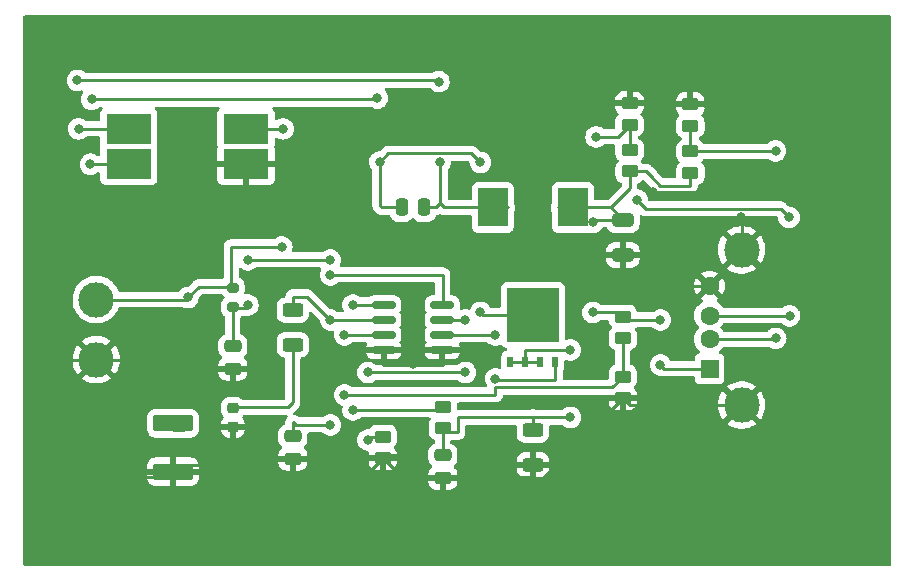
<source format=gbr>
%TF.GenerationSoftware,KiCad,Pcbnew,(6.0.4)*%
%TF.CreationDate,2022-05-23T18:10:56-07:00*%
%TF.ProjectId,SolarChargerV7,536f6c61-7243-4686-9172-67657256372e,rev?*%
%TF.SameCoordinates,Original*%
%TF.FileFunction,Copper,L1,Top*%
%TF.FilePolarity,Positive*%
%FSLAX46Y46*%
G04 Gerber Fmt 4.6, Leading zero omitted, Abs format (unit mm)*
G04 Created by KiCad (PCBNEW (6.0.4)) date 2022-05-23 18:10:56*
%MOMM*%
%LPD*%
G01*
G04 APERTURE LIST*
G04 Aperture macros list*
%AMRoundRect*
0 Rectangle with rounded corners*
0 $1 Rounding radius*
0 $2 $3 $4 $5 $6 $7 $8 $9 X,Y pos of 4 corners*
0 Add a 4 corners polygon primitive as box body*
4,1,4,$2,$3,$4,$5,$6,$7,$8,$9,$2,$3,0*
0 Add four circle primitives for the rounded corners*
1,1,$1+$1,$2,$3*
1,1,$1+$1,$4,$5*
1,1,$1+$1,$6,$7*
1,1,$1+$1,$8,$9*
0 Add four rect primitives between the rounded corners*
20,1,$1+$1,$2,$3,$4,$5,0*
20,1,$1+$1,$4,$5,$6,$7,0*
20,1,$1+$1,$6,$7,$8,$9,0*
20,1,$1+$1,$8,$9,$2,$3,0*%
G04 Aperture macros list end*
%TA.AperFunction,SMDPad,CuDef*%
%ADD10RoundRect,0.250000X0.450000X-0.262500X0.450000X0.262500X-0.450000X0.262500X-0.450000X-0.262500X0*%
%TD*%
%TA.AperFunction,ComponentPad*%
%ADD11C,3.000000*%
%TD*%
%TA.AperFunction,SMDPad,CuDef*%
%ADD12R,2.500000X3.300000*%
%TD*%
%TA.AperFunction,SMDPad,CuDef*%
%ADD13RoundRect,0.150000X-0.825000X-0.150000X0.825000X-0.150000X0.825000X0.150000X-0.825000X0.150000X0*%
%TD*%
%TA.AperFunction,SMDPad,CuDef*%
%ADD14R,3.850000X2.500000*%
%TD*%
%TA.AperFunction,SMDPad,CuDef*%
%ADD15RoundRect,0.250000X-0.625000X0.312500X-0.625000X-0.312500X0.625000X-0.312500X0.625000X0.312500X0*%
%TD*%
%TA.AperFunction,SMDPad,CuDef*%
%ADD16RoundRect,0.250000X-0.450000X0.262500X-0.450000X-0.262500X0.450000X-0.262500X0.450000X0.262500X0*%
%TD*%
%TA.AperFunction,SMDPad,CuDef*%
%ADD17RoundRect,0.250000X-0.250000X-0.475000X0.250000X-0.475000X0.250000X0.475000X-0.250000X0.475000X0*%
%TD*%
%TA.AperFunction,SMDPad,CuDef*%
%ADD18RoundRect,0.225000X-0.250000X0.225000X-0.250000X-0.225000X0.250000X-0.225000X0.250000X0.225000X0*%
%TD*%
%TA.AperFunction,SMDPad,CuDef*%
%ADD19RoundRect,0.250000X-0.475000X0.250000X-0.475000X-0.250000X0.475000X-0.250000X0.475000X0.250000X0*%
%TD*%
%TA.AperFunction,SMDPad,CuDef*%
%ADD20RoundRect,0.200000X-0.275000X0.200000X-0.275000X-0.200000X0.275000X-0.200000X0.275000X0.200000X0*%
%TD*%
%TA.AperFunction,SMDPad,CuDef*%
%ADD21RoundRect,0.249999X-1.450001X0.450001X-1.450001X-0.450001X1.450001X-0.450001X1.450001X0.450001X0*%
%TD*%
%TA.AperFunction,SMDPad,CuDef*%
%ADD22R,0.500000X0.850000*%
%TD*%
%TA.AperFunction,SMDPad,CuDef*%
%ADD23R,4.410000X4.550000*%
%TD*%
%TA.AperFunction,ComponentPad*%
%ADD24R,1.500000X1.600000*%
%TD*%
%TA.AperFunction,ComponentPad*%
%ADD25C,1.600000*%
%TD*%
%TA.AperFunction,SMDPad,CuDef*%
%ADD26RoundRect,0.250000X-0.650000X0.325000X-0.650000X-0.325000X0.650000X-0.325000X0.650000X0.325000X0*%
%TD*%
%TA.AperFunction,ViaPad*%
%ADD27C,0.800000*%
%TD*%
%TA.AperFunction,Conductor*%
%ADD28C,0.250000*%
%TD*%
G04 APERTURE END LIST*
D10*
%TO.P,R11,1*%
%TO.N,Net-(J1-Pad2)*%
X150480000Y-54060000D03*
%TO.P,R11,2*%
%TO.N,GND*%
X150480000Y-52235000D03*
%TD*%
%TO.P,R10,1*%
%TO.N,Net-(C7-Pad1)*%
X150500000Y-58030000D03*
%TO.P,R10,2*%
%TO.N,Net-(J1-Pad2)*%
X150500000Y-56205000D03*
%TD*%
%TO.P,R9,1*%
%TO.N,Net-(R8-Pad2)*%
X145340000Y-53970000D03*
%TO.P,R9,2*%
%TO.N,GND*%
X145340000Y-52145000D03*
%TD*%
%TO.P,R8,1*%
%TO.N,Net-(C7-Pad1)*%
X145350000Y-57910000D03*
%TO.P,R8,2*%
%TO.N,Net-(R8-Pad2)*%
X145350000Y-56085000D03*
%TD*%
D11*
%TO.P,SC1,1,+*%
%TO.N,Net-(C1-Pad1)*%
X100200000Y-68760000D03*
%TO.P,SC1,2,-*%
%TO.N,GND*%
X100200000Y-73840000D03*
%TD*%
D12*
%TO.P,D1,1,K*%
%TO.N,Net-(C7-Pad1)*%
X140560000Y-60960000D03*
%TO.P,D1,2,A*%
%TO.N,Net-(C6-Pad2)*%
X133760000Y-60960000D03*
%TD*%
D13*
%TO.P,U1,1,ISEN*%
%TO.N,Net-(R4-Pad1)*%
X124525000Y-69215000D03*
%TO.P,U1,2,COMP*%
%TO.N,Net-(C4-Pad1)*%
X124525000Y-70485000D03*
%TO.P,U1,3,FB*%
%TO.N,Net-(R6-Pad2)*%
X124525000Y-71755000D03*
%TO.P,U1,4,AGND*%
%TO.N,GND*%
X124525000Y-73025000D03*
%TO.P,U1,5,PGND*%
X129475000Y-73025000D03*
%TO.P,U1,6,DR*%
%TO.N,Net-(Q1-Pad4)*%
X129475000Y-71755000D03*
%TO.P,U1,7,FA/SD*%
%TO.N,Net-(R3-Pad1)*%
X129475000Y-70485000D03*
%TO.P,U1,8,VIN*%
%TO.N,Net-(C2-Pad1)*%
X129475000Y-69215000D03*
%TD*%
D14*
%TO.P,L1,1,1*%
%TO.N,Net-(C6-Pad1)*%
X102925000Y-57300000D03*
%TO.P,L1,2,2*%
%TO.N,Net-(C6-Pad2)*%
X102925000Y-54300000D03*
%TO.P,L1,3,3*%
%TO.N,Net-(C1-Pad1)*%
X112875000Y-54300000D03*
%TO.P,L1,4,4*%
%TO.N,GND*%
X112875000Y-57300000D03*
%TD*%
D15*
%TO.P,R2,1*%
%TO.N,Net-(C4-Pad1)*%
X116840000Y-69657500D03*
%TO.P,R2,2*%
%TO.N,Net-(C3-Pad1)*%
X116840000Y-72582500D03*
%TD*%
D16*
%TO.P,R3,1*%
%TO.N,Net-(R3-Pad1)*%
X124460000Y-80367500D03*
%TO.P,R3,2*%
%TO.N,GND*%
X124460000Y-82192500D03*
%TD*%
D17*
%TO.P,C6,1*%
%TO.N,Net-(C6-Pad1)*%
X126050000Y-60960000D03*
%TO.P,C6,2*%
%TO.N,Net-(C6-Pad2)*%
X127950000Y-60960000D03*
%TD*%
D16*
%TO.P,R4,1*%
%TO.N,Net-(R4-Pad1)*%
X129540000Y-77827500D03*
%TO.P,R4,2*%
%TO.N,Net-(C5-Pad1)*%
X129540000Y-79652500D03*
%TD*%
D18*
%TO.P,C3,1*%
%TO.N,Net-(C3-Pad1)*%
X111760000Y-77965000D03*
%TO.P,C3,2*%
%TO.N,GND*%
X111760000Y-79515000D03*
%TD*%
D19*
%TO.P,C2,1*%
%TO.N,Net-(C2-Pad1)*%
X111760000Y-72710000D03*
%TO.P,C2,2*%
%TO.N,GND*%
X111760000Y-74610000D03*
%TD*%
D20*
%TO.P,R1,1*%
%TO.N,Net-(C1-Pad1)*%
X111760000Y-67755000D03*
%TO.P,R1,2*%
%TO.N,Net-(C2-Pad1)*%
X111760000Y-69405000D03*
%TD*%
D16*
%TO.P,R6,1*%
%TO.N,Net-(C7-Pad1)*%
X144780000Y-70207500D03*
%TO.P,R6,2*%
%TO.N,Net-(R6-Pad2)*%
X144780000Y-72032500D03*
%TD*%
D21*
%TO.P,C1,1*%
%TO.N,Net-(C1-Pad1)*%
X106680000Y-79230000D03*
%TO.P,C1,2*%
%TO.N,GND*%
X106680000Y-83330000D03*
%TD*%
D16*
%TO.P,R7,1*%
%TO.N,Net-(R6-Pad2)*%
X144780000Y-75287500D03*
%TO.P,R7,2*%
%TO.N,GND*%
X144780000Y-77112500D03*
%TD*%
D22*
%TO.P,Q1,1,S*%
%TO.N,Net-(C5-Pad1)*%
X135255000Y-74020000D03*
%TO.P,Q1,2,S*%
X136525000Y-74020000D03*
%TO.P,Q1,3,S*%
X137795000Y-74020000D03*
%TO.P,Q1,4,G*%
%TO.N,Net-(Q1-Pad4)*%
X139065000Y-74020000D03*
D23*
%TO.P,Q1,5,D*%
%TO.N,Net-(C6-Pad1)*%
X137160000Y-70070000D03*
%TD*%
D24*
%TO.P,J1,1,VBUS*%
%TO.N,Net-(C7-Pad1)*%
X152120000Y-74620000D03*
D25*
%TO.P,J1,2,D-*%
%TO.N,Net-(J1-Pad2)*%
X152120000Y-72120000D03*
%TO.P,J1,3,D+*%
%TO.N,Net-(R8-Pad2)*%
X152120000Y-70120000D03*
%TO.P,J1,4,GND*%
%TO.N,GND*%
X152120000Y-67620000D03*
D11*
%TO.P,J1,5,Shield*%
X154830000Y-64550000D03*
X154830000Y-77690000D03*
%TD*%
D26*
%TO.P,C7,1*%
%TO.N,Net-(C7-Pad1)*%
X144780000Y-62025000D03*
%TO.P,C7,2*%
%TO.N,GND*%
X144780000Y-64975000D03*
%TD*%
D19*
%TO.P,C5,1*%
%TO.N,Net-(C5-Pad1)*%
X129540000Y-81957500D03*
%TO.P,C5,2*%
%TO.N,GND*%
X129540000Y-83857500D03*
%TD*%
%TO.P,C4,1*%
%TO.N,Net-(C4-Pad1)*%
X116840000Y-80330000D03*
%TO.P,C4,2*%
%TO.N,GND*%
X116840000Y-82230000D03*
%TD*%
D15*
%TO.P,R5,1*%
%TO.N,Net-(C5-Pad1)*%
X137160000Y-79817500D03*
%TO.P,R5,2*%
%TO.N,GND*%
X137160000Y-82742500D03*
%TD*%
D27*
%TO.N,GND*%
X153570000Y-58490000D03*
X153550000Y-51030000D03*
%TO.N,Net-(R8-Pad2)*%
X142510000Y-54980000D03*
X145990000Y-60320000D03*
%TO.N,GND*%
X154940000Y-59690000D03*
X154800000Y-61810000D03*
%TO.N,Net-(R8-Pad2)*%
X158900000Y-70140000D03*
X158840000Y-61800000D03*
%TO.N,GND*%
X156670000Y-75510000D03*
X156580000Y-65990000D03*
%TO.N,Net-(J1-Pad2)*%
X157720000Y-72040000D03*
X157700000Y-56170000D03*
%TO.N,Net-(C4-Pad1)*%
X120015000Y-70485000D03*
X120015000Y-79375000D03*
%TO.N,Net-(C5-Pad1)*%
X140335000Y-78740000D03*
X140335000Y-73025000D03*
%TO.N,GND*%
X127000000Y-81915000D03*
X127000000Y-74205500D03*
X97600000Y-73700000D03*
X97600000Y-59800000D03*
X147320000Y-64770000D03*
X104140000Y-76835000D03*
X147320000Y-59690000D03*
X109855000Y-74930000D03*
X109855000Y-79375000D03*
X104140000Y-83820000D03*
X109855000Y-82550000D03*
%TO.N,Net-(C1-Pad1)*%
X116000000Y-54300000D03*
X115900000Y-64300000D03*
X107950000Y-79375000D03*
X107950000Y-68580000D03*
%TO.N,Net-(C2-Pad1)*%
X120015000Y-65405000D03*
X113030000Y-69215000D03*
X120015000Y-66675000D03*
X113030000Y-65405000D03*
%TO.N,Net-(R3-Pad1)*%
X123190000Y-74930000D03*
X131445000Y-70485000D03*
X131445000Y-74930000D03*
X123190000Y-80645000D03*
%TO.N,Net-(R4-Pad1)*%
X121920000Y-69215000D03*
X121920000Y-78105000D03*
%TO.N,Net-(C7-Pad1)*%
X142240000Y-62230000D03*
X147955000Y-70485000D03*
X142240000Y-69850000D03*
X147955000Y-74295000D03*
%TO.N,Net-(R6-Pad2)*%
X121195500Y-71755000D03*
X121195500Y-76835000D03*
%TO.N,Net-(C6-Pad1)*%
X132715000Y-69850000D03*
X132715000Y-57150000D03*
X124000000Y-51700000D03*
X99800000Y-51800000D03*
X99700000Y-57300000D03*
X124200000Y-57100000D03*
%TO.N,Net-(Q1-Pad4)*%
X133985000Y-71755000D03*
X133985000Y-75475500D03*
%TO.N,Net-(C6-Pad2)*%
X129200000Y-50300000D03*
X98700000Y-54300000D03*
X129300000Y-57100000D03*
X98600000Y-50200000D03*
%TD*%
D28*
%TO.N,GND*%
X153740000Y-58490000D02*
X154940000Y-59690000D01*
X153570000Y-58490000D02*
X153740000Y-58490000D01*
X153530000Y-51010000D02*
X153550000Y-51030000D01*
X150480000Y-51010000D02*
X153530000Y-51010000D01*
%TO.N,Net-(R8-Pad2)*%
X144330000Y-54980000D02*
X145340000Y-53970000D01*
X142510000Y-54980000D02*
X144330000Y-54980000D01*
X146755489Y-61085489D02*
X145990000Y-60320000D01*
X158125489Y-61085489D02*
X146755489Y-61085489D01*
X158840000Y-61800000D02*
X158125489Y-61085489D01*
%TO.N,GND*%
X154830000Y-61840000D02*
X154800000Y-61810000D01*
X154830000Y-64550000D02*
X154830000Y-61840000D01*
%TO.N,Net-(R8-Pad2)*%
X158880000Y-70120000D02*
X158900000Y-70140000D01*
X152120000Y-70120000D02*
X158880000Y-70120000D01*
%TO.N,Net-(J1-Pad2)*%
X157640000Y-72120000D02*
X157720000Y-72040000D01*
X152120000Y-72120000D02*
X157640000Y-72120000D01*
%TO.N,GND*%
X156670000Y-75850000D02*
X154830000Y-77690000D01*
X155140000Y-64550000D02*
X156580000Y-65990000D01*
X154830000Y-64550000D02*
X155140000Y-64550000D01*
X156670000Y-75510000D02*
X156670000Y-75850000D01*
%TO.N,Net-(J1-Pad2)*%
X157665000Y-56205000D02*
X157700000Y-56170000D01*
X150500000Y-56205000D02*
X157665000Y-56205000D01*
%TO.N,Net-(C7-Pad1)*%
X146750000Y-57910000D02*
X145350000Y-57910000D01*
X147120000Y-58280000D02*
X146750000Y-57910000D01*
X147120000Y-58310000D02*
X147120000Y-58280000D01*
X147950000Y-59140000D02*
X147120000Y-58310000D01*
X150420000Y-59140000D02*
X147950000Y-59140000D01*
X150500000Y-59060000D02*
X150420000Y-59140000D01*
X150500000Y-58030000D02*
X150500000Y-59060000D01*
X145350000Y-59350000D02*
X143740000Y-60960000D01*
X145350000Y-57910000D02*
X145350000Y-59350000D01*
%TO.N,Net-(J1-Pad2)*%
X150480000Y-56185000D02*
X150500000Y-56205000D01*
X150480000Y-54060000D02*
X150480000Y-56185000D01*
%TO.N,Net-(R8-Pad2)*%
X145340000Y-56075000D02*
X145350000Y-56085000D01*
X145340000Y-53970000D02*
X145340000Y-56075000D01*
%TO.N,GND*%
X150480000Y-51010000D02*
X150480000Y-52235000D01*
X150470000Y-51000000D02*
X150480000Y-51010000D01*
X145490000Y-51000000D02*
X150470000Y-51000000D01*
X145340000Y-51150000D02*
X145490000Y-51000000D01*
X145340000Y-52145000D02*
X145340000Y-51150000D01*
%TO.N,Net-(C4-Pad1)*%
X120015000Y-70485000D02*
X118050000Y-68520000D01*
X117072500Y-79375000D02*
X120015000Y-79375000D01*
X120015000Y-70485000D02*
X124525000Y-70485000D01*
X116840000Y-79142500D02*
X117072500Y-79375000D01*
X118050000Y-68520000D02*
X116840000Y-68520000D01*
X116840000Y-80505000D02*
X116840000Y-79142500D01*
X116840000Y-69657500D02*
X116840000Y-68520000D01*
%TO.N,Net-(C3-Pad1)*%
X116432500Y-77877500D02*
X111760000Y-77877500D01*
X116840000Y-72582500D02*
X116840000Y-77470000D01*
X116840000Y-77470000D02*
X116432500Y-77877500D01*
%TO.N,Net-(C5-Pad1)*%
X137100000Y-78740000D02*
X130810000Y-78740000D01*
X136525000Y-73025000D02*
X136525000Y-74020000D01*
X136525000Y-74020000D02*
X135255000Y-74020000D01*
X137160000Y-78680000D02*
X137100000Y-78740000D01*
X137160000Y-79817500D02*
X137160000Y-78800000D01*
X140335000Y-73025000D02*
X136525000Y-73025000D01*
X130810000Y-80010000D02*
X129897500Y-80010000D01*
X137160000Y-78680000D02*
X137220000Y-78740000D01*
X129897500Y-80010000D02*
X129540000Y-79652500D01*
X129540000Y-79652500D02*
X129540000Y-82045000D01*
X137160000Y-78800000D02*
X137220000Y-78740000D01*
X130810000Y-78740000D02*
X130810000Y-80010000D01*
X137220000Y-78740000D02*
X140335000Y-78740000D01*
X137795000Y-74020000D02*
X136525000Y-74020000D01*
%TO.N,GND*%
X154830000Y-77690000D02*
X145357500Y-77690000D01*
X110262500Y-74522500D02*
X109855000Y-74930000D01*
X109855000Y-79375000D02*
X111532500Y-79375000D01*
X137160000Y-83660000D02*
X137050000Y-83770000D01*
X112875000Y-59775000D02*
X112900000Y-59800000D01*
X137160000Y-83880000D02*
X138012500Y-83880000D01*
X152120000Y-67620000D02*
X150170000Y-67620000D01*
X106680000Y-82780000D02*
X109625000Y-82780000D01*
X129540000Y-73090000D02*
X129475000Y-73025000D01*
X123235000Y-83417500D02*
X124460000Y-82192500D01*
X124460000Y-74295000D02*
X127000000Y-74295000D01*
X137050000Y-83770000D02*
X137160000Y-83880000D01*
X129540000Y-83770000D02*
X137050000Y-83770000D01*
X145357500Y-77690000D02*
X144780000Y-77112500D01*
X127000000Y-74295000D02*
X127000000Y-74205500D01*
X111532500Y-79375000D02*
X111760000Y-79602500D01*
X97600000Y-73700000D02*
X97740000Y-73840000D01*
X104140000Y-74980000D02*
X104140000Y-76835000D01*
X100200000Y-73840000D02*
X103000000Y-73840000D01*
X127000000Y-74295000D02*
X129540000Y-74295000D01*
X111760000Y-83185000D02*
X111992500Y-83417500D01*
X116840000Y-83417500D02*
X123235000Y-83417500D01*
X109625000Y-82780000D02*
X109855000Y-82550000D01*
X126037500Y-83770000D02*
X124460000Y-82192500D01*
X129540000Y-83770000D02*
X126037500Y-83770000D01*
X111760000Y-79602500D02*
X111760000Y-83185000D01*
X106680000Y-83820000D02*
X106680000Y-82780000D01*
X150170000Y-67620000D02*
X147320000Y-64770000D01*
X112900000Y-59800000D02*
X97600000Y-59800000D01*
X137160000Y-82742500D02*
X137160000Y-83660000D01*
X97740000Y-73840000D02*
X100200000Y-73840000D01*
X124525000Y-73025000D02*
X124525000Y-74230000D01*
X124737500Y-81915000D02*
X124460000Y-82192500D01*
X138012500Y-83880000D02*
X144780000Y-77112500D01*
X112875000Y-57300000D02*
X112875000Y-59775000D01*
X147090000Y-65000000D02*
X147320000Y-64770000D01*
X103000000Y-73840000D02*
X104140000Y-74980000D01*
X116840000Y-82055000D02*
X116840000Y-83417500D01*
X111760000Y-74522500D02*
X110262500Y-74522500D01*
X124525000Y-74230000D02*
X124460000Y-74295000D01*
X111992500Y-83417500D02*
X116840000Y-83417500D01*
X127000000Y-81915000D02*
X124737500Y-81915000D01*
X129540000Y-74295000D02*
X129540000Y-73090000D01*
X104140000Y-83820000D02*
X106680000Y-83820000D01*
X144780000Y-65000000D02*
X147090000Y-65000000D01*
X147320000Y-59690000D02*
X154940000Y-59690000D01*
%TO.N,Net-(C1-Pad1)*%
X106680000Y-79780000D02*
X107545000Y-79780000D01*
X112875000Y-54300000D02*
X116000000Y-54300000D01*
X108862500Y-67667500D02*
X107950000Y-68580000D01*
X107770000Y-68760000D02*
X107950000Y-68580000D01*
X111600000Y-67507500D02*
X111760000Y-67667500D01*
X111760000Y-67667500D02*
X108862500Y-67667500D01*
X115900000Y-64300000D02*
X111600000Y-64300000D01*
X111600000Y-64300000D02*
X111600000Y-67507500D01*
X107545000Y-79780000D02*
X107950000Y-79375000D01*
X100200000Y-68760000D02*
X107770000Y-68760000D01*
%TO.N,Net-(C2-Pad1)*%
X120015000Y-66675000D02*
X129540000Y-66675000D01*
X111760000Y-69492500D02*
X111760000Y-72797500D01*
X113030000Y-65405000D02*
X120015000Y-65405000D01*
X112752500Y-69492500D02*
X113030000Y-69215000D01*
X129540000Y-66675000D02*
X129540000Y-69150000D01*
X111760000Y-69492500D02*
X112752500Y-69492500D01*
X129540000Y-69150000D02*
X129475000Y-69215000D01*
%TO.N,Net-(R3-Pad1)*%
X123467500Y-80367500D02*
X123190000Y-80645000D01*
X123190000Y-74930000D02*
X131445000Y-74930000D01*
X131445000Y-70485000D02*
X129475000Y-70485000D01*
X124460000Y-80367500D02*
X123467500Y-80367500D01*
%TO.N,Net-(R4-Pad1)*%
X124525000Y-69215000D02*
X121920000Y-69215000D01*
X121920000Y-78105000D02*
X129262500Y-78105000D01*
X129262500Y-78105000D02*
X129540000Y-77827500D01*
%TO.N,Net-(C7-Pad1)*%
X152120000Y-74620000D02*
X148280000Y-74620000D01*
X142470000Y-62000000D02*
X142240000Y-62230000D01*
X142240000Y-69850000D02*
X144422500Y-69850000D01*
X139310000Y-60960000D02*
X143740000Y-60960000D01*
X144780000Y-62000000D02*
X142470000Y-62000000D01*
X147955000Y-70485000D02*
X145057500Y-70485000D01*
X144986250Y-70413750D02*
X144780000Y-70207500D01*
X148280000Y-74620000D02*
X147955000Y-74295000D01*
X144780000Y-70610000D02*
X144790000Y-70610000D01*
X144790000Y-70610000D02*
X144986250Y-70413750D01*
X143740000Y-60960000D02*
X144780000Y-62000000D01*
X144422500Y-69850000D02*
X144780000Y-70207500D01*
X145057500Y-70485000D02*
X144986250Y-70413750D01*
%TO.N,Net-(R6-Pad2)*%
X133985000Y-76200000D02*
X143867500Y-76200000D01*
X144780000Y-71630000D02*
X144780000Y-75287500D01*
X133985000Y-76835000D02*
X133985000Y-76200000D01*
X143867500Y-76200000D02*
X144780000Y-75287500D01*
X121195500Y-76835000D02*
X133985000Y-76835000D01*
X124525000Y-71755000D02*
X121195500Y-71755000D01*
%TO.N,Net-(C6-Pad1)*%
X137160000Y-70070000D02*
X132935000Y-70070000D01*
X124200000Y-60797500D02*
X124362500Y-60960000D01*
X124200000Y-57100000D02*
X124200000Y-60797500D01*
X102925000Y-57300000D02*
X99700000Y-57300000D01*
X126050000Y-60960000D02*
X124362500Y-60960000D01*
X123900000Y-51800000D02*
X124000000Y-51700000D01*
X132935000Y-70070000D02*
X132715000Y-69850000D01*
X124924511Y-56375489D02*
X131940489Y-56375489D01*
X131940489Y-56375489D02*
X132715000Y-57150000D01*
X99800000Y-51800000D02*
X123900000Y-51800000D01*
X124200000Y-57100000D02*
X124924511Y-56375489D01*
%TO.N,Net-(Q1-Pad4)*%
X139065000Y-75565000D02*
X139065000Y-74020000D01*
X134074500Y-75565000D02*
X139065000Y-75565000D01*
X133985000Y-75475500D02*
X134074500Y-75565000D01*
X129475000Y-71755000D02*
X133985000Y-71755000D01*
%TO.N,Net-(C6-Pad2)*%
X98600000Y-50200000D02*
X129100000Y-50200000D01*
X129300000Y-60622500D02*
X129637500Y-60960000D01*
X129100000Y-50200000D02*
X129200000Y-50300000D01*
X135010000Y-60960000D02*
X129637500Y-60960000D01*
X127950000Y-60960000D02*
X128962500Y-60960000D01*
X102925000Y-54300000D02*
X98700000Y-54300000D01*
X129300000Y-57100000D02*
X129300000Y-60622500D01*
X128962500Y-60960000D02*
X129300000Y-60622500D01*
%TD*%
%TA.AperFunction,Conductor*%
%TO.N,GND*%
G36*
X167433621Y-44728502D02*
G01*
X167480114Y-44782158D01*
X167491500Y-44834500D01*
X167491500Y-91165500D01*
X167471498Y-91233621D01*
X167417842Y-91280114D01*
X167365500Y-91291500D01*
X94134500Y-91291500D01*
X94066379Y-91271498D01*
X94019886Y-91217842D01*
X94008500Y-91165500D01*
X94008500Y-83827098D01*
X104472000Y-83827098D01*
X104472337Y-83833613D01*
X104482256Y-83929205D01*
X104485150Y-83942604D01*
X104536588Y-84096785D01*
X104542762Y-84109964D01*
X104628063Y-84247810D01*
X104637099Y-84259209D01*
X104751828Y-84373738D01*
X104763239Y-84382750D01*
X104901242Y-84467816D01*
X104914423Y-84473963D01*
X105068709Y-84525138D01*
X105082085Y-84528005D01*
X105176437Y-84537672D01*
X105182853Y-84538000D01*
X106407885Y-84538000D01*
X106423124Y-84533525D01*
X106424329Y-84532135D01*
X106426000Y-84524452D01*
X106426000Y-84519885D01*
X106934000Y-84519885D01*
X106938475Y-84535124D01*
X106939865Y-84536329D01*
X106947548Y-84538000D01*
X108177098Y-84538000D01*
X108183613Y-84537663D01*
X108279205Y-84527744D01*
X108292604Y-84524850D01*
X108446785Y-84473412D01*
X108459964Y-84467238D01*
X108597810Y-84381937D01*
X108609209Y-84372901D01*
X108723738Y-84258172D01*
X108732750Y-84246761D01*
X108789562Y-84154595D01*
X128307001Y-84154595D01*
X128307338Y-84161114D01*
X128317257Y-84256706D01*
X128320149Y-84270100D01*
X128371588Y-84424284D01*
X128377761Y-84437462D01*
X128463063Y-84575307D01*
X128472099Y-84586708D01*
X128586829Y-84701239D01*
X128598240Y-84710251D01*
X128736243Y-84795316D01*
X128749424Y-84801463D01*
X128903710Y-84852638D01*
X128917086Y-84855505D01*
X129011438Y-84865172D01*
X129017854Y-84865500D01*
X129267885Y-84865500D01*
X129283124Y-84861025D01*
X129284329Y-84859635D01*
X129286000Y-84851952D01*
X129286000Y-84847384D01*
X129794000Y-84847384D01*
X129798475Y-84862623D01*
X129799865Y-84863828D01*
X129807548Y-84865499D01*
X130062095Y-84865499D01*
X130068614Y-84865162D01*
X130164206Y-84855243D01*
X130177600Y-84852351D01*
X130331784Y-84800912D01*
X130344962Y-84794739D01*
X130482807Y-84709437D01*
X130494208Y-84700401D01*
X130608739Y-84585671D01*
X130617751Y-84574260D01*
X130702816Y-84436257D01*
X130708963Y-84423076D01*
X130760138Y-84268790D01*
X130763005Y-84255414D01*
X130772672Y-84161062D01*
X130773000Y-84154646D01*
X130773000Y-84129615D01*
X130768525Y-84114376D01*
X130767135Y-84113171D01*
X130759452Y-84111500D01*
X129812115Y-84111500D01*
X129796876Y-84115975D01*
X129795671Y-84117365D01*
X129794000Y-84125048D01*
X129794000Y-84847384D01*
X129286000Y-84847384D01*
X129286000Y-84129615D01*
X129281525Y-84114376D01*
X129280135Y-84113171D01*
X129272452Y-84111500D01*
X128325116Y-84111500D01*
X128309877Y-84115975D01*
X128308672Y-84117365D01*
X128307001Y-84125048D01*
X128307001Y-84154595D01*
X108789562Y-84154595D01*
X108817816Y-84108758D01*
X108823963Y-84095577D01*
X108875138Y-83941291D01*
X108878005Y-83927915D01*
X108887672Y-83833563D01*
X108888000Y-83827147D01*
X108888000Y-83602115D01*
X108883525Y-83586876D01*
X108882135Y-83585671D01*
X108874452Y-83584000D01*
X106952115Y-83584000D01*
X106936876Y-83588475D01*
X106935671Y-83589865D01*
X106934000Y-83597548D01*
X106934000Y-84519885D01*
X106426000Y-84519885D01*
X106426000Y-83602115D01*
X106421525Y-83586876D01*
X106420135Y-83585671D01*
X106412452Y-83584000D01*
X104490115Y-83584000D01*
X104474876Y-83588475D01*
X104473671Y-83589865D01*
X104472000Y-83597548D01*
X104472000Y-83827098D01*
X94008500Y-83827098D01*
X94008500Y-83057885D01*
X104472000Y-83057885D01*
X104476475Y-83073124D01*
X104477865Y-83074329D01*
X104485548Y-83076000D01*
X106407885Y-83076000D01*
X106423124Y-83071525D01*
X106424329Y-83070135D01*
X106426000Y-83062452D01*
X106426000Y-83057885D01*
X106934000Y-83057885D01*
X106938475Y-83073124D01*
X106939865Y-83074329D01*
X106947548Y-83076000D01*
X108869885Y-83076000D01*
X108885124Y-83071525D01*
X108886329Y-83070135D01*
X108888000Y-83062452D01*
X108888000Y-82832902D01*
X108887663Y-82826387D01*
X108877744Y-82730795D01*
X108874850Y-82717396D01*
X108823412Y-82563215D01*
X108817238Y-82550036D01*
X108803042Y-82527095D01*
X115607001Y-82527095D01*
X115607338Y-82533614D01*
X115617257Y-82629206D01*
X115620149Y-82642600D01*
X115671588Y-82796784D01*
X115677761Y-82809962D01*
X115763063Y-82947807D01*
X115772099Y-82959208D01*
X115886829Y-83073739D01*
X115898240Y-83082751D01*
X116036243Y-83167816D01*
X116049424Y-83173963D01*
X116203710Y-83225138D01*
X116217086Y-83228005D01*
X116311438Y-83237672D01*
X116317854Y-83238000D01*
X116567885Y-83238000D01*
X116583124Y-83233525D01*
X116584329Y-83232135D01*
X116586000Y-83224452D01*
X116586000Y-83219884D01*
X117094000Y-83219884D01*
X117098475Y-83235123D01*
X117099865Y-83236328D01*
X117107548Y-83237999D01*
X117362095Y-83237999D01*
X117368614Y-83237662D01*
X117464206Y-83227743D01*
X117477600Y-83224851D01*
X117631784Y-83173412D01*
X117644962Y-83167239D01*
X117782807Y-83081937D01*
X117794208Y-83072901D01*
X117908739Y-82958171D01*
X117917751Y-82946760D01*
X118002816Y-82808757D01*
X118008963Y-82795576D01*
X118060138Y-82641290D01*
X118063005Y-82627914D01*
X118072672Y-82533562D01*
X118073000Y-82527146D01*
X118073000Y-82502115D01*
X118072994Y-82502095D01*
X123252001Y-82502095D01*
X123252338Y-82508614D01*
X123262257Y-82604206D01*
X123265149Y-82617600D01*
X123316588Y-82771784D01*
X123322761Y-82784962D01*
X123408063Y-82922807D01*
X123417099Y-82934208D01*
X123531829Y-83048739D01*
X123543240Y-83057751D01*
X123681243Y-83142816D01*
X123694424Y-83148963D01*
X123848710Y-83200138D01*
X123862086Y-83203005D01*
X123956438Y-83212672D01*
X123962854Y-83213000D01*
X124187885Y-83213000D01*
X124203124Y-83208525D01*
X124204329Y-83207135D01*
X124206000Y-83199452D01*
X124206000Y-83194884D01*
X124714000Y-83194884D01*
X124718475Y-83210123D01*
X124719865Y-83211328D01*
X124727548Y-83212999D01*
X124957095Y-83212999D01*
X124963614Y-83212662D01*
X125059206Y-83202743D01*
X125072600Y-83199851D01*
X125226784Y-83148412D01*
X125239962Y-83142239D01*
X125377807Y-83056937D01*
X125389208Y-83047901D01*
X125503739Y-82933171D01*
X125512751Y-82921760D01*
X125597816Y-82783757D01*
X125603963Y-82770576D01*
X125655138Y-82616290D01*
X125658005Y-82602914D01*
X125667672Y-82508562D01*
X125668000Y-82502146D01*
X125668000Y-82464615D01*
X125663525Y-82449376D01*
X125662135Y-82448171D01*
X125654452Y-82446500D01*
X124732115Y-82446500D01*
X124716876Y-82450975D01*
X124715671Y-82452365D01*
X124714000Y-82460048D01*
X124714000Y-83194884D01*
X124206000Y-83194884D01*
X124206000Y-82464615D01*
X124201525Y-82449376D01*
X124200135Y-82448171D01*
X124192452Y-82446500D01*
X123270116Y-82446500D01*
X123254877Y-82450975D01*
X123253672Y-82452365D01*
X123252001Y-82460048D01*
X123252001Y-82502095D01*
X118072994Y-82502095D01*
X118068525Y-82486876D01*
X118067135Y-82485671D01*
X118059452Y-82484000D01*
X117112115Y-82484000D01*
X117096876Y-82488475D01*
X117095671Y-82489865D01*
X117094000Y-82497548D01*
X117094000Y-83219884D01*
X116586000Y-83219884D01*
X116586000Y-82502115D01*
X116581525Y-82486876D01*
X116580135Y-82485671D01*
X116572452Y-82484000D01*
X115625116Y-82484000D01*
X115609877Y-82488475D01*
X115608672Y-82489865D01*
X115607001Y-82497548D01*
X115607001Y-82527095D01*
X108803042Y-82527095D01*
X108731937Y-82412190D01*
X108722901Y-82400791D01*
X108608172Y-82286262D01*
X108596761Y-82277250D01*
X108458758Y-82192184D01*
X108445577Y-82186037D01*
X108291291Y-82134862D01*
X108277915Y-82131995D01*
X108183563Y-82122328D01*
X108177146Y-82122000D01*
X106952115Y-82122000D01*
X106936876Y-82126475D01*
X106935671Y-82127865D01*
X106934000Y-82135548D01*
X106934000Y-83057885D01*
X106426000Y-83057885D01*
X106426000Y-82140115D01*
X106421525Y-82124876D01*
X106420135Y-82123671D01*
X106412452Y-82122000D01*
X105182902Y-82122000D01*
X105176387Y-82122337D01*
X105080795Y-82132256D01*
X105067396Y-82135150D01*
X104913215Y-82186588D01*
X104900036Y-82192762D01*
X104762190Y-82278063D01*
X104750791Y-82287099D01*
X104636262Y-82401828D01*
X104627250Y-82413239D01*
X104542184Y-82551242D01*
X104536037Y-82564423D01*
X104484862Y-82718709D01*
X104481995Y-82732085D01*
X104472328Y-82826437D01*
X104472000Y-82832854D01*
X104472000Y-83057885D01*
X94008500Y-83057885D01*
X94008500Y-78729599D01*
X104471500Y-78729599D01*
X104471501Y-79730400D01*
X104482474Y-79836167D01*
X104484658Y-79842713D01*
X104535730Y-79995792D01*
X104538450Y-80003946D01*
X104631521Y-80154349D01*
X104636703Y-80159522D01*
X104680832Y-80203574D01*
X104756697Y-80279306D01*
X104778433Y-80292704D01*
X104885164Y-80358494D01*
X104907261Y-80372115D01*
X104974813Y-80394521D01*
X105068610Y-80425632D01*
X105068612Y-80425632D01*
X105075138Y-80427797D01*
X105081974Y-80428497D01*
X105081977Y-80428498D01*
X105118150Y-80432204D01*
X105179599Y-80438500D01*
X106668429Y-80438500D01*
X108180400Y-80438499D01*
X108286167Y-80427526D01*
X108320953Y-80415920D01*
X108447002Y-80373867D01*
X108447004Y-80373866D01*
X108453946Y-80371550D01*
X108604349Y-80278479D01*
X108729306Y-80153303D01*
X108796162Y-80044843D01*
X108818275Y-80008969D01*
X108818276Y-80008967D01*
X108822115Y-80002739D01*
X108861480Y-79884057D01*
X108875632Y-79841390D01*
X108875632Y-79841388D01*
X108877797Y-79834862D01*
X108882861Y-79785438D01*
X110777000Y-79785438D01*
X110777337Y-79791953D01*
X110786894Y-79884057D01*
X110789788Y-79897456D01*
X110839381Y-80046107D01*
X110845555Y-80059286D01*
X110927788Y-80192173D01*
X110936824Y-80203574D01*
X111047429Y-80313986D01*
X111058840Y-80322998D01*
X111191880Y-80405004D01*
X111205061Y-80411151D01*
X111353814Y-80460491D01*
X111367190Y-80463358D01*
X111458097Y-80472672D01*
X111464513Y-80473000D01*
X111487885Y-80473000D01*
X111503124Y-80468525D01*
X111504329Y-80467135D01*
X111506000Y-80459452D01*
X111506000Y-80454885D01*
X112014000Y-80454885D01*
X112018475Y-80470124D01*
X112019865Y-80471329D01*
X112027548Y-80473000D01*
X112055438Y-80473000D01*
X112061953Y-80472663D01*
X112154057Y-80463106D01*
X112167456Y-80460212D01*
X112316107Y-80410619D01*
X112329286Y-80404445D01*
X112462173Y-80322212D01*
X112473574Y-80313176D01*
X112583986Y-80202571D01*
X112592998Y-80191160D01*
X112675004Y-80058120D01*
X112681151Y-80044939D01*
X112730491Y-79896186D01*
X112733358Y-79882810D01*
X112742672Y-79791903D01*
X112742929Y-79786874D01*
X112738525Y-79771876D01*
X112737135Y-79770671D01*
X112729452Y-79769000D01*
X112032115Y-79769000D01*
X112016876Y-79773475D01*
X112015671Y-79774865D01*
X112014000Y-79782548D01*
X112014000Y-80454885D01*
X111506000Y-80454885D01*
X111506000Y-79787115D01*
X111501525Y-79771876D01*
X111500135Y-79770671D01*
X111492452Y-79769000D01*
X110795115Y-79769000D01*
X110779876Y-79773475D01*
X110778671Y-79774865D01*
X110777000Y-79782548D01*
X110777000Y-79785438D01*
X108882861Y-79785438D01*
X108888500Y-79730401D01*
X108888499Y-78729600D01*
X108877526Y-78623833D01*
X108850584Y-78543078D01*
X108823867Y-78462998D01*
X108823866Y-78462996D01*
X108821550Y-78456054D01*
X108728479Y-78305651D01*
X108661443Y-78238732D01*
X110776500Y-78238732D01*
X110787113Y-78341019D01*
X110794353Y-78362721D01*
X110838811Y-78495974D01*
X110841244Y-78503268D01*
X110845096Y-78509492D01*
X110845096Y-78509493D01*
X110882627Y-78570143D01*
X110931248Y-78648713D01*
X110936430Y-78653886D01*
X110940977Y-78659623D01*
X110939170Y-78661055D01*
X110967902Y-78713575D01*
X110962892Y-78784395D01*
X110939501Y-78820853D01*
X110940552Y-78821683D01*
X110927002Y-78838840D01*
X110844996Y-78971880D01*
X110838849Y-78985061D01*
X110789509Y-79133814D01*
X110786642Y-79147190D01*
X110777328Y-79238097D01*
X110777071Y-79243126D01*
X110781475Y-79258124D01*
X110782865Y-79259329D01*
X110790548Y-79261000D01*
X112724885Y-79261000D01*
X112740124Y-79256525D01*
X112741329Y-79255135D01*
X112743000Y-79247452D01*
X112743000Y-79244562D01*
X112742663Y-79238047D01*
X112733106Y-79145943D01*
X112730212Y-79132544D01*
X112680619Y-78983893D01*
X112674445Y-78970714D01*
X112592212Y-78837827D01*
X112578629Y-78820689D01*
X112580559Y-78819159D01*
X112552097Y-78767120D01*
X112557113Y-78696301D01*
X112580799Y-78659383D01*
X112579843Y-78658628D01*
X112584380Y-78652883D01*
X112589552Y-78647702D01*
X112603461Y-78625138D01*
X112636905Y-78570883D01*
X112689677Y-78523390D01*
X112744164Y-78511000D01*
X116272814Y-78511000D01*
X116340935Y-78531002D01*
X116387428Y-78584658D01*
X116397532Y-78654932D01*
X116364665Y-78723251D01*
X116323414Y-78767179D01*
X116319717Y-78773904D01*
X116319349Y-78774363D01*
X116317264Y-78777330D01*
X116316956Y-78777832D01*
X116311880Y-78783590D01*
X116280958Y-78844278D01*
X116279123Y-78847744D01*
X116246305Y-78907440D01*
X116244397Y-78914871D01*
X116244158Y-78915400D01*
X116242874Y-78918797D01*
X116242699Y-78919367D01*
X116239215Y-78926204D01*
X116237485Y-78933943D01*
X116224364Y-78992640D01*
X116223441Y-78996487D01*
X116208471Y-79054791D01*
X116208470Y-79054796D01*
X116206500Y-79062470D01*
X116206500Y-79070142D01*
X116206400Y-79070715D01*
X116206001Y-79074324D01*
X116205973Y-79074915D01*
X116204298Y-79082409D01*
X116204547Y-79090335D01*
X116204547Y-79090336D01*
X116206438Y-79150486D01*
X116206500Y-79154445D01*
X116206500Y-79242462D01*
X116186498Y-79310583D01*
X116132842Y-79357076D01*
X116120376Y-79361986D01*
X116061691Y-79381565D01*
X116041054Y-79388450D01*
X115890652Y-79481522D01*
X115765695Y-79606697D01*
X115761855Y-79612927D01*
X115761854Y-79612928D01*
X115680744Y-79744513D01*
X115672885Y-79757262D01*
X115663063Y-79786874D01*
X115619952Y-79916852D01*
X115617203Y-79925139D01*
X115616503Y-79931975D01*
X115616502Y-79931978D01*
X115612091Y-79975031D01*
X115606500Y-80029600D01*
X115606500Y-80630400D01*
X115606837Y-80633646D01*
X115606837Y-80633650D01*
X115616629Y-80728022D01*
X115617474Y-80736166D01*
X115673450Y-80903946D01*
X115766522Y-81054348D01*
X115891697Y-81179305D01*
X115896235Y-81182102D01*
X115936824Y-81239353D01*
X115940054Y-81310276D01*
X115904428Y-81371687D01*
X115895932Y-81379062D01*
X115885793Y-81387098D01*
X115771261Y-81501829D01*
X115762249Y-81513240D01*
X115677184Y-81651243D01*
X115671037Y-81664424D01*
X115619862Y-81818710D01*
X115616995Y-81832086D01*
X115607328Y-81926438D01*
X115607000Y-81932855D01*
X115607000Y-81957885D01*
X115611475Y-81973124D01*
X115612865Y-81974329D01*
X115620548Y-81976000D01*
X118054884Y-81976000D01*
X118070123Y-81971525D01*
X118071328Y-81970135D01*
X118072999Y-81962452D01*
X118072999Y-81932905D01*
X118072662Y-81926386D01*
X118062743Y-81830794D01*
X118059851Y-81817400D01*
X118008412Y-81663216D01*
X118002239Y-81650038D01*
X117916937Y-81512193D01*
X117907901Y-81500792D01*
X117793172Y-81386262D01*
X117784238Y-81379206D01*
X117743177Y-81321288D01*
X117739947Y-81250365D01*
X117775574Y-81188954D01*
X117783407Y-81182154D01*
X117789348Y-81178478D01*
X117914305Y-81053303D01*
X117939098Y-81013081D01*
X118003275Y-80908968D01*
X118003276Y-80908966D01*
X118007115Y-80902738D01*
X118062797Y-80734861D01*
X118072004Y-80645000D01*
X122276496Y-80645000D01*
X122277186Y-80651565D01*
X122295296Y-80823868D01*
X122296458Y-80834928D01*
X122355473Y-81016556D01*
X122358776Y-81022278D01*
X122358777Y-81022279D01*
X122376689Y-81053303D01*
X122450960Y-81181944D01*
X122455378Y-81186851D01*
X122455379Y-81186852D01*
X122574325Y-81318955D01*
X122578747Y-81323866D01*
X122733248Y-81436118D01*
X122739276Y-81438802D01*
X122739278Y-81438803D01*
X122880838Y-81501829D01*
X122907712Y-81513794D01*
X123001112Y-81533647D01*
X123088056Y-81552128D01*
X123088061Y-81552128D01*
X123094513Y-81553500D01*
X123161702Y-81553500D01*
X123229823Y-81573502D01*
X123276316Y-81627158D01*
X123286420Y-81697432D01*
X123281295Y-81719168D01*
X123264862Y-81768710D01*
X123261995Y-81782086D01*
X123252328Y-81876438D01*
X123252000Y-81882855D01*
X123252000Y-81920385D01*
X123256475Y-81935624D01*
X123257865Y-81936829D01*
X123265548Y-81938500D01*
X125649884Y-81938500D01*
X125665123Y-81934025D01*
X125666328Y-81932635D01*
X125667999Y-81924952D01*
X125667999Y-81882905D01*
X125667662Y-81876386D01*
X125657743Y-81780794D01*
X125654851Y-81767400D01*
X125603412Y-81613216D01*
X125597239Y-81600038D01*
X125511937Y-81462193D01*
X125502901Y-81450792D01*
X125421538Y-81369570D01*
X125387459Y-81307287D01*
X125392462Y-81236467D01*
X125421383Y-81191380D01*
X125504130Y-81108488D01*
X125504134Y-81108483D01*
X125509305Y-81103303D01*
X125536933Y-81058483D01*
X125598275Y-80958968D01*
X125598276Y-80958966D01*
X125602115Y-80952738D01*
X125641191Y-80834928D01*
X125655632Y-80791389D01*
X125655632Y-80791387D01*
X125657797Y-80784861D01*
X125668500Y-80680400D01*
X125668500Y-80054600D01*
X125668163Y-80051350D01*
X125658238Y-79955692D01*
X125658237Y-79955688D01*
X125657526Y-79948834D01*
X125651903Y-79931978D01*
X125605186Y-79791953D01*
X125601550Y-79781054D01*
X125508478Y-79630652D01*
X125383303Y-79505695D01*
X125373253Y-79499500D01*
X125238968Y-79416725D01*
X125238966Y-79416724D01*
X125232738Y-79412885D01*
X125118518Y-79375000D01*
X125071389Y-79359368D01*
X125071387Y-79359368D01*
X125064861Y-79357203D01*
X125058025Y-79356503D01*
X125058022Y-79356502D01*
X125014168Y-79352009D01*
X124960400Y-79346500D01*
X123959600Y-79346500D01*
X123956354Y-79346837D01*
X123956350Y-79346837D01*
X123860692Y-79356762D01*
X123860688Y-79356763D01*
X123853834Y-79357474D01*
X123847298Y-79359655D01*
X123847296Y-79359655D01*
X123760988Y-79388450D01*
X123686054Y-79413450D01*
X123535652Y-79506522D01*
X123530479Y-79511704D01*
X123483899Y-79558365D01*
X123410695Y-79631697D01*
X123406853Y-79637929D01*
X123406852Y-79637931D01*
X123383005Y-79676617D01*
X123330233Y-79724110D01*
X123275746Y-79736500D01*
X123094513Y-79736500D01*
X123088061Y-79737872D01*
X123088056Y-79737872D01*
X123020279Y-79752279D01*
X122907712Y-79776206D01*
X122901682Y-79778891D01*
X122901681Y-79778891D01*
X122739278Y-79851197D01*
X122739276Y-79851198D01*
X122733248Y-79853882D01*
X122578747Y-79966134D01*
X122574326Y-79971044D01*
X122574325Y-79971045D01*
X122467191Y-80090030D01*
X122450960Y-80108056D01*
X122409192Y-80180400D01*
X122371794Y-80245176D01*
X122355473Y-80273444D01*
X122296458Y-80455072D01*
X122295768Y-80461633D01*
X122295768Y-80461635D01*
X122277968Y-80630999D01*
X122276496Y-80645000D01*
X118072004Y-80645000D01*
X118073500Y-80630400D01*
X118073500Y-80134500D01*
X118093502Y-80066379D01*
X118147158Y-80019886D01*
X118199500Y-80008500D01*
X119306800Y-80008500D01*
X119374921Y-80028502D01*
X119394147Y-80044843D01*
X119394420Y-80044540D01*
X119399332Y-80048963D01*
X119403747Y-80053866D01*
X119409253Y-80057866D01*
X119547741Y-80158484D01*
X119558248Y-80166118D01*
X119564276Y-80168802D01*
X119564278Y-80168803D01*
X119721823Y-80238946D01*
X119732712Y-80243794D01*
X119826113Y-80263647D01*
X119913056Y-80282128D01*
X119913061Y-80282128D01*
X119919513Y-80283500D01*
X120110487Y-80283500D01*
X120116939Y-80282128D01*
X120116944Y-80282128D01*
X120203887Y-80263647D01*
X120297288Y-80243794D01*
X120308177Y-80238946D01*
X120465722Y-80168803D01*
X120465724Y-80168802D01*
X120471752Y-80166118D01*
X120482260Y-80158484D01*
X120565911Y-80097707D01*
X120626253Y-80053866D01*
X120634650Y-80044540D01*
X120749621Y-79916852D01*
X120749622Y-79916851D01*
X120754040Y-79911944D01*
X120826249Y-79786874D01*
X120846223Y-79752279D01*
X120846224Y-79752278D01*
X120849527Y-79746556D01*
X120908542Y-79564928D01*
X120911814Y-79533803D01*
X120927814Y-79381565D01*
X120928504Y-79375000D01*
X120925509Y-79346500D01*
X120909232Y-79191635D01*
X120909232Y-79191633D01*
X120908542Y-79185072D01*
X120849527Y-79003444D01*
X120845511Y-78996487D01*
X120800656Y-78918797D01*
X120754040Y-78838056D01*
X120738551Y-78820853D01*
X120630675Y-78701045D01*
X120630674Y-78701044D01*
X120626253Y-78696134D01*
X120484145Y-78592886D01*
X120477094Y-78587763D01*
X120477093Y-78587762D01*
X120471752Y-78583882D01*
X120465724Y-78581198D01*
X120465722Y-78581197D01*
X120303319Y-78508891D01*
X120303318Y-78508891D01*
X120297288Y-78506206D01*
X120184721Y-78482279D01*
X120116944Y-78467872D01*
X120116939Y-78467872D01*
X120110487Y-78466500D01*
X119919513Y-78466500D01*
X119913061Y-78467872D01*
X119913056Y-78467872D01*
X119845279Y-78482279D01*
X119732712Y-78506206D01*
X119726682Y-78508891D01*
X119726681Y-78508891D01*
X119564278Y-78581197D01*
X119564276Y-78581198D01*
X119558248Y-78583882D01*
X119552907Y-78587762D01*
X119552906Y-78587763D01*
X119455369Y-78658628D01*
X119403747Y-78696134D01*
X119399332Y-78701037D01*
X119394420Y-78705460D01*
X119393295Y-78704211D01*
X119339986Y-78737051D01*
X119306800Y-78741500D01*
X117392541Y-78741500D01*
X117324420Y-78721498D01*
X117306094Y-78706249D01*
X117305472Y-78705393D01*
X117271406Y-78677211D01*
X117262627Y-78669222D01*
X117259770Y-78666365D01*
X117237676Y-78649226D01*
X117234606Y-78646767D01*
X117198971Y-78617287D01*
X117182144Y-78603367D01*
X117175200Y-78600099D01*
X117174713Y-78599757D01*
X117171638Y-78597872D01*
X117171107Y-78597591D01*
X117165041Y-78592886D01*
X117114195Y-78570883D01*
X117102548Y-78565843D01*
X117098940Y-78564214D01*
X117044492Y-78538593D01*
X117044493Y-78538593D01*
X117037318Y-78535217D01*
X117029780Y-78533779D01*
X117029232Y-78533572D01*
X117025755Y-78532502D01*
X117025181Y-78532364D01*
X117018145Y-78529319D01*
X117010324Y-78528080D01*
X117010323Y-78528080D01*
X116990718Y-78524975D01*
X116968696Y-78521487D01*
X116904543Y-78491074D01*
X116867016Y-78430806D01*
X116868030Y-78359817D01*
X116891323Y-78316722D01*
X116897789Y-78308906D01*
X116905778Y-78300126D01*
X117232258Y-77973647D01*
X117240537Y-77966113D01*
X117247018Y-77962000D01*
X117293645Y-77912347D01*
X117296399Y-77909506D01*
X117316135Y-77889770D01*
X117318615Y-77886573D01*
X117326320Y-77877551D01*
X117333567Y-77869834D01*
X117356586Y-77845321D01*
X117360405Y-77838375D01*
X117360407Y-77838372D01*
X117366348Y-77827566D01*
X117377199Y-77811047D01*
X117377559Y-77810583D01*
X117389614Y-77795041D01*
X117392759Y-77787772D01*
X117392762Y-77787768D01*
X117407174Y-77754463D01*
X117412391Y-77743813D01*
X117433695Y-77705060D01*
X117436801Y-77692965D01*
X117438733Y-77685438D01*
X117445137Y-77666734D01*
X117450033Y-77655420D01*
X117450033Y-77655419D01*
X117453181Y-77648145D01*
X117454420Y-77640322D01*
X117454423Y-77640312D01*
X117460099Y-77604476D01*
X117462505Y-77592856D01*
X117471528Y-77557711D01*
X117471528Y-77557710D01*
X117473500Y-77550030D01*
X117473500Y-77529776D01*
X117475051Y-77510065D01*
X117476980Y-77497886D01*
X117478220Y-77490057D01*
X117474059Y-77446038D01*
X117473500Y-77434181D01*
X117473500Y-74930000D01*
X122276496Y-74930000D01*
X122277186Y-74936565D01*
X122295439Y-75110229D01*
X122296458Y-75119928D01*
X122355473Y-75301556D01*
X122358776Y-75307278D01*
X122358777Y-75307279D01*
X122370254Y-75327158D01*
X122450960Y-75466944D01*
X122455378Y-75471851D01*
X122455379Y-75471852D01*
X122571124Y-75600400D01*
X122578747Y-75608866D01*
X122733248Y-75721118D01*
X122739276Y-75723802D01*
X122739278Y-75723803D01*
X122872824Y-75783261D01*
X122907712Y-75798794D01*
X123001112Y-75818647D01*
X123088056Y-75837128D01*
X123088061Y-75837128D01*
X123094513Y-75838500D01*
X123285487Y-75838500D01*
X123291939Y-75837128D01*
X123291944Y-75837128D01*
X123378888Y-75818647D01*
X123472288Y-75798794D01*
X123507176Y-75783261D01*
X123640722Y-75723803D01*
X123640724Y-75723802D01*
X123646752Y-75721118D01*
X123723403Y-75665428D01*
X123794840Y-75613525D01*
X123801253Y-75608866D01*
X123805668Y-75603963D01*
X123810580Y-75599540D01*
X123811705Y-75600789D01*
X123865014Y-75567949D01*
X123898200Y-75563500D01*
X130736800Y-75563500D01*
X130804921Y-75583502D01*
X130824147Y-75599843D01*
X130824420Y-75599540D01*
X130829332Y-75603963D01*
X130833747Y-75608866D01*
X130840160Y-75613525D01*
X130911598Y-75665428D01*
X130988248Y-75721118D01*
X130994276Y-75723802D01*
X130994278Y-75723803D01*
X131127824Y-75783261D01*
X131162712Y-75798794D01*
X131256112Y-75818647D01*
X131343056Y-75837128D01*
X131343061Y-75837128D01*
X131349513Y-75838500D01*
X131540487Y-75838500D01*
X131546939Y-75837128D01*
X131546944Y-75837128D01*
X131633888Y-75818647D01*
X131727288Y-75798794D01*
X131762176Y-75783261D01*
X131895722Y-75723803D01*
X131895724Y-75723802D01*
X131901752Y-75721118D01*
X132056253Y-75608866D01*
X132063876Y-75600400D01*
X132179621Y-75471852D01*
X132179622Y-75471851D01*
X132184040Y-75466944D01*
X132264746Y-75327158D01*
X132276223Y-75307279D01*
X132276224Y-75307278D01*
X132279527Y-75301556D01*
X132338542Y-75119928D01*
X132339562Y-75110229D01*
X132357814Y-74936565D01*
X132358504Y-74930000D01*
X132351996Y-74868079D01*
X132339232Y-74746635D01*
X132339232Y-74746633D01*
X132338542Y-74740072D01*
X132279527Y-74558444D01*
X132273186Y-74547460D01*
X132206353Y-74431704D01*
X132184040Y-74393056D01*
X132146646Y-74351525D01*
X132060675Y-74256045D01*
X132060674Y-74256044D01*
X132056253Y-74251134D01*
X131901752Y-74138882D01*
X131895724Y-74136198D01*
X131895722Y-74136197D01*
X131733319Y-74063891D01*
X131733318Y-74063891D01*
X131727288Y-74061206D01*
X131633887Y-74041353D01*
X131546944Y-74022872D01*
X131546939Y-74022872D01*
X131540487Y-74021500D01*
X131349513Y-74021500D01*
X131343061Y-74022872D01*
X131343056Y-74022872D01*
X131256113Y-74041353D01*
X131162712Y-74061206D01*
X131156682Y-74063891D01*
X131156681Y-74063891D01*
X130994278Y-74136197D01*
X130994276Y-74136198D01*
X130988248Y-74138882D01*
X130982907Y-74142762D01*
X130982906Y-74142763D01*
X130889270Y-74210794D01*
X130833747Y-74251134D01*
X130829332Y-74256037D01*
X130824420Y-74260460D01*
X130823295Y-74259211D01*
X130769986Y-74292051D01*
X130736800Y-74296500D01*
X123898200Y-74296500D01*
X123830079Y-74276498D01*
X123810853Y-74260157D01*
X123810580Y-74260460D01*
X123805668Y-74256037D01*
X123801253Y-74251134D01*
X123745730Y-74210794D01*
X123652094Y-74142763D01*
X123652093Y-74142762D01*
X123646752Y-74138882D01*
X123640724Y-74136198D01*
X123640722Y-74136197D01*
X123478319Y-74063891D01*
X123478318Y-74063891D01*
X123472288Y-74061206D01*
X123378887Y-74041353D01*
X123291944Y-74022872D01*
X123291939Y-74022872D01*
X123285487Y-74021500D01*
X123094513Y-74021500D01*
X123088061Y-74022872D01*
X123088056Y-74022872D01*
X123001113Y-74041353D01*
X122907712Y-74061206D01*
X122901682Y-74063891D01*
X122901681Y-74063891D01*
X122739278Y-74136197D01*
X122739276Y-74136198D01*
X122733248Y-74138882D01*
X122578747Y-74251134D01*
X122574326Y-74256044D01*
X122574325Y-74256045D01*
X122488355Y-74351525D01*
X122450960Y-74393056D01*
X122428647Y-74431704D01*
X122361815Y-74547460D01*
X122355473Y-74558444D01*
X122296458Y-74740072D01*
X122295768Y-74746633D01*
X122295768Y-74746635D01*
X122283004Y-74868079D01*
X122276496Y-74930000D01*
X117473500Y-74930000D01*
X117473500Y-73771450D01*
X117493502Y-73703329D01*
X117547158Y-73656836D01*
X117586496Y-73646123D01*
X117594135Y-73645331D01*
X117614308Y-73643238D01*
X117614312Y-73643237D01*
X117621166Y-73642526D01*
X117627702Y-73640345D01*
X117627704Y-73640345D01*
X117759806Y-73596272D01*
X117788946Y-73586550D01*
X117939348Y-73493478D01*
X118064305Y-73368303D01*
X118068146Y-73362072D01*
X118112035Y-73290871D01*
X123048456Y-73290871D01*
X123089107Y-73430790D01*
X123095352Y-73445221D01*
X123171911Y-73574678D01*
X123181551Y-73587104D01*
X123287896Y-73693449D01*
X123300322Y-73703089D01*
X123429779Y-73779648D01*
X123444210Y-73785893D01*
X123590065Y-73828269D01*
X123602667Y-73830570D01*
X123631084Y-73832807D01*
X123636014Y-73833000D01*
X124252885Y-73833000D01*
X124268124Y-73828525D01*
X124269329Y-73827135D01*
X124271000Y-73819452D01*
X124271000Y-73814884D01*
X124779000Y-73814884D01*
X124783475Y-73830123D01*
X124784865Y-73831328D01*
X124792548Y-73832999D01*
X125413984Y-73832999D01*
X125418920Y-73832805D01*
X125447336Y-73830570D01*
X125459931Y-73828270D01*
X125605790Y-73785893D01*
X125620221Y-73779648D01*
X125749678Y-73703089D01*
X125762104Y-73693449D01*
X125868449Y-73587104D01*
X125878089Y-73574678D01*
X125954648Y-73445221D01*
X125960893Y-73430790D01*
X125999939Y-73296395D01*
X125999923Y-73290871D01*
X127998456Y-73290871D01*
X128039107Y-73430790D01*
X128045352Y-73445221D01*
X128121911Y-73574678D01*
X128131551Y-73587104D01*
X128237896Y-73693449D01*
X128250322Y-73703089D01*
X128379779Y-73779648D01*
X128394210Y-73785893D01*
X128540065Y-73828269D01*
X128552667Y-73830570D01*
X128581084Y-73832807D01*
X128586014Y-73833000D01*
X129202885Y-73833000D01*
X129218124Y-73828525D01*
X129219329Y-73827135D01*
X129221000Y-73819452D01*
X129221000Y-73814884D01*
X129729000Y-73814884D01*
X129733475Y-73830123D01*
X129734865Y-73831328D01*
X129742548Y-73832999D01*
X130363984Y-73832999D01*
X130368920Y-73832805D01*
X130397336Y-73830570D01*
X130409931Y-73828270D01*
X130555790Y-73785893D01*
X130570221Y-73779648D01*
X130699678Y-73703089D01*
X130712104Y-73693449D01*
X130818449Y-73587104D01*
X130828089Y-73574678D01*
X130904648Y-73445221D01*
X130910893Y-73430790D01*
X130949939Y-73296395D01*
X130949899Y-73282294D01*
X130942630Y-73279000D01*
X129747115Y-73279000D01*
X129731876Y-73283475D01*
X129730671Y-73284865D01*
X129729000Y-73292548D01*
X129729000Y-73814884D01*
X129221000Y-73814884D01*
X129221000Y-73297115D01*
X129216525Y-73281876D01*
X129215135Y-73280671D01*
X129207452Y-73279000D01*
X128013122Y-73279000D01*
X127999591Y-73282973D01*
X127998456Y-73290871D01*
X125999923Y-73290871D01*
X125999899Y-73282294D01*
X125992630Y-73279000D01*
X124797115Y-73279000D01*
X124781876Y-73283475D01*
X124780671Y-73284865D01*
X124779000Y-73292548D01*
X124779000Y-73814884D01*
X124271000Y-73814884D01*
X124271000Y-73297115D01*
X124266525Y-73281876D01*
X124265135Y-73280671D01*
X124257452Y-73279000D01*
X123063122Y-73279000D01*
X123049591Y-73282973D01*
X123048456Y-73290871D01*
X118112035Y-73290871D01*
X118153275Y-73223968D01*
X118153276Y-73223966D01*
X118157115Y-73217738D01*
X118192632Y-73110658D01*
X118210632Y-73056389D01*
X118210632Y-73056387D01*
X118212797Y-73049861D01*
X118216513Y-73013598D01*
X118219046Y-72988867D01*
X118223500Y-72945400D01*
X118223500Y-72219600D01*
X118218917Y-72175427D01*
X118213238Y-72120692D01*
X118213237Y-72120688D01*
X118212526Y-72113834D01*
X118194093Y-72058582D01*
X118158868Y-71953002D01*
X118156550Y-71946054D01*
X118063478Y-71795652D01*
X118033907Y-71766132D01*
X117943483Y-71675866D01*
X117938303Y-71670695D01*
X117932072Y-71666854D01*
X117793968Y-71581725D01*
X117793966Y-71581724D01*
X117787738Y-71577885D01*
X117707995Y-71551436D01*
X117626389Y-71524368D01*
X117626387Y-71524368D01*
X117619861Y-71522203D01*
X117613025Y-71521503D01*
X117613022Y-71521502D01*
X117569969Y-71517091D01*
X117515400Y-71511500D01*
X116164600Y-71511500D01*
X116161354Y-71511837D01*
X116161350Y-71511837D01*
X116065692Y-71521762D01*
X116065688Y-71521763D01*
X116058834Y-71522474D01*
X116052298Y-71524655D01*
X116052296Y-71524655D01*
X115949979Y-71558791D01*
X115891054Y-71578450D01*
X115740652Y-71671522D01*
X115615695Y-71796697D01*
X115611855Y-71802927D01*
X115611854Y-71802928D01*
X115578614Y-71856854D01*
X115522885Y-71947262D01*
X115511523Y-71981517D01*
X115480079Y-72076320D01*
X115467203Y-72115139D01*
X115466503Y-72121975D01*
X115466502Y-72121978D01*
X115463136Y-72154834D01*
X115456500Y-72219600D01*
X115456500Y-72945400D01*
X115456837Y-72948646D01*
X115456837Y-72948650D01*
X115463988Y-73017567D01*
X115467474Y-73051166D01*
X115469655Y-73057702D01*
X115469655Y-73057704D01*
X115512275Y-73185452D01*
X115523450Y-73218946D01*
X115616522Y-73369348D01*
X115621704Y-73374521D01*
X115643777Y-73396556D01*
X115741697Y-73494305D01*
X115747927Y-73498145D01*
X115747928Y-73498146D01*
X115885090Y-73582694D01*
X115892262Y-73587115D01*
X115968045Y-73612251D01*
X116053611Y-73640632D01*
X116053613Y-73640632D01*
X116060139Y-73642797D01*
X116066977Y-73643498D01*
X116066979Y-73643498D01*
X116093342Y-73646199D01*
X116159070Y-73673040D01*
X116199852Y-73731155D01*
X116206500Y-73771543D01*
X116206500Y-77118000D01*
X116186498Y-77186121D01*
X116132842Y-77232614D01*
X116080500Y-77244000D01*
X112603527Y-77244000D01*
X112535406Y-77223998D01*
X112514510Y-77207174D01*
X112472883Y-77165620D01*
X112467702Y-77160448D01*
X112461471Y-77156607D01*
X112328331Y-77074538D01*
X112328329Y-77074537D01*
X112322101Y-77070698D01*
X112159757Y-77016851D01*
X112152920Y-77016151D01*
X112152918Y-77016150D01*
X112111599Y-77011917D01*
X112058732Y-77006500D01*
X111461268Y-77006500D01*
X111458022Y-77006837D01*
X111458018Y-77006837D01*
X111423917Y-77010375D01*
X111358981Y-77017113D01*
X111352440Y-77019295D01*
X111352441Y-77019295D01*
X111203676Y-77068927D01*
X111203674Y-77068928D01*
X111196732Y-77071244D01*
X111190508Y-77075096D01*
X111190507Y-77075096D01*
X111121175Y-77118000D01*
X111051287Y-77161248D01*
X110930448Y-77282298D01*
X110926608Y-77288528D01*
X110926607Y-77288529D01*
X110875787Y-77370975D01*
X110840698Y-77427899D01*
X110786851Y-77590243D01*
X110786151Y-77597080D01*
X110786150Y-77597082D01*
X110783573Y-77622237D01*
X110776500Y-77691268D01*
X110776500Y-78238732D01*
X108661443Y-78238732D01*
X108603303Y-78180694D01*
X108505063Y-78120138D01*
X108458969Y-78091725D01*
X108458967Y-78091724D01*
X108452739Y-78087885D01*
X108365020Y-78058790D01*
X108291390Y-78034368D01*
X108291388Y-78034368D01*
X108284862Y-78032203D01*
X108278026Y-78031503D01*
X108278023Y-78031502D01*
X108234970Y-78027091D01*
X108180401Y-78021500D01*
X106691571Y-78021500D01*
X105179600Y-78021501D01*
X105073833Y-78032474D01*
X105067286Y-78034658D01*
X105067287Y-78034658D01*
X104912998Y-78086133D01*
X104912996Y-78086134D01*
X104906054Y-78088450D01*
X104755651Y-78181521D01*
X104750478Y-78186703D01*
X104701800Y-78235466D01*
X104630694Y-78306697D01*
X104626854Y-78312927D01*
X104543496Y-78448159D01*
X104537885Y-78457261D01*
X104517608Y-78518394D01*
X104495630Y-78584658D01*
X104482203Y-78625138D01*
X104481503Y-78631974D01*
X104481502Y-78631977D01*
X104479733Y-78649241D01*
X104471500Y-78729599D01*
X94008500Y-78729599D01*
X94008500Y-75429654D01*
X98975618Y-75429654D01*
X98982673Y-75439627D01*
X99013679Y-75465551D01*
X99020598Y-75470579D01*
X99245272Y-75611515D01*
X99252807Y-75615556D01*
X99494520Y-75724694D01*
X99502551Y-75727680D01*
X99756832Y-75803002D01*
X99765184Y-75804869D01*
X100027340Y-75844984D01*
X100035874Y-75845700D01*
X100301045Y-75849867D01*
X100309596Y-75849418D01*
X100572883Y-75817557D01*
X100581284Y-75815955D01*
X100837824Y-75748653D01*
X100845926Y-75745926D01*
X101090949Y-75644434D01*
X101098617Y-75640628D01*
X101327598Y-75506822D01*
X101334679Y-75502009D01*
X101414655Y-75439301D01*
X101423125Y-75427442D01*
X101416608Y-75415818D01*
X100212812Y-74212022D01*
X100198868Y-74204408D01*
X100197035Y-74204539D01*
X100190420Y-74208790D01*
X98982910Y-75416300D01*
X98975618Y-75429654D01*
X94008500Y-75429654D01*
X94008500Y-73823204D01*
X98187665Y-73823204D01*
X98202932Y-74087969D01*
X98204005Y-74096470D01*
X98255065Y-74356722D01*
X98257276Y-74364974D01*
X98343184Y-74615894D01*
X98346499Y-74623779D01*
X98465664Y-74860713D01*
X98470020Y-74868079D01*
X98599347Y-75056250D01*
X98609601Y-75064594D01*
X98623342Y-75057448D01*
X99827978Y-73852812D01*
X99834356Y-73841132D01*
X100564408Y-73841132D01*
X100564539Y-73842965D01*
X100568790Y-73849580D01*
X101775730Y-75056520D01*
X101787939Y-75063187D01*
X101799439Y-75054497D01*
X101896831Y-74921913D01*
X101901418Y-74914685D01*
X101905539Y-74907095D01*
X110527001Y-74907095D01*
X110527338Y-74913614D01*
X110537257Y-75009206D01*
X110540149Y-75022600D01*
X110591588Y-75176784D01*
X110597761Y-75189962D01*
X110683063Y-75327807D01*
X110692099Y-75339208D01*
X110806829Y-75453739D01*
X110818240Y-75462751D01*
X110956243Y-75547816D01*
X110969424Y-75553963D01*
X111123710Y-75605138D01*
X111137086Y-75608005D01*
X111231438Y-75617672D01*
X111237854Y-75618000D01*
X111487885Y-75618000D01*
X111503124Y-75613525D01*
X111504329Y-75612135D01*
X111506000Y-75604452D01*
X111506000Y-75599884D01*
X112014000Y-75599884D01*
X112018475Y-75615123D01*
X112019865Y-75616328D01*
X112027548Y-75617999D01*
X112282095Y-75617999D01*
X112288614Y-75617662D01*
X112384206Y-75607743D01*
X112397600Y-75604851D01*
X112551784Y-75553412D01*
X112564962Y-75547239D01*
X112702807Y-75461937D01*
X112714208Y-75452901D01*
X112828739Y-75338171D01*
X112837751Y-75326760D01*
X112922816Y-75188757D01*
X112928963Y-75175576D01*
X112980138Y-75021290D01*
X112983005Y-75007914D01*
X112992672Y-74913562D01*
X112993000Y-74907146D01*
X112993000Y-74882115D01*
X112988525Y-74866876D01*
X112987135Y-74865671D01*
X112979452Y-74864000D01*
X112032115Y-74864000D01*
X112016876Y-74868475D01*
X112015671Y-74869865D01*
X112014000Y-74877548D01*
X112014000Y-75599884D01*
X111506000Y-75599884D01*
X111506000Y-74882115D01*
X111501525Y-74866876D01*
X111500135Y-74865671D01*
X111492452Y-74864000D01*
X110545116Y-74864000D01*
X110529877Y-74868475D01*
X110528672Y-74869865D01*
X110527001Y-74877548D01*
X110527001Y-74907095D01*
X101905539Y-74907095D01*
X102027962Y-74681621D01*
X102031530Y-74673827D01*
X102125271Y-74425750D01*
X102127748Y-74417544D01*
X102186954Y-74159038D01*
X102188294Y-74150577D01*
X102212031Y-73884616D01*
X102212277Y-73879677D01*
X102212666Y-73842485D01*
X102212523Y-73837519D01*
X102194362Y-73571123D01*
X102193201Y-73562649D01*
X102139419Y-73302944D01*
X102137120Y-73294709D01*
X102048588Y-73044705D01*
X102045191Y-73036854D01*
X101923550Y-72801178D01*
X101919122Y-72793866D01*
X101800031Y-72624417D01*
X101789509Y-72616037D01*
X101776121Y-72623089D01*
X100572022Y-73827188D01*
X100564408Y-73841132D01*
X99834356Y-73841132D01*
X99835592Y-73838868D01*
X99835461Y-73837035D01*
X99831210Y-73830420D01*
X98623814Y-72623024D01*
X98611804Y-72616466D01*
X98600064Y-72625434D01*
X98491935Y-72775911D01*
X98487418Y-72783196D01*
X98363325Y-73017567D01*
X98359839Y-73025395D01*
X98268700Y-73274446D01*
X98266311Y-73282670D01*
X98209812Y-73541795D01*
X98208563Y-73550250D01*
X98187754Y-73814653D01*
X98187665Y-73823204D01*
X94008500Y-73823204D01*
X94008500Y-72252500D01*
X98976584Y-72252500D01*
X98982980Y-72263770D01*
X100187188Y-73467978D01*
X100201132Y-73475592D01*
X100202965Y-73475461D01*
X100209580Y-73471210D01*
X101416604Y-72264186D01*
X101423795Y-72251017D01*
X101416473Y-72240780D01*
X101369233Y-72202115D01*
X101362261Y-72197160D01*
X101136122Y-72058582D01*
X101128552Y-72054624D01*
X100885704Y-71948022D01*
X100877644Y-71945120D01*
X100622592Y-71872467D01*
X100614214Y-71870685D01*
X100351656Y-71833318D01*
X100343111Y-71832691D01*
X100077908Y-71831302D01*
X100069374Y-71831839D01*
X99806433Y-71866456D01*
X99798035Y-71868149D01*
X99542238Y-71938127D01*
X99534143Y-71940946D01*
X99290199Y-72044997D01*
X99282577Y-72048881D01*
X99055013Y-72185075D01*
X99047981Y-72189962D01*
X98985053Y-72240377D01*
X98976584Y-72252500D01*
X94008500Y-72252500D01*
X94008500Y-68738918D01*
X98186917Y-68738918D01*
X98202682Y-69012320D01*
X98203507Y-69016525D01*
X98203508Y-69016533D01*
X98214967Y-69074938D01*
X98255405Y-69281053D01*
X98256792Y-69285103D01*
X98256793Y-69285108D01*
X98342723Y-69536088D01*
X98344112Y-69540144D01*
X98352337Y-69556498D01*
X98461113Y-69772775D01*
X98467160Y-69784799D01*
X98469586Y-69788328D01*
X98469589Y-69788334D01*
X98583294Y-69953774D01*
X98622274Y-70010490D01*
X98625161Y-70013663D01*
X98625162Y-70013664D01*
X98734145Y-70133435D01*
X98806582Y-70213043D01*
X98809877Y-70215798D01*
X98809878Y-70215799D01*
X98911628Y-70300875D01*
X99016675Y-70388707D01*
X99020316Y-70390991D01*
X99245024Y-70531951D01*
X99245028Y-70531953D01*
X99248664Y-70534234D01*
X99334844Y-70573146D01*
X99494345Y-70645164D01*
X99494349Y-70645166D01*
X99498257Y-70646930D01*
X99502377Y-70648150D01*
X99502376Y-70648150D01*
X99756723Y-70723491D01*
X99756727Y-70723492D01*
X99760836Y-70724709D01*
X99765070Y-70725357D01*
X99765075Y-70725358D01*
X100027298Y-70765483D01*
X100027300Y-70765483D01*
X100031540Y-70766132D01*
X100170912Y-70768322D01*
X100301071Y-70770367D01*
X100301077Y-70770367D01*
X100305362Y-70770434D01*
X100577235Y-70737534D01*
X100842127Y-70668041D01*
X100846087Y-70666401D01*
X100846092Y-70666399D01*
X100968631Y-70615641D01*
X101095136Y-70563241D01*
X101311048Y-70437072D01*
X101327879Y-70427237D01*
X101327880Y-70427236D01*
X101331582Y-70425073D01*
X101547089Y-70256094D01*
X101565032Y-70237579D01*
X101712730Y-70085166D01*
X101737669Y-70059431D01*
X101740202Y-70055983D01*
X101740206Y-70055978D01*
X101897257Y-69842178D01*
X101899795Y-69838723D01*
X101914823Y-69811045D01*
X102028418Y-69601830D01*
X102028419Y-69601828D01*
X102030468Y-69598054D01*
X102072383Y-69487128D01*
X102076980Y-69474963D01*
X102119769Y-69418310D01*
X102186395Y-69393784D01*
X102194846Y-69393500D01*
X107516736Y-69393500D01*
X107567985Y-69404393D01*
X107634390Y-69433958D01*
X107667712Y-69448794D01*
X107759188Y-69468238D01*
X107848056Y-69487128D01*
X107848061Y-69487128D01*
X107854513Y-69488500D01*
X108045487Y-69488500D01*
X108051939Y-69487128D01*
X108051944Y-69487128D01*
X108140812Y-69468238D01*
X108232288Y-69448794D01*
X108259901Y-69436500D01*
X108400722Y-69373803D01*
X108400724Y-69373802D01*
X108406752Y-69371118D01*
X108432016Y-69352763D01*
X108507642Y-69297817D01*
X108561253Y-69258866D01*
X108584658Y-69232872D01*
X108684621Y-69121852D01*
X108684622Y-69121851D01*
X108689040Y-69116944D01*
X108784527Y-68951556D01*
X108843542Y-68769928D01*
X108844524Y-68760591D01*
X108860907Y-68604708D01*
X108887920Y-68539051D01*
X108897122Y-68528782D01*
X109088001Y-68337904D01*
X109150313Y-68303879D01*
X109177096Y-68301000D01*
X110795205Y-68301000D01*
X110863326Y-68321002D01*
X110902980Y-68361728D01*
X110923361Y-68395381D01*
X111018885Y-68490905D01*
X111052911Y-68553217D01*
X111047846Y-68624032D01*
X111018885Y-68669095D01*
X110923361Y-68764619D01*
X110834528Y-68911301D01*
X110783247Y-69074938D01*
X110776500Y-69148365D01*
X110776501Y-69661634D01*
X110783247Y-69735062D01*
X110785246Y-69741440D01*
X110785246Y-69741441D01*
X110830736Y-69886598D01*
X110834528Y-69898699D01*
X110923361Y-70045381D01*
X111044619Y-70166639D01*
X111051120Y-70170576D01*
X111065771Y-70179449D01*
X111113678Y-70231846D01*
X111126500Y-70287225D01*
X111126500Y-71622462D01*
X111106498Y-71690583D01*
X111052842Y-71737076D01*
X111040376Y-71741986D01*
X110981691Y-71761565D01*
X110961054Y-71768450D01*
X110810652Y-71861522D01*
X110685695Y-71986697D01*
X110681855Y-71992927D01*
X110681854Y-71992928D01*
X110600151Y-72125475D01*
X110592885Y-72137262D01*
X110580226Y-72175427D01*
X110539952Y-72296852D01*
X110537203Y-72305139D01*
X110536503Y-72311975D01*
X110536502Y-72311978D01*
X110532258Y-72353402D01*
X110526500Y-72409600D01*
X110526500Y-73010400D01*
X110526837Y-73013646D01*
X110526837Y-73013650D01*
X110535097Y-73093255D01*
X110537474Y-73116166D01*
X110539655Y-73122702D01*
X110539655Y-73122704D01*
X110549318Y-73151666D01*
X110593450Y-73283946D01*
X110686522Y-73434348D01*
X110811697Y-73559305D01*
X110816235Y-73562102D01*
X110856824Y-73619353D01*
X110860054Y-73690276D01*
X110824428Y-73751687D01*
X110815932Y-73759062D01*
X110805793Y-73767098D01*
X110691261Y-73881829D01*
X110682249Y-73893240D01*
X110597184Y-74031243D01*
X110591037Y-74044424D01*
X110539862Y-74198710D01*
X110536995Y-74212086D01*
X110527328Y-74306438D01*
X110527000Y-74312855D01*
X110527000Y-74337885D01*
X110531475Y-74353124D01*
X110532865Y-74354329D01*
X110540548Y-74356000D01*
X112974884Y-74356000D01*
X112990123Y-74351525D01*
X112991328Y-74350135D01*
X112992999Y-74342452D01*
X112992999Y-74312905D01*
X112992662Y-74306386D01*
X112982743Y-74210794D01*
X112979851Y-74197400D01*
X112928412Y-74043216D01*
X112922239Y-74030038D01*
X112836937Y-73892193D01*
X112827901Y-73880792D01*
X112713172Y-73766262D01*
X112704238Y-73759206D01*
X112663177Y-73701288D01*
X112659947Y-73630365D01*
X112695574Y-73568954D01*
X112703407Y-73562154D01*
X112709348Y-73558478D01*
X112834305Y-73433303D01*
X112838680Y-73426206D01*
X112923275Y-73288968D01*
X112923276Y-73288966D01*
X112927115Y-73282738D01*
X112959383Y-73185452D01*
X112980632Y-73121389D01*
X112980632Y-73121387D01*
X112982797Y-73114861D01*
X112986830Y-73075504D01*
X112990026Y-73044308D01*
X112993500Y-73010400D01*
X112993500Y-72409600D01*
X112993051Y-72405271D01*
X112983238Y-72310692D01*
X112983237Y-72310688D01*
X112982526Y-72303834D01*
X112976652Y-72286226D01*
X112928868Y-72143002D01*
X112926550Y-72136054D01*
X112833478Y-71985652D01*
X112708303Y-71860695D01*
X112702072Y-71856854D01*
X112563968Y-71771725D01*
X112563966Y-71771724D01*
X112557738Y-71767885D01*
X112499098Y-71748435D01*
X112479833Y-71742045D01*
X112421473Y-71701614D01*
X112394236Y-71636050D01*
X112393500Y-71622452D01*
X112393500Y-70287225D01*
X112413502Y-70219104D01*
X112454229Y-70179449D01*
X112468880Y-70170576D01*
X112475381Y-70166639D01*
X112480757Y-70161263D01*
X112486728Y-70156581D01*
X112487918Y-70158098D01*
X112541427Y-70128879D01*
X112568210Y-70126000D01*
X112673733Y-70126000D01*
X112684916Y-70126527D01*
X112692409Y-70128202D01*
X112700335Y-70127953D01*
X112700336Y-70127953D01*
X112760486Y-70126062D01*
X112764445Y-70126000D01*
X112792356Y-70126000D01*
X112796291Y-70125503D01*
X112796356Y-70125495D01*
X112808193Y-70124562D01*
X112841988Y-70123500D01*
X112844470Y-70123422D01*
X112852389Y-70123173D01*
X112859999Y-70120962D01*
X112867828Y-70119722D01*
X112868136Y-70121668D01*
X112917393Y-70119861D01*
X112928056Y-70122128D01*
X112928060Y-70122128D01*
X112934513Y-70123500D01*
X113125487Y-70123500D01*
X113131939Y-70122128D01*
X113131944Y-70122128D01*
X113218888Y-70103647D01*
X113312288Y-70083794D01*
X113340128Y-70071399D01*
X113454675Y-70020400D01*
X115456500Y-70020400D01*
X115456837Y-70023646D01*
X115456837Y-70023650D01*
X115463078Y-70083794D01*
X115467474Y-70126166D01*
X115469655Y-70132702D01*
X115469655Y-70132704D01*
X115497202Y-70215271D01*
X115523450Y-70293946D01*
X115616522Y-70444348D01*
X115741697Y-70569305D01*
X115747927Y-70573145D01*
X115747928Y-70573146D01*
X115885090Y-70657694D01*
X115892262Y-70662115D01*
X115949820Y-70681206D01*
X116053611Y-70715632D01*
X116053613Y-70715632D01*
X116060139Y-70717797D01*
X116066975Y-70718497D01*
X116066978Y-70718498D01*
X116110031Y-70722909D01*
X116164600Y-70728500D01*
X117515400Y-70728500D01*
X117518646Y-70728163D01*
X117518650Y-70728163D01*
X117614308Y-70718238D01*
X117614312Y-70718237D01*
X117621166Y-70717526D01*
X117627702Y-70715345D01*
X117627704Y-70715345D01*
X117774412Y-70666399D01*
X117788946Y-70661550D01*
X117939348Y-70568478D01*
X118064305Y-70443303D01*
X118097959Y-70388707D01*
X118153275Y-70298968D01*
X118153276Y-70298966D01*
X118157115Y-70292738D01*
X118212797Y-70124861D01*
X118213833Y-70114756D01*
X118218974Y-70064573D01*
X118223500Y-70020400D01*
X118223500Y-69893594D01*
X118243502Y-69825473D01*
X118297158Y-69778980D01*
X118367432Y-69768876D01*
X118432012Y-69798370D01*
X118438595Y-69804499D01*
X119067878Y-70433782D01*
X119101904Y-70496094D01*
X119104092Y-70509703D01*
X119106431Y-70531951D01*
X119120562Y-70666399D01*
X119121458Y-70674928D01*
X119180473Y-70856556D01*
X119275960Y-71021944D01*
X119280378Y-71026851D01*
X119280379Y-71026852D01*
X119375840Y-71132872D01*
X119403747Y-71163866D01*
X119558248Y-71276118D01*
X119564276Y-71278802D01*
X119564278Y-71278803D01*
X119704872Y-71341399D01*
X119732712Y-71353794D01*
X119826112Y-71373647D01*
X119913056Y-71392128D01*
X119913061Y-71392128D01*
X119919513Y-71393500D01*
X120110487Y-71393500D01*
X120116939Y-71392128D01*
X120116944Y-71392128D01*
X120162576Y-71382428D01*
X120233367Y-71387830D01*
X120289999Y-71430647D01*
X120314493Y-71497284D01*
X120308606Y-71544610D01*
X120303998Y-71558791D01*
X120303996Y-71558798D01*
X120301958Y-71565072D01*
X120301268Y-71571633D01*
X120301268Y-71571635D01*
X120285373Y-71722866D01*
X120281996Y-71755000D01*
X120282686Y-71761565D01*
X120291329Y-71843794D01*
X120301958Y-71944928D01*
X120360973Y-72126556D01*
X120456460Y-72291944D01*
X120460878Y-72296851D01*
X120460879Y-72296852D01*
X120569312Y-72417279D01*
X120584247Y-72433866D01*
X120738748Y-72546118D01*
X120744776Y-72548802D01*
X120744778Y-72548803D01*
X120895789Y-72616037D01*
X120913212Y-72623794D01*
X121006613Y-72643647D01*
X121093556Y-72662128D01*
X121093561Y-72662128D01*
X121100013Y-72663500D01*
X121290987Y-72663500D01*
X121297439Y-72662128D01*
X121297444Y-72662128D01*
X121384387Y-72643647D01*
X121477788Y-72623794D01*
X121495211Y-72616037D01*
X121646222Y-72548803D01*
X121646224Y-72548802D01*
X121652252Y-72546118D01*
X121738923Y-72483148D01*
X121794882Y-72442491D01*
X121806753Y-72433866D01*
X121811168Y-72428963D01*
X121816080Y-72424540D01*
X121817205Y-72425789D01*
X121870514Y-72392949D01*
X121903700Y-72388500D01*
X123002357Y-72388500D01*
X123070478Y-72408502D01*
X123116971Y-72462158D01*
X123127075Y-72532432D01*
X123110811Y-72578639D01*
X123095352Y-72604779D01*
X123089107Y-72619210D01*
X123050061Y-72753605D01*
X123050101Y-72767706D01*
X123057370Y-72771000D01*
X125986878Y-72771000D01*
X126000409Y-72767027D01*
X126001544Y-72759129D01*
X125960893Y-72619210D01*
X125954648Y-72604779D01*
X125878089Y-72475323D01*
X125872129Y-72467640D01*
X125846180Y-72401556D01*
X125860078Y-72331933D01*
X125870421Y-72315839D01*
X125874453Y-72311807D01*
X125959145Y-72168601D01*
X125966232Y-72144209D01*
X125992258Y-72054624D01*
X126005562Y-72008831D01*
X126006897Y-71991880D01*
X126008307Y-71973958D01*
X126008307Y-71973950D01*
X126008500Y-71971502D01*
X126008500Y-71538498D01*
X126008307Y-71536042D01*
X126006067Y-71507579D01*
X126006066Y-71507574D01*
X126005562Y-71501169D01*
X125966305Y-71366045D01*
X125961357Y-71349012D01*
X125961356Y-71349010D01*
X125959145Y-71341399D01*
X125874453Y-71198193D01*
X125871771Y-71195511D01*
X125846498Y-71131139D01*
X125860400Y-71061516D01*
X125870572Y-71045688D01*
X125874453Y-71041807D01*
X125959145Y-70898601D01*
X125969698Y-70862279D01*
X125987740Y-70800176D01*
X126005562Y-70738831D01*
X126006376Y-70728500D01*
X126008307Y-70703958D01*
X126008307Y-70703950D01*
X126008500Y-70701502D01*
X126008500Y-70268498D01*
X126008307Y-70266042D01*
X126006067Y-70237579D01*
X126006066Y-70237574D01*
X126005562Y-70231169D01*
X125971360Y-70113444D01*
X125961357Y-70079012D01*
X125961356Y-70079010D01*
X125959145Y-70071399D01*
X125874453Y-69928193D01*
X125871771Y-69925511D01*
X125846498Y-69861139D01*
X125860400Y-69791516D01*
X125870572Y-69775688D01*
X125874453Y-69771807D01*
X125959145Y-69628601D01*
X125966567Y-69603056D01*
X125987830Y-69529865D01*
X126005562Y-69468831D01*
X126006474Y-69457251D01*
X126008307Y-69433958D01*
X126008307Y-69433950D01*
X126008500Y-69431502D01*
X126008500Y-68998498D01*
X126008307Y-68996042D01*
X126006067Y-68967579D01*
X126006066Y-68967574D01*
X126005562Y-68961169D01*
X125971360Y-68843444D01*
X125961357Y-68809012D01*
X125961356Y-68809010D01*
X125959145Y-68801399D01*
X125924725Y-68743198D01*
X125878491Y-68665020D01*
X125878489Y-68665017D01*
X125874453Y-68658193D01*
X125756807Y-68540547D01*
X125749983Y-68536511D01*
X125749980Y-68536509D01*
X125641102Y-68472119D01*
X125613601Y-68455855D01*
X125605990Y-68453644D01*
X125605988Y-68453643D01*
X125532499Y-68432293D01*
X125453831Y-68409438D01*
X125447426Y-68408934D01*
X125447421Y-68408933D01*
X125418958Y-68406693D01*
X125418950Y-68406693D01*
X125416502Y-68406500D01*
X123633498Y-68406500D01*
X123631050Y-68406693D01*
X123631042Y-68406693D01*
X123602579Y-68408933D01*
X123602574Y-68408934D01*
X123596169Y-68409438D01*
X123517501Y-68432293D01*
X123444012Y-68453643D01*
X123444010Y-68453644D01*
X123436399Y-68455855D01*
X123408898Y-68472119D01*
X123300020Y-68536509D01*
X123300017Y-68536511D01*
X123293193Y-68540547D01*
X123287585Y-68546155D01*
X123281325Y-68551011D01*
X123280156Y-68549504D01*
X123226833Y-68578621D01*
X123200050Y-68581500D01*
X122628200Y-68581500D01*
X122560079Y-68561498D01*
X122540853Y-68545157D01*
X122540580Y-68545460D01*
X122535668Y-68541037D01*
X122531253Y-68536134D01*
X122420759Y-68455855D01*
X122382094Y-68427763D01*
X122382093Y-68427762D01*
X122376752Y-68423882D01*
X122370724Y-68421198D01*
X122370722Y-68421197D01*
X122208319Y-68348891D01*
X122208318Y-68348891D01*
X122202288Y-68346206D01*
X122090794Y-68322507D01*
X122021944Y-68307872D01*
X122021939Y-68307872D01*
X122015487Y-68306500D01*
X121824513Y-68306500D01*
X121818061Y-68307872D01*
X121818056Y-68307872D01*
X121749206Y-68322507D01*
X121637712Y-68346206D01*
X121631682Y-68348891D01*
X121631681Y-68348891D01*
X121469278Y-68421197D01*
X121469276Y-68421198D01*
X121463248Y-68423882D01*
X121308747Y-68536134D01*
X121304326Y-68541044D01*
X121304325Y-68541045D01*
X121189029Y-68669095D01*
X121180960Y-68678056D01*
X121171589Y-68694287D01*
X121106802Y-68806502D01*
X121085473Y-68843444D01*
X121026458Y-69025072D01*
X121025768Y-69031633D01*
X121025768Y-69031635D01*
X121013195Y-69151263D01*
X121006496Y-69215000D01*
X121007186Y-69221565D01*
X121023187Y-69373803D01*
X121026458Y-69404928D01*
X121085473Y-69586556D01*
X121088776Y-69592278D01*
X121088777Y-69592279D01*
X121129319Y-69662500D01*
X121146057Y-69731496D01*
X121122836Y-69798587D01*
X121067029Y-69842474D01*
X121020200Y-69851500D01*
X120723200Y-69851500D01*
X120655079Y-69831498D01*
X120635853Y-69815157D01*
X120635580Y-69815460D01*
X120630668Y-69811037D01*
X120626253Y-69806134D01*
X120583028Y-69774729D01*
X120477094Y-69697763D01*
X120477093Y-69697762D01*
X120471752Y-69693882D01*
X120465724Y-69691198D01*
X120465722Y-69691197D01*
X120303319Y-69618891D01*
X120303318Y-69618891D01*
X120297288Y-69616206D01*
X120203888Y-69596353D01*
X120116944Y-69577872D01*
X120116939Y-69577872D01*
X120110487Y-69576500D01*
X120054594Y-69576500D01*
X119986473Y-69556498D01*
X119965499Y-69539595D01*
X119269349Y-68843444D01*
X118553652Y-68127747D01*
X118546112Y-68119461D01*
X118542000Y-68112982D01*
X118492348Y-68066356D01*
X118489507Y-68063602D01*
X118469770Y-68043865D01*
X118466573Y-68041385D01*
X118457551Y-68033680D01*
X118425321Y-68003414D01*
X118418375Y-67999595D01*
X118418372Y-67999593D01*
X118407566Y-67993652D01*
X118391047Y-67982801D01*
X118390583Y-67982441D01*
X118375041Y-67970386D01*
X118367772Y-67967241D01*
X118367768Y-67967238D01*
X118334463Y-67952826D01*
X118323813Y-67947609D01*
X118285060Y-67926305D01*
X118265437Y-67921267D01*
X118246734Y-67914863D01*
X118235420Y-67909967D01*
X118235419Y-67909967D01*
X118228145Y-67906819D01*
X118220322Y-67905580D01*
X118220312Y-67905577D01*
X118184476Y-67899901D01*
X118172856Y-67897495D01*
X118137711Y-67888472D01*
X118137710Y-67888472D01*
X118130030Y-67886500D01*
X118109776Y-67886500D01*
X118090065Y-67884949D01*
X118085766Y-67884268D01*
X118070057Y-67881780D01*
X118044351Y-67884210D01*
X118026039Y-67885941D01*
X118014181Y-67886500D01*
X116911793Y-67886500D01*
X116888184Y-67884268D01*
X116887881Y-67884210D01*
X116887877Y-67884210D01*
X116880094Y-67882725D01*
X116824049Y-67886251D01*
X116816138Y-67886500D01*
X116800144Y-67886500D01*
X116784270Y-67888506D01*
X116776410Y-67889248D01*
X116748951Y-67890976D01*
X116728263Y-67892277D01*
X116728262Y-67892277D01*
X116720350Y-67892775D01*
X116712809Y-67895225D01*
X116712513Y-67895321D01*
X116689369Y-67900494D01*
X116689065Y-67900532D01*
X116689060Y-67900533D01*
X116681203Y-67901526D01*
X116673838Y-67904442D01*
X116673834Y-67904443D01*
X116628989Y-67922199D01*
X116621570Y-67924871D01*
X116568125Y-67942236D01*
X116561429Y-67946486D01*
X116561428Y-67946486D01*
X116561169Y-67946650D01*
X116540042Y-67957415D01*
X116539754Y-67957529D01*
X116539749Y-67957532D01*
X116532383Y-67960448D01*
X116525975Y-67965104D01*
X116525969Y-67965107D01*
X116486948Y-67993458D01*
X116480411Y-67997901D01*
X116432982Y-68028000D01*
X116427556Y-68033778D01*
X116427555Y-68033779D01*
X116427341Y-68034007D01*
X116409554Y-68049688D01*
X116409309Y-68049866D01*
X116409307Y-68049868D01*
X116402893Y-68054528D01*
X116397839Y-68060637D01*
X116397838Y-68060638D01*
X116367097Y-68097796D01*
X116361866Y-68103730D01*
X116328842Y-68138898D01*
X116328840Y-68138901D01*
X116323414Y-68144679D01*
X116319445Y-68151899D01*
X116306119Y-68171506D01*
X116305920Y-68171746D01*
X116305916Y-68171753D01*
X116300867Y-68177856D01*
X116289261Y-68202520D01*
X116276953Y-68228676D01*
X116273371Y-68235708D01*
X116246305Y-68284940D01*
X116244335Y-68292615D01*
X116244332Y-68292621D01*
X116244256Y-68292919D01*
X116236224Y-68315228D01*
X116236094Y-68315503D01*
X116236091Y-68315511D01*
X116232717Y-68322682D01*
X116228230Y-68346206D01*
X116222195Y-68377843D01*
X116220471Y-68385558D01*
X116206500Y-68439970D01*
X116206500Y-68448207D01*
X116204268Y-68471816D01*
X116202725Y-68479906D01*
X116202730Y-68479983D01*
X116179683Y-68543432D01*
X116123214Y-68586465D01*
X116091176Y-68594118D01*
X116065692Y-68596762D01*
X116065688Y-68596763D01*
X116058834Y-68597474D01*
X116052298Y-68599655D01*
X116052296Y-68599655D01*
X115979230Y-68624032D01*
X115891054Y-68653450D01*
X115740652Y-68746522D01*
X115735479Y-68751704D01*
X115717287Y-68769928D01*
X115615695Y-68871697D01*
X115611855Y-68877927D01*
X115611854Y-68877928D01*
X115531657Y-69008032D01*
X115522885Y-69022262D01*
X115507531Y-69068554D01*
X115473507Y-69171134D01*
X115467203Y-69190139D01*
X115466503Y-69196975D01*
X115466502Y-69196978D01*
X115464656Y-69215000D01*
X115456500Y-69294600D01*
X115456500Y-70020400D01*
X113454675Y-70020400D01*
X113480722Y-70008803D01*
X113480724Y-70008802D01*
X113486752Y-70006118D01*
X113641253Y-69893866D01*
X113647797Y-69886598D01*
X113764621Y-69756852D01*
X113764622Y-69756851D01*
X113769040Y-69751944D01*
X113848201Y-69614834D01*
X113861223Y-69592279D01*
X113861224Y-69592278D01*
X113864527Y-69586556D01*
X113923542Y-69404928D01*
X113926814Y-69373803D01*
X113942814Y-69221565D01*
X113943504Y-69215000D01*
X113936805Y-69151263D01*
X113924232Y-69031635D01*
X113924232Y-69031633D01*
X113923542Y-69025072D01*
X113864527Y-68843444D01*
X113843199Y-68806502D01*
X113778411Y-68694287D01*
X113769040Y-68678056D01*
X113760972Y-68669095D01*
X113645675Y-68541045D01*
X113645674Y-68541044D01*
X113641253Y-68536134D01*
X113486752Y-68423882D01*
X113480724Y-68421198D01*
X113480722Y-68421197D01*
X113318319Y-68348891D01*
X113318318Y-68348891D01*
X113312288Y-68346206D01*
X113200794Y-68322507D01*
X113131944Y-68307872D01*
X113131939Y-68307872D01*
X113125487Y-68306500D01*
X112934513Y-68306500D01*
X112928053Y-68307873D01*
X112928054Y-68307873D01*
X112859203Y-68322507D01*
X112788412Y-68317104D01*
X112731780Y-68274287D01*
X112707287Y-68207650D01*
X112712773Y-68161583D01*
X112736753Y-68085062D01*
X112743500Y-68011635D01*
X112743499Y-67498366D01*
X112743012Y-67493057D01*
X112737364Y-67431592D01*
X112736753Y-67424938D01*
X112734754Y-67418559D01*
X112687744Y-67268550D01*
X112687743Y-67268548D01*
X112685472Y-67261301D01*
X112596639Y-67114619D01*
X112475381Y-66993361D01*
X112418634Y-66958994D01*
X112335199Y-66908464D01*
X112335196Y-66908463D01*
X112328699Y-66904528D01*
X112321450Y-66902256D01*
X112314528Y-66899131D01*
X112315094Y-66897876D01*
X112262796Y-66862911D01*
X112234478Y-66797807D01*
X112233500Y-66782138D01*
X112233500Y-66196565D01*
X112253502Y-66128444D01*
X112307158Y-66081951D01*
X112377432Y-66071847D01*
X112433561Y-66094629D01*
X112573248Y-66196118D01*
X112579276Y-66198802D01*
X112579278Y-66198803D01*
X112734658Y-66267982D01*
X112747712Y-66273794D01*
X112841112Y-66293647D01*
X112928056Y-66312128D01*
X112928061Y-66312128D01*
X112934513Y-66313500D01*
X113125487Y-66313500D01*
X113131939Y-66312128D01*
X113131944Y-66312128D01*
X113218888Y-66293647D01*
X113312288Y-66273794D01*
X113325342Y-66267982D01*
X113480722Y-66198803D01*
X113480724Y-66198802D01*
X113486752Y-66196118D01*
X113641253Y-66083866D01*
X113645668Y-66078963D01*
X113650580Y-66074540D01*
X113651705Y-66075789D01*
X113705014Y-66042949D01*
X113738200Y-66038500D01*
X119115200Y-66038500D01*
X119183321Y-66058502D01*
X119229814Y-66112158D01*
X119239918Y-66182432D01*
X119224319Y-66227500D01*
X119197591Y-66273794D01*
X119180473Y-66303444D01*
X119121458Y-66485072D01*
X119120768Y-66491633D01*
X119120768Y-66491635D01*
X119105685Y-66635144D01*
X119101496Y-66675000D01*
X119102186Y-66681565D01*
X119120694Y-66857656D01*
X119121458Y-66864928D01*
X119180473Y-67046556D01*
X119183776Y-67052278D01*
X119183777Y-67052279D01*
X119202968Y-67085519D01*
X119275960Y-67211944D01*
X119280378Y-67216851D01*
X119280379Y-67216852D01*
X119348443Y-67292445D01*
X119403747Y-67353866D01*
X119558248Y-67466118D01*
X119564276Y-67468802D01*
X119564278Y-67468803D01*
X119726681Y-67541109D01*
X119732712Y-67543794D01*
X119826112Y-67563647D01*
X119913056Y-67582128D01*
X119913061Y-67582128D01*
X119919513Y-67583500D01*
X120110487Y-67583500D01*
X120116939Y-67582128D01*
X120116944Y-67582128D01*
X120203888Y-67563647D01*
X120297288Y-67543794D01*
X120303319Y-67541109D01*
X120465722Y-67468803D01*
X120465724Y-67468802D01*
X120471752Y-67466118D01*
X120519071Y-67431739D01*
X120604671Y-67369546D01*
X120626253Y-67353866D01*
X120630668Y-67348963D01*
X120635580Y-67344540D01*
X120636705Y-67345789D01*
X120690014Y-67312949D01*
X120723200Y-67308500D01*
X128780500Y-67308500D01*
X128848621Y-67328502D01*
X128895114Y-67382158D01*
X128906500Y-67434500D01*
X128906500Y-68280500D01*
X128886498Y-68348621D01*
X128832842Y-68395114D01*
X128780500Y-68406500D01*
X128583498Y-68406500D01*
X128581050Y-68406693D01*
X128581042Y-68406693D01*
X128552579Y-68408933D01*
X128552574Y-68408934D01*
X128546169Y-68409438D01*
X128467501Y-68432293D01*
X128394012Y-68453643D01*
X128394010Y-68453644D01*
X128386399Y-68455855D01*
X128358898Y-68472119D01*
X128250020Y-68536509D01*
X128250017Y-68536511D01*
X128243193Y-68540547D01*
X128125547Y-68658193D01*
X128121511Y-68665017D01*
X128121509Y-68665020D01*
X128075275Y-68743198D01*
X128040855Y-68801399D01*
X128038644Y-68809010D01*
X128038643Y-68809012D01*
X128028640Y-68843444D01*
X127994438Y-68961169D01*
X127993934Y-68967574D01*
X127993933Y-68967579D01*
X127991693Y-68996042D01*
X127991500Y-68998498D01*
X127991500Y-69431502D01*
X127991693Y-69433950D01*
X127991693Y-69433958D01*
X127993527Y-69457251D01*
X127994438Y-69468831D01*
X128012170Y-69529865D01*
X128033434Y-69603056D01*
X128040855Y-69628601D01*
X128125547Y-69771807D01*
X128128229Y-69774489D01*
X128153502Y-69838861D01*
X128139600Y-69908484D01*
X128129428Y-69924312D01*
X128125547Y-69928193D01*
X128040855Y-70071399D01*
X128038644Y-70079010D01*
X128038643Y-70079012D01*
X128028640Y-70113444D01*
X127994438Y-70231169D01*
X127993934Y-70237574D01*
X127993933Y-70237579D01*
X127991693Y-70266042D01*
X127991500Y-70268498D01*
X127991500Y-70701502D01*
X127991693Y-70703950D01*
X127991693Y-70703958D01*
X127993625Y-70728500D01*
X127994438Y-70738831D01*
X128012260Y-70800176D01*
X128030303Y-70862279D01*
X128040855Y-70898601D01*
X128125547Y-71041807D01*
X128128229Y-71044489D01*
X128153502Y-71108861D01*
X128139600Y-71178484D01*
X128129428Y-71194312D01*
X128125547Y-71198193D01*
X128040855Y-71341399D01*
X128038644Y-71349010D01*
X128038643Y-71349012D01*
X128033695Y-71366045D01*
X127994438Y-71501169D01*
X127993934Y-71507574D01*
X127993933Y-71507579D01*
X127991693Y-71536042D01*
X127991500Y-71538498D01*
X127991500Y-71971502D01*
X127991693Y-71973950D01*
X127991693Y-71973958D01*
X127993104Y-71991880D01*
X127994438Y-72008831D01*
X128007742Y-72054624D01*
X128033769Y-72144209D01*
X128040855Y-72168601D01*
X128044892Y-72175427D01*
X128116703Y-72296852D01*
X128125547Y-72311807D01*
X128128487Y-72314747D01*
X128153820Y-72379266D01*
X128139921Y-72448889D01*
X128127874Y-72467636D01*
X128121910Y-72475324D01*
X128045352Y-72604779D01*
X128039107Y-72619210D01*
X128000061Y-72753605D01*
X128000101Y-72767706D01*
X128007370Y-72771000D01*
X130936878Y-72771000D01*
X130950409Y-72767027D01*
X130951544Y-72759129D01*
X130910893Y-72619210D01*
X130904648Y-72604779D01*
X130889189Y-72578639D01*
X130871730Y-72509823D01*
X130894247Y-72442491D01*
X130949591Y-72398022D01*
X130997643Y-72388500D01*
X133276800Y-72388500D01*
X133344921Y-72408502D01*
X133364147Y-72424843D01*
X133364420Y-72424540D01*
X133369332Y-72428963D01*
X133373747Y-72433866D01*
X133385618Y-72442491D01*
X133441578Y-72483148D01*
X133528248Y-72546118D01*
X133534276Y-72548802D01*
X133534278Y-72548803D01*
X133685289Y-72616037D01*
X133702712Y-72623794D01*
X133796113Y-72643647D01*
X133883056Y-72662128D01*
X133883061Y-72662128D01*
X133889513Y-72663500D01*
X134080487Y-72663500D01*
X134086939Y-72662128D01*
X134086944Y-72662128D01*
X134173887Y-72643647D01*
X134267288Y-72623794D01*
X134293783Y-72611998D01*
X134371291Y-72577489D01*
X134441658Y-72568055D01*
X134505955Y-72598161D01*
X134523365Y-72617030D01*
X134591739Y-72708261D01*
X134708295Y-72795615D01*
X134844684Y-72846745D01*
X134863673Y-72848808D01*
X134867411Y-72849214D01*
X134932973Y-72876457D01*
X134973398Y-72934820D01*
X134975853Y-73005774D01*
X134939558Y-73066792D01*
X134893913Y-73091197D01*
X134894684Y-73093255D01*
X134758295Y-73144385D01*
X134641739Y-73231739D01*
X134554385Y-73348295D01*
X134503255Y-73484684D01*
X134496500Y-73546866D01*
X134496500Y-74493134D01*
X134497450Y-74501876D01*
X134484923Y-74571757D01*
X134436604Y-74623774D01*
X134367833Y-74641410D01*
X134320939Y-74630592D01*
X134273323Y-74609392D01*
X134273315Y-74609389D01*
X134267288Y-74606706D01*
X134173888Y-74586853D01*
X134086944Y-74568372D01*
X134086939Y-74568372D01*
X134080487Y-74567000D01*
X133889513Y-74567000D01*
X133883061Y-74568372D01*
X133883056Y-74568372D01*
X133796112Y-74586853D01*
X133702712Y-74606706D01*
X133696682Y-74609391D01*
X133696681Y-74609391D01*
X133534278Y-74681697D01*
X133534276Y-74681698D01*
X133528248Y-74684382D01*
X133373747Y-74796634D01*
X133369326Y-74801544D01*
X133369325Y-74801545D01*
X133267454Y-74914685D01*
X133245960Y-74938556D01*
X133205916Y-75007914D01*
X133163006Y-75082237D01*
X133150473Y-75103944D01*
X133091458Y-75285572D01*
X133090768Y-75292133D01*
X133090768Y-75292135D01*
X133087129Y-75326760D01*
X133071496Y-75475500D01*
X133072186Y-75482065D01*
X133090709Y-75658297D01*
X133091458Y-75665428D01*
X133150473Y-75847056D01*
X133153776Y-75852778D01*
X133153777Y-75852779D01*
X133245960Y-76012444D01*
X133243223Y-76014024D01*
X133262649Y-76067847D01*
X133246822Y-76137057D01*
X133196089Y-76186723D01*
X133136882Y-76201500D01*
X121903700Y-76201500D01*
X121835579Y-76181498D01*
X121816353Y-76165157D01*
X121816080Y-76165460D01*
X121811168Y-76161037D01*
X121806753Y-76156134D01*
X121745155Y-76111380D01*
X121657594Y-76047763D01*
X121657593Y-76047762D01*
X121652252Y-76043882D01*
X121646224Y-76041198D01*
X121646222Y-76041197D01*
X121483819Y-75968891D01*
X121483818Y-75968891D01*
X121477788Y-75966206D01*
X121384388Y-75946353D01*
X121297444Y-75927872D01*
X121297439Y-75927872D01*
X121290987Y-75926500D01*
X121100013Y-75926500D01*
X121093561Y-75927872D01*
X121093556Y-75927872D01*
X121006612Y-75946353D01*
X120913212Y-75966206D01*
X120907182Y-75968891D01*
X120907181Y-75968891D01*
X120744778Y-76041197D01*
X120744776Y-76041198D01*
X120738748Y-76043882D01*
X120584247Y-76156134D01*
X120579826Y-76161044D01*
X120579825Y-76161045D01*
X120520181Y-76227287D01*
X120456460Y-76298056D01*
X120360973Y-76463444D01*
X120301958Y-76645072D01*
X120301268Y-76651633D01*
X120301268Y-76651635D01*
X120293024Y-76730073D01*
X120281996Y-76835000D01*
X120282686Y-76841565D01*
X120301137Y-77017113D01*
X120301958Y-77024928D01*
X120360973Y-77206556D01*
X120456460Y-77371944D01*
X120460878Y-77376851D01*
X120460879Y-77376852D01*
X120579825Y-77508955D01*
X120584247Y-77513866D01*
X120644594Y-77557711D01*
X120698784Y-77597082D01*
X120738748Y-77626118D01*
X120744776Y-77628802D01*
X120744778Y-77628803D01*
X120903747Y-77699580D01*
X120913212Y-77703794D01*
X120919667Y-77705166D01*
X120919676Y-77705169D01*
X120946478Y-77710866D01*
X121008951Y-77744594D01*
X121043272Y-77806744D01*
X121040113Y-77873046D01*
X121026458Y-77915072D01*
X121025768Y-77921633D01*
X121025768Y-77921635D01*
X121009668Y-78074818D01*
X121006496Y-78105000D01*
X121007186Y-78111565D01*
X121020552Y-78238732D01*
X121026458Y-78294928D01*
X121085473Y-78476556D01*
X121088776Y-78482278D01*
X121088777Y-78482279D01*
X121118249Y-78533326D01*
X121180960Y-78641944D01*
X121185378Y-78646851D01*
X121185379Y-78646852D01*
X121271905Y-78742949D01*
X121308747Y-78783866D01*
X121463248Y-78896118D01*
X121469276Y-78898802D01*
X121469278Y-78898803D01*
X121630794Y-78970714D01*
X121637712Y-78973794D01*
X121726375Y-78992640D01*
X121818056Y-79012128D01*
X121818061Y-79012128D01*
X121824513Y-79013500D01*
X122015487Y-79013500D01*
X122021939Y-79012128D01*
X122021944Y-79012128D01*
X122113625Y-78992640D01*
X122202288Y-78973794D01*
X122209206Y-78970714D01*
X122370722Y-78898803D01*
X122370724Y-78898802D01*
X122376752Y-78896118D01*
X122463423Y-78833148D01*
X122521907Y-78790656D01*
X122531253Y-78783866D01*
X122535668Y-78778963D01*
X122540580Y-78774540D01*
X122541705Y-78775789D01*
X122595014Y-78742949D01*
X122628200Y-78738500D01*
X128374855Y-78738500D01*
X128442976Y-78758502D01*
X128489469Y-78812158D01*
X128499573Y-78882432D01*
X128482115Y-78930616D01*
X128431025Y-79013500D01*
X128397885Y-79067262D01*
X128381295Y-79117279D01*
X128356633Y-79191635D01*
X128342203Y-79235139D01*
X128341503Y-79241975D01*
X128341502Y-79241978D01*
X128337920Y-79276944D01*
X128331500Y-79339600D01*
X128331500Y-79965400D01*
X128331837Y-79968646D01*
X128331837Y-79968650D01*
X128341096Y-80057881D01*
X128342474Y-80071166D01*
X128344655Y-80077702D01*
X128344655Y-80077704D01*
X128367799Y-80147073D01*
X128398450Y-80238946D01*
X128491522Y-80389348D01*
X128616697Y-80514305D01*
X128622927Y-80518145D01*
X128622928Y-80518146D01*
X128706324Y-80569552D01*
X128767262Y-80607115D01*
X128820168Y-80624663D01*
X128878527Y-80665094D01*
X128905764Y-80730658D01*
X128906500Y-80744256D01*
X128906500Y-80869962D01*
X128886498Y-80938083D01*
X128832842Y-80984576D01*
X128820376Y-80989486D01*
X128759347Y-81009847D01*
X128741054Y-81015950D01*
X128590652Y-81109022D01*
X128465695Y-81234197D01*
X128461855Y-81240427D01*
X128461854Y-81240428D01*
X128380945Y-81371687D01*
X128372885Y-81384762D01*
X128317203Y-81552639D01*
X128306500Y-81657100D01*
X128306500Y-82257900D01*
X128306837Y-82261146D01*
X128306837Y-82261150D01*
X128309530Y-82287099D01*
X128317474Y-82363666D01*
X128319655Y-82370202D01*
X128319655Y-82370204D01*
X128358178Y-82485671D01*
X128373450Y-82531446D01*
X128466522Y-82681848D01*
X128591697Y-82806805D01*
X128596235Y-82809602D01*
X128636824Y-82866853D01*
X128640054Y-82937776D01*
X128604428Y-82999187D01*
X128595932Y-83006562D01*
X128585793Y-83014598D01*
X128471261Y-83129329D01*
X128462249Y-83140740D01*
X128377184Y-83278743D01*
X128371037Y-83291924D01*
X128319862Y-83446210D01*
X128316995Y-83459586D01*
X128307328Y-83553938D01*
X128307000Y-83560355D01*
X128307000Y-83585385D01*
X128311475Y-83600624D01*
X128312865Y-83601829D01*
X128320548Y-83603500D01*
X130754884Y-83603500D01*
X130770123Y-83599025D01*
X130771328Y-83597635D01*
X130772999Y-83589952D01*
X130772999Y-83560405D01*
X130772662Y-83553886D01*
X130762743Y-83458294D01*
X130759851Y-83444900D01*
X130708412Y-83290716D01*
X130702239Y-83277538D01*
X130616937Y-83139693D01*
X130607901Y-83128292D01*
X130581658Y-83102095D01*
X135777001Y-83102095D01*
X135777338Y-83108614D01*
X135787257Y-83204206D01*
X135790149Y-83217600D01*
X135841588Y-83371784D01*
X135847761Y-83384962D01*
X135933063Y-83522807D01*
X135942099Y-83534208D01*
X136056829Y-83648739D01*
X136068240Y-83657751D01*
X136206243Y-83742816D01*
X136219424Y-83748963D01*
X136373710Y-83800138D01*
X136387086Y-83803005D01*
X136481438Y-83812672D01*
X136487854Y-83813000D01*
X136887885Y-83813000D01*
X136903124Y-83808525D01*
X136904329Y-83807135D01*
X136906000Y-83799452D01*
X136906000Y-83794884D01*
X137414000Y-83794884D01*
X137418475Y-83810123D01*
X137419865Y-83811328D01*
X137427548Y-83812999D01*
X137832095Y-83812999D01*
X137838614Y-83812662D01*
X137934206Y-83802743D01*
X137947600Y-83799851D01*
X138101784Y-83748412D01*
X138114962Y-83742239D01*
X138252807Y-83656937D01*
X138264208Y-83647901D01*
X138378739Y-83533171D01*
X138387751Y-83521760D01*
X138472816Y-83383757D01*
X138478963Y-83370576D01*
X138530138Y-83216290D01*
X138533005Y-83202914D01*
X138542672Y-83108562D01*
X138543000Y-83102146D01*
X138543000Y-83014615D01*
X138538525Y-82999376D01*
X138537135Y-82998171D01*
X138529452Y-82996500D01*
X137432115Y-82996500D01*
X137416876Y-83000975D01*
X137415671Y-83002365D01*
X137414000Y-83010048D01*
X137414000Y-83794884D01*
X136906000Y-83794884D01*
X136906000Y-83014615D01*
X136901525Y-82999376D01*
X136900135Y-82998171D01*
X136892452Y-82996500D01*
X135795116Y-82996500D01*
X135779877Y-83000975D01*
X135778672Y-83002365D01*
X135777001Y-83010048D01*
X135777001Y-83102095D01*
X130581658Y-83102095D01*
X130493172Y-83013762D01*
X130484238Y-83006706D01*
X130443177Y-82948788D01*
X130439947Y-82877865D01*
X130475574Y-82816454D01*
X130483407Y-82809654D01*
X130489348Y-82805978D01*
X130614305Y-82680803D01*
X130646110Y-82629206D01*
X130703275Y-82536468D01*
X130703276Y-82536466D01*
X130707115Y-82530238D01*
X130726967Y-82470385D01*
X135777000Y-82470385D01*
X135781475Y-82485624D01*
X135782865Y-82486829D01*
X135790548Y-82488500D01*
X136887885Y-82488500D01*
X136903124Y-82484025D01*
X136904329Y-82482635D01*
X136906000Y-82474952D01*
X136906000Y-82470385D01*
X137414000Y-82470385D01*
X137418475Y-82485624D01*
X137419865Y-82486829D01*
X137427548Y-82488500D01*
X138524884Y-82488500D01*
X138540123Y-82484025D01*
X138541328Y-82482635D01*
X138542999Y-82474952D01*
X138542999Y-82382905D01*
X138542662Y-82376386D01*
X138532743Y-82280794D01*
X138529851Y-82267400D01*
X138478412Y-82113216D01*
X138472239Y-82100038D01*
X138386937Y-81962193D01*
X138377901Y-81950792D01*
X138263171Y-81836261D01*
X138251760Y-81827249D01*
X138113757Y-81742184D01*
X138100576Y-81736037D01*
X137946290Y-81684862D01*
X137932914Y-81681995D01*
X137838562Y-81672328D01*
X137832145Y-81672000D01*
X137432115Y-81672000D01*
X137416876Y-81676475D01*
X137415671Y-81677865D01*
X137414000Y-81685548D01*
X137414000Y-82470385D01*
X136906000Y-82470385D01*
X136906000Y-81690116D01*
X136901525Y-81674877D01*
X136900135Y-81673672D01*
X136892452Y-81672001D01*
X136487905Y-81672001D01*
X136481386Y-81672338D01*
X136385794Y-81682257D01*
X136372400Y-81685149D01*
X136218216Y-81736588D01*
X136205038Y-81742761D01*
X136067193Y-81828063D01*
X136055792Y-81837099D01*
X135941261Y-81951829D01*
X135932249Y-81963240D01*
X135847184Y-82101243D01*
X135841037Y-82114424D01*
X135789862Y-82268710D01*
X135786995Y-82282086D01*
X135777328Y-82376438D01*
X135777000Y-82382855D01*
X135777000Y-82470385D01*
X130726967Y-82470385D01*
X130734335Y-82448171D01*
X130760632Y-82368889D01*
X130760632Y-82368887D01*
X130762797Y-82362361D01*
X130773500Y-82257900D01*
X130773500Y-81657100D01*
X130773163Y-81653850D01*
X130763238Y-81558192D01*
X130763237Y-81558188D01*
X130762526Y-81551334D01*
X130750460Y-81515166D01*
X130708868Y-81390502D01*
X130706550Y-81383554D01*
X130613478Y-81233152D01*
X130488303Y-81108195D01*
X130407656Y-81058483D01*
X130343968Y-81019225D01*
X130343966Y-81019224D01*
X130337738Y-81015385D01*
X130280051Y-80996251D01*
X130259833Y-80989545D01*
X130201473Y-80949114D01*
X130174236Y-80883550D01*
X130173500Y-80869952D01*
X130173500Y-80769500D01*
X130193502Y-80701379D01*
X130247158Y-80654886D01*
X130299500Y-80643500D01*
X130738207Y-80643500D01*
X130761816Y-80645732D01*
X130762119Y-80645790D01*
X130762123Y-80645790D01*
X130769906Y-80647275D01*
X130825951Y-80643749D01*
X130833862Y-80643500D01*
X130849856Y-80643500D01*
X130865730Y-80641494D01*
X130873590Y-80640752D01*
X130901049Y-80639024D01*
X130921737Y-80637723D01*
X130921738Y-80637723D01*
X130929650Y-80637225D01*
X130937191Y-80634775D01*
X130937487Y-80634679D01*
X130960631Y-80629506D01*
X130960935Y-80629468D01*
X130960940Y-80629467D01*
X130968797Y-80628474D01*
X130976162Y-80625558D01*
X130976166Y-80625557D01*
X131021011Y-80607801D01*
X131028430Y-80605129D01*
X131081875Y-80587764D01*
X131088572Y-80583514D01*
X131088831Y-80583350D01*
X131109958Y-80572585D01*
X131110246Y-80572471D01*
X131110251Y-80572468D01*
X131117617Y-80569552D01*
X131124025Y-80564896D01*
X131124031Y-80564893D01*
X131163052Y-80536542D01*
X131169589Y-80532099D01*
X131217018Y-80502000D01*
X131222659Y-80495993D01*
X131240446Y-80480312D01*
X131240691Y-80480134D01*
X131240693Y-80480132D01*
X131247107Y-80475472D01*
X131257129Y-80463358D01*
X131282903Y-80432204D01*
X131288134Y-80426270D01*
X131321158Y-80391102D01*
X131321160Y-80391099D01*
X131326586Y-80385321D01*
X131330558Y-80378097D01*
X131343881Y-80358494D01*
X131344080Y-80358254D01*
X131344084Y-80358247D01*
X131349133Y-80352144D01*
X131373047Y-80301324D01*
X131376629Y-80294292D01*
X131403695Y-80245060D01*
X131405665Y-80237385D01*
X131405668Y-80237379D01*
X131405744Y-80237081D01*
X131413776Y-80214772D01*
X131413906Y-80214497D01*
X131413909Y-80214489D01*
X131417283Y-80207318D01*
X131427806Y-80152151D01*
X131429532Y-80144429D01*
X131441529Y-80097707D01*
X131441529Y-80097706D01*
X131443500Y-80090030D01*
X131443500Y-80081793D01*
X131445732Y-80058184D01*
X131445790Y-80057881D01*
X131445790Y-80057877D01*
X131447275Y-80050094D01*
X131443749Y-79994049D01*
X131443500Y-79986138D01*
X131443500Y-79499500D01*
X131463502Y-79431379D01*
X131517158Y-79384886D01*
X131569500Y-79373500D01*
X135650500Y-79373500D01*
X135718621Y-79393502D01*
X135765114Y-79447158D01*
X135776500Y-79499500D01*
X135776500Y-80180400D01*
X135776837Y-80183646D01*
X135776837Y-80183650D01*
X135786226Y-80274134D01*
X135787474Y-80286166D01*
X135789655Y-80292702D01*
X135789655Y-80292704D01*
X135823624Y-80394521D01*
X135843450Y-80453946D01*
X135936522Y-80604348D01*
X135941704Y-80609521D01*
X135973238Y-80641000D01*
X136061697Y-80729305D01*
X136067927Y-80733145D01*
X136067928Y-80733146D01*
X136205090Y-80817694D01*
X136212262Y-80822115D01*
X136269820Y-80841206D01*
X136373611Y-80875632D01*
X136373613Y-80875632D01*
X136380139Y-80877797D01*
X136386975Y-80878497D01*
X136386978Y-80878498D01*
X136430031Y-80882909D01*
X136484600Y-80888500D01*
X137835400Y-80888500D01*
X137838646Y-80888163D01*
X137838650Y-80888163D01*
X137934308Y-80878238D01*
X137934312Y-80878237D01*
X137941166Y-80877526D01*
X137947702Y-80875345D01*
X137947704Y-80875345D01*
X138088519Y-80828365D01*
X138108946Y-80821550D01*
X138259348Y-80728478D01*
X138384305Y-80603303D01*
X138388146Y-80597072D01*
X138473275Y-80458968D01*
X138473276Y-80458966D01*
X138477115Y-80452738D01*
X138523137Y-80313986D01*
X138530632Y-80291389D01*
X138530632Y-80291387D01*
X138532797Y-80284861D01*
X138543500Y-80180400D01*
X138543500Y-79499500D01*
X138563502Y-79431379D01*
X138617158Y-79384886D01*
X138669500Y-79373500D01*
X139626800Y-79373500D01*
X139694921Y-79393502D01*
X139714147Y-79409843D01*
X139714420Y-79409540D01*
X139719332Y-79413963D01*
X139723747Y-79418866D01*
X139740970Y-79431379D01*
X139850374Y-79510866D01*
X139878248Y-79531118D01*
X139884276Y-79533802D01*
X139884278Y-79533803D01*
X140046681Y-79606109D01*
X140052712Y-79608794D01*
X140136092Y-79626517D01*
X140233056Y-79647128D01*
X140233061Y-79647128D01*
X140239513Y-79648500D01*
X140430487Y-79648500D01*
X140436939Y-79647128D01*
X140436944Y-79647128D01*
X140533908Y-79626517D01*
X140617288Y-79608794D01*
X140623319Y-79606109D01*
X140785722Y-79533803D01*
X140785724Y-79533802D01*
X140791752Y-79531118D01*
X140819627Y-79510866D01*
X140887552Y-79461515D01*
X140946253Y-79418866D01*
X141014728Y-79342817D01*
X141069621Y-79281852D01*
X141069622Y-79281851D01*
X141071600Y-79279654D01*
X153605618Y-79279654D01*
X153612673Y-79289627D01*
X153643679Y-79315551D01*
X153650598Y-79320579D01*
X153875272Y-79461515D01*
X153882807Y-79465556D01*
X154124520Y-79574694D01*
X154132551Y-79577680D01*
X154386832Y-79653002D01*
X154395184Y-79654869D01*
X154657340Y-79694984D01*
X154665874Y-79695700D01*
X154931045Y-79699867D01*
X154939596Y-79699418D01*
X155202883Y-79667557D01*
X155211284Y-79665955D01*
X155467824Y-79598653D01*
X155475926Y-79595926D01*
X155720949Y-79494434D01*
X155728617Y-79490628D01*
X155957598Y-79356822D01*
X155964679Y-79352009D01*
X156044655Y-79289301D01*
X156053125Y-79277442D01*
X156046608Y-79265818D01*
X154842812Y-78062022D01*
X154828868Y-78054408D01*
X154827035Y-78054539D01*
X154820420Y-78058790D01*
X153612910Y-79266300D01*
X153605618Y-79279654D01*
X141071600Y-79279654D01*
X141074040Y-79276944D01*
X141169527Y-79111556D01*
X141228542Y-78929928D01*
X141229584Y-78920019D01*
X141247814Y-78746565D01*
X141248504Y-78740000D01*
X141244867Y-78705393D01*
X141229232Y-78556635D01*
X141229232Y-78556633D01*
X141228542Y-78550072D01*
X141169527Y-78368444D01*
X141074040Y-78203056D01*
X141051182Y-78177669D01*
X140950675Y-78066045D01*
X140950674Y-78066044D01*
X140946253Y-78061134D01*
X140817929Y-77967901D01*
X140797094Y-77952763D01*
X140797093Y-77952762D01*
X140791752Y-77948882D01*
X140785724Y-77946198D01*
X140785722Y-77946197D01*
X140623319Y-77873891D01*
X140623318Y-77873891D01*
X140617288Y-77871206D01*
X140522697Y-77851100D01*
X140436944Y-77832872D01*
X140436939Y-77832872D01*
X140430487Y-77831500D01*
X140239513Y-77831500D01*
X140233061Y-77832872D01*
X140233056Y-77832872D01*
X140147303Y-77851100D01*
X140052712Y-77871206D01*
X140046682Y-77873891D01*
X140046681Y-77873891D01*
X139884278Y-77946197D01*
X139884276Y-77946198D01*
X139878248Y-77948882D01*
X139872907Y-77952762D01*
X139872906Y-77952763D01*
X139850917Y-77968739D01*
X139723747Y-78061134D01*
X139719332Y-78066037D01*
X139714420Y-78070460D01*
X139713295Y-78069211D01*
X139659986Y-78102051D01*
X139626800Y-78106500D01*
X137460098Y-78106500D01*
X137402895Y-78092767D01*
X137376296Y-78079214D01*
X137368248Y-78077415D01*
X137345707Y-78070091D01*
X137338145Y-78066819D01*
X137292112Y-78059528D01*
X137282674Y-78058033D01*
X137274913Y-78056552D01*
X137220091Y-78044298D01*
X137212167Y-78044547D01*
X137212122Y-78044548D01*
X137211857Y-78044557D01*
X137188186Y-78043067D01*
X137187890Y-78043020D01*
X137187885Y-78043020D01*
X137180057Y-78041780D01*
X137172165Y-78042526D01*
X137124153Y-78047064D01*
X137116255Y-78047561D01*
X137082985Y-78048607D01*
X137060111Y-78049326D01*
X137052202Y-78051624D01*
X137028904Y-78056068D01*
X137028627Y-78056094D01*
X137020708Y-78056843D01*
X136967864Y-78075868D01*
X136960336Y-78078314D01*
X136914020Y-78091770D01*
X136914019Y-78091771D01*
X136906407Y-78093982D01*
X136902135Y-78096509D01*
X136853888Y-78106500D01*
X130881793Y-78106500D01*
X130858190Y-78104269D01*
X130850891Y-78102877D01*
X130787726Y-78070467D01*
X130752109Y-78009051D01*
X130748500Y-77979109D01*
X130748500Y-77594500D01*
X130768502Y-77526379D01*
X130822158Y-77479886D01*
X130874500Y-77468500D01*
X133913207Y-77468500D01*
X133936816Y-77470732D01*
X133937119Y-77470790D01*
X133937123Y-77470790D01*
X133944906Y-77472275D01*
X134000951Y-77468749D01*
X134008862Y-77468500D01*
X134024856Y-77468500D01*
X134040730Y-77466494D01*
X134048590Y-77465752D01*
X134076049Y-77464024D01*
X134096737Y-77462723D01*
X134096738Y-77462723D01*
X134104650Y-77462225D01*
X134112191Y-77459775D01*
X134112487Y-77459679D01*
X134135631Y-77454506D01*
X134135935Y-77454468D01*
X134135940Y-77454467D01*
X134143797Y-77453474D01*
X134151162Y-77450558D01*
X134151166Y-77450557D01*
X134196011Y-77432801D01*
X134203430Y-77430129D01*
X134228157Y-77422095D01*
X143572001Y-77422095D01*
X143572338Y-77428614D01*
X143582257Y-77524206D01*
X143585149Y-77537600D01*
X143636588Y-77691784D01*
X143642761Y-77704962D01*
X143728063Y-77842807D01*
X143737099Y-77854208D01*
X143851829Y-77968739D01*
X143863240Y-77977751D01*
X144001243Y-78062816D01*
X144014424Y-78068963D01*
X144168710Y-78120138D01*
X144182086Y-78123005D01*
X144276438Y-78132672D01*
X144282854Y-78133000D01*
X144507885Y-78133000D01*
X144523124Y-78128525D01*
X144524329Y-78127135D01*
X144526000Y-78119452D01*
X144526000Y-78114884D01*
X145034000Y-78114884D01*
X145038475Y-78130123D01*
X145039865Y-78131328D01*
X145047548Y-78132999D01*
X145277095Y-78132999D01*
X145283614Y-78132662D01*
X145379206Y-78122743D01*
X145392600Y-78119851D01*
X145546784Y-78068412D01*
X145559962Y-78062239D01*
X145697807Y-77976937D01*
X145709208Y-77967901D01*
X145823739Y-77853171D01*
X145832751Y-77841760D01*
X145917816Y-77703757D01*
X145923963Y-77690576D01*
X145929725Y-77673204D01*
X152817665Y-77673204D01*
X152832932Y-77937969D01*
X152834005Y-77946470D01*
X152885065Y-78206722D01*
X152887276Y-78214974D01*
X152973184Y-78465894D01*
X152976499Y-78473779D01*
X153095664Y-78710713D01*
X153100020Y-78718079D01*
X153229347Y-78906250D01*
X153239601Y-78914594D01*
X153253342Y-78907448D01*
X154457978Y-77702812D01*
X154464356Y-77691132D01*
X155194408Y-77691132D01*
X155194539Y-77692965D01*
X155198790Y-77699580D01*
X156405730Y-78906520D01*
X156417939Y-78913187D01*
X156429439Y-78904497D01*
X156526831Y-78771913D01*
X156531418Y-78764685D01*
X156657962Y-78531621D01*
X156661530Y-78523827D01*
X156755271Y-78275750D01*
X156757748Y-78267544D01*
X156816954Y-78009038D01*
X156818294Y-78000577D01*
X156842031Y-77734616D01*
X156842277Y-77729677D01*
X156842666Y-77692485D01*
X156842523Y-77687519D01*
X156824362Y-77421123D01*
X156823201Y-77412649D01*
X156769419Y-77152944D01*
X156767120Y-77144709D01*
X156678588Y-76894705D01*
X156675191Y-76886854D01*
X156553550Y-76651178D01*
X156549122Y-76643866D01*
X156430031Y-76474417D01*
X156419509Y-76466037D01*
X156406121Y-76473089D01*
X155202022Y-77677188D01*
X155194408Y-77691132D01*
X154464356Y-77691132D01*
X154465592Y-77688868D01*
X154465461Y-77687035D01*
X154461210Y-77680420D01*
X153253814Y-76473024D01*
X153241804Y-76466466D01*
X153230064Y-76475434D01*
X153121935Y-76625911D01*
X153117418Y-76633196D01*
X152993325Y-76867567D01*
X152989839Y-76875395D01*
X152898700Y-77124446D01*
X152896311Y-77132670D01*
X152839812Y-77391795D01*
X152838563Y-77400250D01*
X152817754Y-77664653D01*
X152817665Y-77673204D01*
X145929725Y-77673204D01*
X145975138Y-77536290D01*
X145978005Y-77522914D01*
X145987672Y-77428562D01*
X145988000Y-77422146D01*
X145988000Y-77384615D01*
X145983525Y-77369376D01*
X145982135Y-77368171D01*
X145974452Y-77366500D01*
X145052115Y-77366500D01*
X145036876Y-77370975D01*
X145035671Y-77372365D01*
X145034000Y-77380048D01*
X145034000Y-78114884D01*
X144526000Y-78114884D01*
X144526000Y-77384615D01*
X144521525Y-77369376D01*
X144520135Y-77368171D01*
X144512452Y-77366500D01*
X143590116Y-77366500D01*
X143574877Y-77370975D01*
X143573672Y-77372365D01*
X143572001Y-77380048D01*
X143572001Y-77422095D01*
X134228157Y-77422095D01*
X134256875Y-77412764D01*
X134263572Y-77408514D01*
X134263831Y-77408350D01*
X134284958Y-77397585D01*
X134285246Y-77397471D01*
X134285251Y-77397468D01*
X134292617Y-77394552D01*
X134299025Y-77389896D01*
X134299031Y-77389893D01*
X134338052Y-77361542D01*
X134344589Y-77357099D01*
X134392018Y-77327000D01*
X134397659Y-77320993D01*
X134415446Y-77305312D01*
X134415691Y-77305134D01*
X134415693Y-77305132D01*
X134422107Y-77300472D01*
X134427162Y-77294362D01*
X134457903Y-77257204D01*
X134463134Y-77251270D01*
X134496158Y-77216102D01*
X134496160Y-77216099D01*
X134501586Y-77210321D01*
X134505558Y-77203097D01*
X134518881Y-77183494D01*
X134519080Y-77183254D01*
X134519084Y-77183247D01*
X134524133Y-77177144D01*
X134548047Y-77126324D01*
X134551629Y-77119292D01*
X134578695Y-77070060D01*
X134580665Y-77062385D01*
X134580668Y-77062379D01*
X134580744Y-77062081D01*
X134588776Y-77039772D01*
X134588906Y-77039497D01*
X134588909Y-77039489D01*
X134592283Y-77032318D01*
X134602806Y-76977151D01*
X134604526Y-76969455D01*
X134615128Y-76928161D01*
X134651444Y-76867157D01*
X134714977Y-76835470D01*
X134737169Y-76833500D01*
X143503947Y-76833500D01*
X143572068Y-76853502D01*
X143575957Y-76856414D01*
X143585548Y-76858500D01*
X145969884Y-76858500D01*
X145985123Y-76854025D01*
X145986328Y-76852635D01*
X145987999Y-76844952D01*
X145987999Y-76802905D01*
X145987662Y-76796386D01*
X145977743Y-76700794D01*
X145974851Y-76687400D01*
X145923412Y-76533216D01*
X145917239Y-76520038D01*
X145831937Y-76382193D01*
X145822901Y-76370792D01*
X145741538Y-76289570D01*
X145707459Y-76227287D01*
X145712462Y-76156467D01*
X145741383Y-76111380D01*
X145750247Y-76102500D01*
X153606584Y-76102500D01*
X153612980Y-76113770D01*
X154817188Y-77317978D01*
X154831132Y-77325592D01*
X154832965Y-77325461D01*
X154839580Y-77321210D01*
X156046604Y-76114186D01*
X156053795Y-76101017D01*
X156046473Y-76090780D01*
X155999233Y-76052115D01*
X155992261Y-76047160D01*
X155766122Y-75908582D01*
X155758552Y-75904624D01*
X155515704Y-75798022D01*
X155507644Y-75795120D01*
X155252592Y-75722467D01*
X155244214Y-75720685D01*
X154981656Y-75683318D01*
X154973111Y-75682691D01*
X154707908Y-75681302D01*
X154699374Y-75681839D01*
X154436433Y-75716456D01*
X154428035Y-75718149D01*
X154172238Y-75788127D01*
X154164143Y-75790946D01*
X153920199Y-75894997D01*
X153912577Y-75898881D01*
X153685013Y-76035075D01*
X153677981Y-76039962D01*
X153615053Y-76090377D01*
X153606584Y-76102500D01*
X145750247Y-76102500D01*
X145824130Y-76028488D01*
X145824134Y-76028483D01*
X145829305Y-76023303D01*
X145888130Y-75927872D01*
X145918275Y-75878968D01*
X145918276Y-75878966D01*
X145922115Y-75872738D01*
X145963272Y-75748653D01*
X145975632Y-75711389D01*
X145975632Y-75711387D01*
X145977797Y-75704861D01*
X145981707Y-75666705D01*
X145984378Y-75640628D01*
X145988500Y-75600400D01*
X145988500Y-74974600D01*
X145988163Y-74971350D01*
X145978238Y-74875692D01*
X145978237Y-74875688D01*
X145977526Y-74868834D01*
X145965219Y-74831944D01*
X145923868Y-74708002D01*
X145921550Y-74701054D01*
X145828478Y-74550652D01*
X145703303Y-74425695D01*
X145690080Y-74417544D01*
X145558968Y-74336725D01*
X145558966Y-74336724D01*
X145552738Y-74332885D01*
X145499832Y-74315337D01*
X145470477Y-74295000D01*
X147041496Y-74295000D01*
X147061458Y-74484928D01*
X147120473Y-74666556D01*
X147123776Y-74672278D01*
X147123777Y-74672279D01*
X147137491Y-74696032D01*
X147215960Y-74831944D01*
X147220378Y-74836851D01*
X147220379Y-74836852D01*
X147310161Y-74936565D01*
X147343747Y-74973866D01*
X147498248Y-75086118D01*
X147504276Y-75088802D01*
X147504278Y-75088803D01*
X147666681Y-75161109D01*
X147672712Y-75163794D01*
X147766113Y-75183647D01*
X147853056Y-75202128D01*
X147853061Y-75202128D01*
X147859513Y-75203500D01*
X147997853Y-75203500D01*
X148041562Y-75211838D01*
X148044940Y-75213695D01*
X148052613Y-75215665D01*
X148052618Y-75215667D01*
X148064558Y-75218732D01*
X148083266Y-75225137D01*
X148101855Y-75233181D01*
X148109680Y-75234420D01*
X148109682Y-75234421D01*
X148145519Y-75240097D01*
X148157140Y-75242504D01*
X148192289Y-75251528D01*
X148199970Y-75253500D01*
X148220231Y-75253500D01*
X148239940Y-75255051D01*
X148259943Y-75258219D01*
X148267835Y-75257473D01*
X148273062Y-75256979D01*
X148303954Y-75254059D01*
X148315811Y-75253500D01*
X150735500Y-75253500D01*
X150803621Y-75273502D01*
X150850114Y-75327158D01*
X150861500Y-75379500D01*
X150861500Y-75468134D01*
X150868255Y-75530316D01*
X150919385Y-75666705D01*
X151006739Y-75783261D01*
X151123295Y-75870615D01*
X151259684Y-75921745D01*
X151321866Y-75928500D01*
X152918134Y-75928500D01*
X152980316Y-75921745D01*
X153116705Y-75870615D01*
X153233261Y-75783261D01*
X153320615Y-75666705D01*
X153371745Y-75530316D01*
X153378500Y-75468134D01*
X153378500Y-73771866D01*
X153371745Y-73709684D01*
X153320615Y-73573295D01*
X153233261Y-73456739D01*
X153116705Y-73369385D01*
X153108296Y-73366233D01*
X153108295Y-73366232D01*
X153041279Y-73341109D01*
X153012223Y-73330217D01*
X152955459Y-73287576D01*
X152930759Y-73221015D01*
X152945966Y-73151666D01*
X152967358Y-73123140D01*
X153126198Y-72964300D01*
X153129357Y-72959789D01*
X153236181Y-72807229D01*
X153291638Y-72762901D01*
X153339394Y-72753500D01*
X157115476Y-72753500D01*
X157189537Y-72777564D01*
X157230368Y-72807229D01*
X157263248Y-72831118D01*
X157269276Y-72833802D01*
X157269278Y-72833803D01*
X157413796Y-72898146D01*
X157437712Y-72908794D01*
X157531112Y-72928647D01*
X157618056Y-72947128D01*
X157618061Y-72947128D01*
X157624513Y-72948500D01*
X157815487Y-72948500D01*
X157821939Y-72947128D01*
X157821944Y-72947128D01*
X157908888Y-72928647D01*
X158002288Y-72908794D01*
X158026204Y-72898146D01*
X158170722Y-72833803D01*
X158170724Y-72833802D01*
X158176752Y-72831118D01*
X158225618Y-72795615D01*
X158242711Y-72783196D01*
X158331253Y-72718866D01*
X158395312Y-72647721D01*
X158454621Y-72581852D01*
X158454622Y-72581851D01*
X158459040Y-72576944D01*
X158536667Y-72442491D01*
X158551223Y-72417279D01*
X158551224Y-72417278D01*
X158554527Y-72411556D01*
X158613542Y-72229928D01*
X158614290Y-72222817D01*
X158632814Y-72046565D01*
X158633504Y-72040000D01*
X158624360Y-71953002D01*
X158614232Y-71856635D01*
X158614232Y-71856633D01*
X158613542Y-71850072D01*
X158554527Y-71668444D01*
X158527974Y-71622452D01*
X158502243Y-71577885D01*
X158459040Y-71503056D01*
X158423200Y-71463251D01*
X158335675Y-71366045D01*
X158335674Y-71366044D01*
X158331253Y-71361134D01*
X158232157Y-71289136D01*
X158182094Y-71252763D01*
X158182093Y-71252762D01*
X158176752Y-71248882D01*
X158170724Y-71246198D01*
X158170722Y-71246197D01*
X158008319Y-71173891D01*
X158008318Y-71173891D01*
X158002288Y-71171206D01*
X157908887Y-71151353D01*
X157821944Y-71132872D01*
X157821939Y-71132872D01*
X157815487Y-71131500D01*
X157624513Y-71131500D01*
X157618061Y-71132872D01*
X157618056Y-71132872D01*
X157531113Y-71151353D01*
X157437712Y-71171206D01*
X157431682Y-71173891D01*
X157431681Y-71173891D01*
X157269278Y-71246197D01*
X157269276Y-71246198D01*
X157263248Y-71248882D01*
X157257907Y-71252762D01*
X157257906Y-71252763D01*
X157207843Y-71289136D01*
X157108747Y-71361134D01*
X157104326Y-71366044D01*
X157104325Y-71366045D01*
X157033405Y-71444810D01*
X156972959Y-71482050D01*
X156939769Y-71486500D01*
X153339394Y-71486500D01*
X153271273Y-71466498D01*
X153236181Y-71432771D01*
X153129357Y-71280211D01*
X153129355Y-71280208D01*
X153126198Y-71275700D01*
X153059593Y-71209095D01*
X153025567Y-71146783D01*
X153030632Y-71075968D01*
X153059593Y-71030905D01*
X153126198Y-70964300D01*
X153129357Y-70959789D01*
X153236181Y-70807229D01*
X153291638Y-70762901D01*
X153339394Y-70753500D01*
X158173792Y-70753500D01*
X158241913Y-70773502D01*
X158267428Y-70795189D01*
X158276384Y-70805135D01*
X158288747Y-70818866D01*
X158310329Y-70834546D01*
X158407888Y-70905427D01*
X158443248Y-70931118D01*
X158449276Y-70933802D01*
X158449278Y-70933803D01*
X158611681Y-71006109D01*
X158617712Y-71008794D01*
X158679578Y-71021944D01*
X158798056Y-71047128D01*
X158798061Y-71047128D01*
X158804513Y-71048500D01*
X158995487Y-71048500D01*
X159001939Y-71047128D01*
X159001944Y-71047128D01*
X159120422Y-71021944D01*
X159182288Y-71008794D01*
X159188319Y-71006109D01*
X159350722Y-70933803D01*
X159350724Y-70933802D01*
X159356752Y-70931118D01*
X159392113Y-70905427D01*
X159473218Y-70846500D01*
X159511253Y-70818866D01*
X159521731Y-70807229D01*
X159634621Y-70681852D01*
X159634622Y-70681851D01*
X159639040Y-70676944D01*
X159724533Y-70528866D01*
X159731223Y-70517279D01*
X159731224Y-70517278D01*
X159734527Y-70511556D01*
X159793542Y-70329928D01*
X159797206Y-70295072D01*
X159812814Y-70146565D01*
X159813504Y-70140000D01*
X159805576Y-70064573D01*
X159794232Y-69956635D01*
X159794232Y-69956633D01*
X159793542Y-69950072D01*
X159734527Y-69768444D01*
X159727835Y-69756852D01*
X159693719Y-69697763D01*
X159639040Y-69603056D01*
X159629337Y-69592279D01*
X159515675Y-69466045D01*
X159515674Y-69466044D01*
X159511253Y-69461134D01*
X159387357Y-69371118D01*
X159362094Y-69352763D01*
X159362093Y-69352762D01*
X159356752Y-69348882D01*
X159350724Y-69346198D01*
X159350722Y-69346197D01*
X159188319Y-69273891D01*
X159188318Y-69273891D01*
X159182288Y-69271206D01*
X159085256Y-69250581D01*
X159001944Y-69232872D01*
X159001939Y-69232872D01*
X158995487Y-69231500D01*
X158804513Y-69231500D01*
X158798061Y-69232872D01*
X158798056Y-69232872D01*
X158714744Y-69250581D01*
X158617712Y-69271206D01*
X158611682Y-69273891D01*
X158611681Y-69273891D01*
X158449278Y-69346197D01*
X158449276Y-69346198D01*
X158443248Y-69348882D01*
X158437907Y-69352762D01*
X158437906Y-69352763D01*
X158357467Y-69411206D01*
X158288747Y-69461134D01*
X158287253Y-69459078D01*
X158233544Y-69484853D01*
X158213240Y-69486500D01*
X153339394Y-69486500D01*
X153271273Y-69466498D01*
X153236181Y-69432771D01*
X153129357Y-69280211D01*
X153129355Y-69280208D01*
X153126198Y-69275700D01*
X152964300Y-69113802D01*
X152959792Y-69110645D01*
X152959789Y-69110643D01*
X152799629Y-68998498D01*
X152776749Y-68982477D01*
X152771765Y-68980153D01*
X152769472Y-68978829D01*
X152720479Y-68927447D01*
X152707043Y-68857733D01*
X152733429Y-68791822D01*
X152769472Y-68760591D01*
X152781002Y-68753934D01*
X152833048Y-68717491D01*
X152841424Y-68707012D01*
X152834356Y-68693566D01*
X152132812Y-67992022D01*
X152118868Y-67984408D01*
X152117035Y-67984539D01*
X152110420Y-67988790D01*
X151404923Y-68694287D01*
X151398493Y-68706062D01*
X151407789Y-68718077D01*
X151458998Y-68753934D01*
X151470528Y-68760591D01*
X151519521Y-68811973D01*
X151532958Y-68881687D01*
X151506571Y-68947598D01*
X151470528Y-68978829D01*
X151468235Y-68980153D01*
X151463251Y-68982477D01*
X151440371Y-68998498D01*
X151280211Y-69110643D01*
X151280208Y-69110645D01*
X151275700Y-69113802D01*
X151113802Y-69275700D01*
X151110645Y-69280208D01*
X151110643Y-69280211D01*
X151087645Y-69313056D01*
X150982477Y-69463251D01*
X150980154Y-69468233D01*
X150980151Y-69468238D01*
X150898631Y-69643060D01*
X150885716Y-69670757D01*
X150884294Y-69676065D01*
X150884293Y-69676067D01*
X150834703Y-69861139D01*
X150826457Y-69891913D01*
X150806502Y-70120000D01*
X150826457Y-70348087D01*
X150827881Y-70353400D01*
X150827881Y-70353402D01*
X150876809Y-70536000D01*
X150885716Y-70569243D01*
X150888039Y-70574224D01*
X150888039Y-70574225D01*
X150980151Y-70771762D01*
X150980154Y-70771767D01*
X150982477Y-70776749D01*
X151008529Y-70813955D01*
X151103454Y-70949521D01*
X151113802Y-70964300D01*
X151180407Y-71030905D01*
X151214433Y-71093217D01*
X151209368Y-71164032D01*
X151180407Y-71209095D01*
X151113802Y-71275700D01*
X151110645Y-71280208D01*
X151110643Y-71280211D01*
X151067799Y-71341399D01*
X150982477Y-71463251D01*
X150980154Y-71468233D01*
X150980151Y-71468238D01*
X150908462Y-71621978D01*
X150885716Y-71670757D01*
X150884294Y-71676065D01*
X150884293Y-71676067D01*
X150827881Y-71886598D01*
X150826457Y-71891913D01*
X150806502Y-72120000D01*
X150826457Y-72348087D01*
X150827881Y-72353400D01*
X150827881Y-72353402D01*
X150879520Y-72546118D01*
X150885716Y-72569243D01*
X150888039Y-72574224D01*
X150888039Y-72574225D01*
X150980151Y-72771762D01*
X150980154Y-72771767D01*
X150982477Y-72776749D01*
X151055902Y-72881611D01*
X151102844Y-72948650D01*
X151113802Y-72964300D01*
X151272642Y-73123140D01*
X151306668Y-73185452D01*
X151301603Y-73256267D01*
X151259056Y-73313103D01*
X151227777Y-73330216D01*
X151198721Y-73341109D01*
X151131705Y-73366232D01*
X151131704Y-73366233D01*
X151123295Y-73369385D01*
X151006739Y-73456739D01*
X150919385Y-73573295D01*
X150868255Y-73709684D01*
X150861500Y-73771866D01*
X150861500Y-73860500D01*
X150841498Y-73928621D01*
X150787842Y-73975114D01*
X150735500Y-73986500D01*
X148898671Y-73986500D01*
X148830550Y-73966498D01*
X148792226Y-73921886D01*
X148789527Y-73923444D01*
X148773201Y-73895166D01*
X148694040Y-73758056D01*
X148688306Y-73751687D01*
X148570675Y-73621045D01*
X148570674Y-73621044D01*
X148566253Y-73616134D01*
X148411752Y-73503882D01*
X148405724Y-73501198D01*
X148405722Y-73501197D01*
X148243319Y-73428891D01*
X148243318Y-73428891D01*
X148237288Y-73426206D01*
X148124721Y-73402279D01*
X148056944Y-73387872D01*
X148056939Y-73387872D01*
X148050487Y-73386500D01*
X147859513Y-73386500D01*
X147853061Y-73387872D01*
X147853056Y-73387872D01*
X147785279Y-73402279D01*
X147672712Y-73426206D01*
X147666682Y-73428891D01*
X147666681Y-73428891D01*
X147504278Y-73501197D01*
X147504276Y-73501198D01*
X147498248Y-73503882D01*
X147343747Y-73616134D01*
X147339326Y-73621044D01*
X147339325Y-73621045D01*
X147221695Y-73751687D01*
X147215960Y-73758056D01*
X147120473Y-73923444D01*
X147061458Y-74105072D01*
X147060768Y-74111633D01*
X147060768Y-74111635D01*
X147045158Y-74260157D01*
X147041496Y-74295000D01*
X145470477Y-74295000D01*
X145441473Y-74274906D01*
X145414236Y-74209342D01*
X145413500Y-74195744D01*
X145413500Y-73124197D01*
X145433502Y-73056076D01*
X145487158Y-73009583D01*
X145499623Y-73004674D01*
X145547002Y-72988867D01*
X145547004Y-72988866D01*
X145553946Y-72986550D01*
X145589902Y-72964300D01*
X145698120Y-72897332D01*
X145704348Y-72893478D01*
X145829305Y-72768303D01*
X145866316Y-72708261D01*
X145918275Y-72623968D01*
X145918276Y-72623966D01*
X145922115Y-72617738D01*
X145966756Y-72483148D01*
X145975632Y-72456389D01*
X145975632Y-72456387D01*
X145977797Y-72449861D01*
X145979039Y-72437745D01*
X145987680Y-72353402D01*
X145988500Y-72345400D01*
X145988500Y-71719600D01*
X145987858Y-71713410D01*
X145978238Y-71620692D01*
X145978237Y-71620688D01*
X145977526Y-71613834D01*
X145967008Y-71582306D01*
X145923868Y-71453002D01*
X145921550Y-71446054D01*
X145837854Y-71310803D01*
X145819016Y-71242351D01*
X145840177Y-71174581D01*
X145894618Y-71129010D01*
X145944998Y-71118500D01*
X147246800Y-71118500D01*
X147314921Y-71138502D01*
X147334147Y-71154843D01*
X147334420Y-71154540D01*
X147339332Y-71158963D01*
X147343747Y-71163866D01*
X147351961Y-71169834D01*
X147389662Y-71197225D01*
X147498248Y-71276118D01*
X147504276Y-71278802D01*
X147504278Y-71278803D01*
X147644872Y-71341399D01*
X147672712Y-71353794D01*
X147766112Y-71373647D01*
X147853056Y-71392128D01*
X147853061Y-71392128D01*
X147859513Y-71393500D01*
X148050487Y-71393500D01*
X148056939Y-71392128D01*
X148056944Y-71392128D01*
X148143888Y-71373647D01*
X148237288Y-71353794D01*
X148265128Y-71341399D01*
X148405722Y-71278803D01*
X148405724Y-71278802D01*
X148411752Y-71276118D01*
X148566253Y-71163866D01*
X148594160Y-71132872D01*
X148689621Y-71026852D01*
X148689622Y-71026851D01*
X148694040Y-71021944D01*
X148789527Y-70856556D01*
X148848542Y-70674928D01*
X148849439Y-70666399D01*
X148867814Y-70491565D01*
X148868504Y-70485000D01*
X148862433Y-70427237D01*
X148849232Y-70301635D01*
X148849232Y-70301633D01*
X148848542Y-70295072D01*
X148789527Y-70113444D01*
X148694040Y-69948056D01*
X148648744Y-69897749D01*
X148570675Y-69811045D01*
X148570674Y-69811044D01*
X148566253Y-69806134D01*
X148411752Y-69693882D01*
X148405724Y-69691198D01*
X148405722Y-69691197D01*
X148243319Y-69618891D01*
X148243318Y-69618891D01*
X148237288Y-69616206D01*
X148143888Y-69596353D01*
X148056944Y-69577872D01*
X148056939Y-69577872D01*
X148050487Y-69576500D01*
X147859513Y-69576500D01*
X147853061Y-69577872D01*
X147853056Y-69577872D01*
X147766112Y-69596353D01*
X147672712Y-69616206D01*
X147666682Y-69618891D01*
X147666681Y-69618891D01*
X147504278Y-69691197D01*
X147504276Y-69691198D01*
X147498248Y-69693882D01*
X147492907Y-69697762D01*
X147492906Y-69697763D01*
X147386972Y-69774729D01*
X147343747Y-69806134D01*
X147339332Y-69811037D01*
X147334420Y-69815460D01*
X147333295Y-69814211D01*
X147279986Y-69847051D01*
X147246800Y-69851500D01*
X146089224Y-69851500D01*
X146021103Y-69831498D01*
X145974610Y-69777842D01*
X145969701Y-69765376D01*
X145923872Y-69628009D01*
X145923866Y-69627997D01*
X145921550Y-69621054D01*
X145828478Y-69470652D01*
X145703303Y-69345695D01*
X145697072Y-69341854D01*
X145558968Y-69256725D01*
X145558966Y-69256724D01*
X145552738Y-69252885D01*
X145438518Y-69215000D01*
X145391389Y-69199368D01*
X145391387Y-69199368D01*
X145384861Y-69197203D01*
X145378025Y-69196503D01*
X145378022Y-69196502D01*
X145334969Y-69192091D01*
X145280400Y-69186500D01*
X144279600Y-69186500D01*
X144276354Y-69186837D01*
X144276350Y-69186837D01*
X144180692Y-69196762D01*
X144180688Y-69196763D01*
X144173834Y-69197474D01*
X144167298Y-69199655D01*
X144167296Y-69199655D01*
X144136217Y-69210024D01*
X144096341Y-69216500D01*
X142948200Y-69216500D01*
X142880079Y-69196498D01*
X142860853Y-69180157D01*
X142860580Y-69180460D01*
X142855668Y-69176037D01*
X142851253Y-69171134D01*
X142815935Y-69145474D01*
X142702094Y-69062763D01*
X142702093Y-69062762D01*
X142696752Y-69058882D01*
X142690724Y-69056198D01*
X142690722Y-69056197D01*
X142528319Y-68983891D01*
X142528318Y-68983891D01*
X142522288Y-68981206D01*
X142398962Y-68954992D01*
X142341944Y-68942872D01*
X142341939Y-68942872D01*
X142335487Y-68941500D01*
X142144513Y-68941500D01*
X142138061Y-68942872D01*
X142138056Y-68942872D01*
X142081038Y-68954992D01*
X141957712Y-68981206D01*
X141951682Y-68983891D01*
X141951681Y-68983891D01*
X141789278Y-69056197D01*
X141789276Y-69056198D01*
X141783248Y-69058882D01*
X141777907Y-69062762D01*
X141777906Y-69062763D01*
X141761149Y-69074938D01*
X141628747Y-69171134D01*
X141624326Y-69176044D01*
X141624325Y-69176045D01*
X141529776Y-69281053D01*
X141500960Y-69313056D01*
X141478035Y-69352763D01*
X141412632Y-69466045D01*
X141405473Y-69478444D01*
X141346458Y-69660072D01*
X141345768Y-69666633D01*
X141345768Y-69666635D01*
X141330158Y-69815157D01*
X141326496Y-69850000D01*
X141327186Y-69856565D01*
X141344742Y-70023598D01*
X141346458Y-70039928D01*
X141405473Y-70221556D01*
X141408776Y-70227278D01*
X141408777Y-70227279D01*
X141426944Y-70258745D01*
X141500960Y-70386944D01*
X141505378Y-70391851D01*
X141505379Y-70391852D01*
X141574910Y-70469074D01*
X141628747Y-70528866D01*
X141783248Y-70641118D01*
X141789276Y-70643802D01*
X141789278Y-70643803D01*
X141947827Y-70714393D01*
X141957712Y-70718794D01*
X142021822Y-70732421D01*
X142138056Y-70757128D01*
X142138061Y-70757128D01*
X142144513Y-70758500D01*
X142335487Y-70758500D01*
X142341939Y-70757128D01*
X142341944Y-70757128D01*
X142458178Y-70732421D01*
X142522288Y-70718794D01*
X142532173Y-70714393D01*
X142690722Y-70643803D01*
X142690724Y-70643802D01*
X142696752Y-70641118D01*
X142791428Y-70572332D01*
X142843865Y-70534234D01*
X142851253Y-70528866D01*
X142855668Y-70523963D01*
X142860580Y-70519540D01*
X142861705Y-70520789D01*
X142915014Y-70487949D01*
X142948200Y-70483500D01*
X143454069Y-70483500D01*
X143522190Y-70503502D01*
X143568683Y-70557158D01*
X143579396Y-70596496D01*
X143582474Y-70626166D01*
X143584655Y-70632702D01*
X143584655Y-70632704D01*
X143626624Y-70758500D01*
X143638450Y-70793946D01*
X143731522Y-70944348D01*
X143809254Y-71021944D01*
X143818109Y-71030784D01*
X143852188Y-71093066D01*
X143847185Y-71163886D01*
X143818264Y-71208975D01*
X143730695Y-71296697D01*
X143726855Y-71302927D01*
X143726854Y-71302928D01*
X143648127Y-71430647D01*
X143637885Y-71447262D01*
X143616578Y-71511500D01*
X143594560Y-71577885D01*
X143582203Y-71615139D01*
X143581503Y-71621975D01*
X143581502Y-71621978D01*
X143580060Y-71636050D01*
X143571500Y-71719600D01*
X143571500Y-72345400D01*
X143571837Y-72348646D01*
X143571837Y-72348650D01*
X143581574Y-72442491D01*
X143582474Y-72451166D01*
X143584655Y-72457702D01*
X143584655Y-72457704D01*
X143612858Y-72542237D01*
X143638450Y-72618946D01*
X143731522Y-72769348D01*
X143856697Y-72894305D01*
X143862927Y-72898145D01*
X143862928Y-72898146D01*
X143971575Y-72965117D01*
X144007262Y-72987115D01*
X144060168Y-73004663D01*
X144118527Y-73045094D01*
X144145764Y-73110658D01*
X144146500Y-73124256D01*
X144146500Y-74195803D01*
X144126498Y-74263924D01*
X144072842Y-74310417D01*
X144060377Y-74315326D01*
X144012998Y-74331133D01*
X144012996Y-74331134D01*
X144006054Y-74333450D01*
X143855652Y-74426522D01*
X143730695Y-74551697D01*
X143726855Y-74557927D01*
X143726854Y-74557928D01*
X143650562Y-74681697D01*
X143637885Y-74702262D01*
X143582203Y-74870139D01*
X143581503Y-74876975D01*
X143581502Y-74876978D01*
X143578411Y-74907146D01*
X143571500Y-74974600D01*
X143571500Y-75440500D01*
X143551498Y-75508621D01*
X143497842Y-75555114D01*
X143445500Y-75566500D01*
X139824500Y-75566500D01*
X139756379Y-75546498D01*
X139709886Y-75492842D01*
X139698500Y-75440500D01*
X139698500Y-74823232D01*
X139718502Y-74755111D01*
X139723674Y-74747667D01*
X139760229Y-74698892D01*
X139760230Y-74698890D01*
X139765615Y-74691705D01*
X139816745Y-74555316D01*
X139823500Y-74493134D01*
X139823500Y-73985766D01*
X139843502Y-73917645D01*
X139897158Y-73871152D01*
X139967432Y-73861048D01*
X140000748Y-73870659D01*
X140046677Y-73891108D01*
X140046685Y-73891111D01*
X140052712Y-73893794D01*
X140146112Y-73913647D01*
X140233056Y-73932128D01*
X140233061Y-73932128D01*
X140239513Y-73933500D01*
X140430487Y-73933500D01*
X140436939Y-73932128D01*
X140436944Y-73932128D01*
X140523888Y-73913647D01*
X140617288Y-73893794D01*
X140623321Y-73891108D01*
X140785722Y-73818803D01*
X140785724Y-73818802D01*
X140791752Y-73816118D01*
X140946253Y-73703866D01*
X140950675Y-73698955D01*
X141069621Y-73566852D01*
X141069622Y-73566851D01*
X141074040Y-73561944D01*
X141150858Y-73428891D01*
X141166223Y-73402279D01*
X141166224Y-73402278D01*
X141169527Y-73396556D01*
X141228542Y-73214928D01*
X141237242Y-73132157D01*
X141247814Y-73031565D01*
X141248504Y-73025000D01*
X141247306Y-73013598D01*
X141229232Y-72841635D01*
X141229232Y-72841633D01*
X141228542Y-72835072D01*
X141169527Y-72653444D01*
X141153207Y-72625176D01*
X141120913Y-72569243D01*
X141074040Y-72488056D01*
X141055658Y-72467640D01*
X140950675Y-72351045D01*
X140950674Y-72351044D01*
X140946253Y-72346134D01*
X140832889Y-72263770D01*
X140797094Y-72237763D01*
X140797093Y-72237762D01*
X140791752Y-72233882D01*
X140785724Y-72231198D01*
X140785722Y-72231197D01*
X140623319Y-72158891D01*
X140623318Y-72158891D01*
X140617288Y-72156206D01*
X140504721Y-72132279D01*
X140436944Y-72117872D01*
X140436939Y-72117872D01*
X140430487Y-72116500D01*
X140239513Y-72116500D01*
X140233061Y-72117872D01*
X140233056Y-72117872D01*
X140165279Y-72132279D01*
X140052712Y-72156206D01*
X140046680Y-72158892D01*
X140040400Y-72160932D01*
X140039632Y-72158570D01*
X139980383Y-72166514D01*
X139916085Y-72136408D01*
X139878272Y-72076320D01*
X139873500Y-72041973D01*
X139873500Y-67746866D01*
X139866745Y-67684684D01*
X139844549Y-67625475D01*
X150807483Y-67625475D01*
X150826472Y-67842519D01*
X150828375Y-67853312D01*
X150884764Y-68063761D01*
X150888510Y-68074053D01*
X150980586Y-68271511D01*
X150986069Y-68281006D01*
X151022509Y-68333048D01*
X151032988Y-68341424D01*
X151046434Y-68334356D01*
X151747978Y-67632812D01*
X151754356Y-67621132D01*
X152484408Y-67621132D01*
X152484539Y-67622965D01*
X152488790Y-67629580D01*
X153194287Y-68335077D01*
X153206062Y-68341507D01*
X153218077Y-68332211D01*
X153253931Y-68281006D01*
X153259414Y-68271511D01*
X153351490Y-68074053D01*
X153355236Y-68063761D01*
X153411625Y-67853312D01*
X153413528Y-67842519D01*
X153432517Y-67625475D01*
X153432517Y-67614525D01*
X153413528Y-67397481D01*
X153411625Y-67386688D01*
X153355236Y-67176239D01*
X153351490Y-67165947D01*
X153259414Y-66968489D01*
X153253931Y-66958994D01*
X153217491Y-66906952D01*
X153207012Y-66898576D01*
X153193566Y-66905644D01*
X152492022Y-67607188D01*
X152484408Y-67621132D01*
X151754356Y-67621132D01*
X151755592Y-67618868D01*
X151755461Y-67617035D01*
X151751210Y-67610420D01*
X151045713Y-66904923D01*
X151033938Y-66898493D01*
X151021923Y-66907789D01*
X150986069Y-66958994D01*
X150980586Y-66968489D01*
X150888510Y-67165947D01*
X150884764Y-67176239D01*
X150828375Y-67386688D01*
X150826472Y-67397481D01*
X150807483Y-67614525D01*
X150807483Y-67625475D01*
X139844549Y-67625475D01*
X139815615Y-67548295D01*
X139728261Y-67431739D01*
X139611705Y-67344385D01*
X139475316Y-67293255D01*
X139413134Y-67286500D01*
X134906866Y-67286500D01*
X134844684Y-67293255D01*
X134708295Y-67344385D01*
X134591739Y-67431739D01*
X134504385Y-67548295D01*
X134453255Y-67684684D01*
X134446500Y-67746866D01*
X134446500Y-69310500D01*
X134426498Y-69378621D01*
X134372842Y-69425114D01*
X134320500Y-69436500D01*
X133598057Y-69436500D01*
X133529936Y-69416498D01*
X133488938Y-69373501D01*
X133487562Y-69371118D01*
X133454040Y-69313056D01*
X133425225Y-69281053D01*
X133330675Y-69176045D01*
X133330674Y-69176044D01*
X133326253Y-69171134D01*
X133193851Y-69074938D01*
X133177094Y-69062763D01*
X133177093Y-69062762D01*
X133171752Y-69058882D01*
X133165724Y-69056198D01*
X133165722Y-69056197D01*
X133003319Y-68983891D01*
X133003318Y-68983891D01*
X132997288Y-68981206D01*
X132873962Y-68954992D01*
X132816944Y-68942872D01*
X132816939Y-68942872D01*
X132810487Y-68941500D01*
X132619513Y-68941500D01*
X132613061Y-68942872D01*
X132613056Y-68942872D01*
X132556038Y-68954992D01*
X132432712Y-68981206D01*
X132426682Y-68983891D01*
X132426681Y-68983891D01*
X132264278Y-69056197D01*
X132264276Y-69056198D01*
X132258248Y-69058882D01*
X132252907Y-69062762D01*
X132252906Y-69062763D01*
X132236149Y-69074938D01*
X132103747Y-69171134D01*
X132099326Y-69176044D01*
X132099325Y-69176045D01*
X132004776Y-69281053D01*
X131975960Y-69313056D01*
X131880473Y-69478444D01*
X131878433Y-69484724D01*
X131878432Y-69484725D01*
X131863765Y-69529865D01*
X131823691Y-69588470D01*
X131758294Y-69616107D01*
X131717735Y-69614175D01*
X131546944Y-69577872D01*
X131546939Y-69577872D01*
X131540487Y-69576500D01*
X131349513Y-69576500D01*
X131343061Y-69577872D01*
X131343056Y-69577872D01*
X131256112Y-69596353D01*
X131162712Y-69616206D01*
X131156685Y-69618889D01*
X131156677Y-69618892D01*
X131123584Y-69633626D01*
X131053217Y-69643060D01*
X130988920Y-69612953D01*
X130951107Y-69552864D01*
X130951339Y-69483367D01*
X130955562Y-69468831D01*
X130956474Y-69457251D01*
X130958307Y-69433958D01*
X130958307Y-69433950D01*
X130958500Y-69431502D01*
X130958500Y-68998498D01*
X130958307Y-68996042D01*
X130956067Y-68967579D01*
X130956066Y-68967574D01*
X130955562Y-68961169D01*
X130921360Y-68843444D01*
X130911357Y-68809012D01*
X130911356Y-68809010D01*
X130909145Y-68801399D01*
X130874725Y-68743198D01*
X130828491Y-68665020D01*
X130828489Y-68665017D01*
X130824453Y-68658193D01*
X130706807Y-68540547D01*
X130699983Y-68536511D01*
X130699980Y-68536509D01*
X130591102Y-68472119D01*
X130563601Y-68455855D01*
X130555990Y-68453644D01*
X130555988Y-68453643D01*
X130482499Y-68432293D01*
X130403831Y-68409438D01*
X130397426Y-68408934D01*
X130397421Y-68408933D01*
X130368958Y-68406693D01*
X130368950Y-68406693D01*
X130366502Y-68406500D01*
X130299500Y-68406500D01*
X130231379Y-68386498D01*
X130184886Y-68332842D01*
X130173500Y-68280500D01*
X130173500Y-66746793D01*
X130175732Y-66723184D01*
X130175790Y-66722881D01*
X130175790Y-66722877D01*
X130177275Y-66715094D01*
X130173749Y-66659049D01*
X130173500Y-66651138D01*
X130173500Y-66635144D01*
X130171494Y-66619270D01*
X130170751Y-66611402D01*
X130167723Y-66563263D01*
X130167723Y-66563262D01*
X130167225Y-66555350D01*
X130164679Y-66547513D01*
X130161432Y-66532988D01*
X151398576Y-66532988D01*
X151405644Y-66546434D01*
X152107188Y-67247978D01*
X152121132Y-67255592D01*
X152122965Y-67255461D01*
X152129580Y-67251210D01*
X152835077Y-66545713D01*
X152841507Y-66533938D01*
X152832211Y-66521923D01*
X152781006Y-66486069D01*
X152771511Y-66480586D01*
X152574053Y-66388510D01*
X152563761Y-66384764D01*
X152353312Y-66328375D01*
X152342519Y-66326472D01*
X152125475Y-66307483D01*
X152114525Y-66307483D01*
X151897481Y-66326472D01*
X151886688Y-66328375D01*
X151676239Y-66384764D01*
X151665947Y-66388510D01*
X151468489Y-66480586D01*
X151458994Y-66486069D01*
X151406952Y-66522509D01*
X151398576Y-66532988D01*
X130161432Y-66532988D01*
X130159506Y-66524369D01*
X130159468Y-66524065D01*
X130159467Y-66524060D01*
X130158474Y-66516203D01*
X130155558Y-66508838D01*
X130155557Y-66508834D01*
X130137801Y-66463989D01*
X130135129Y-66456570D01*
X130117764Y-66403125D01*
X130113514Y-66396428D01*
X130113350Y-66396169D01*
X130102585Y-66375042D01*
X130102471Y-66374754D01*
X130102468Y-66374749D01*
X130099552Y-66367383D01*
X130094896Y-66360975D01*
X130094893Y-66360969D01*
X130066542Y-66321948D01*
X130062092Y-66315401D01*
X130060015Y-66312128D01*
X130032000Y-66267982D01*
X130025993Y-66262341D01*
X130010312Y-66244554D01*
X130010134Y-66244309D01*
X130010132Y-66244307D01*
X130005472Y-66237893D01*
X129999362Y-66232838D01*
X129962204Y-66202097D01*
X129956270Y-66196866D01*
X129921102Y-66163842D01*
X129921099Y-66163840D01*
X129915321Y-66158414D01*
X129908097Y-66154442D01*
X129888494Y-66141119D01*
X129888254Y-66140920D01*
X129888247Y-66140916D01*
X129886722Y-66139654D01*
X153605618Y-66139654D01*
X153612673Y-66149627D01*
X153643679Y-66175551D01*
X153650598Y-66180579D01*
X153875272Y-66321515D01*
X153882807Y-66325556D01*
X154124520Y-66434694D01*
X154132551Y-66437680D01*
X154386832Y-66513002D01*
X154395184Y-66514869D01*
X154657340Y-66554984D01*
X154665874Y-66555700D01*
X154931045Y-66559867D01*
X154939596Y-66559418D01*
X155202883Y-66527557D01*
X155211284Y-66525955D01*
X155467824Y-66458653D01*
X155475926Y-66455926D01*
X155720949Y-66354434D01*
X155728617Y-66350628D01*
X155957598Y-66216822D01*
X155964679Y-66212009D01*
X156044655Y-66149301D01*
X156053125Y-66137442D01*
X156046608Y-66125818D01*
X154842812Y-64922022D01*
X154828868Y-64914408D01*
X154827035Y-64914539D01*
X154820420Y-64918790D01*
X153612910Y-66126300D01*
X153605618Y-66139654D01*
X129886722Y-66139654D01*
X129882144Y-66135867D01*
X129842600Y-66117259D01*
X129831324Y-66111953D01*
X129824292Y-66108371D01*
X129775060Y-66081305D01*
X129767385Y-66079335D01*
X129767379Y-66079332D01*
X129767081Y-66079256D01*
X129744772Y-66071224D01*
X129744497Y-66071094D01*
X129744489Y-66071091D01*
X129737318Y-66067717D01*
X129682151Y-66057194D01*
X129674442Y-66055471D01*
X129631527Y-66044452D01*
X129627707Y-66043471D01*
X129627706Y-66043471D01*
X129620030Y-66041500D01*
X129611793Y-66041500D01*
X129588184Y-66039268D01*
X129587881Y-66039210D01*
X129587877Y-66039210D01*
X129580094Y-66037725D01*
X129524049Y-66041251D01*
X129516138Y-66041500D01*
X120914800Y-66041500D01*
X120846679Y-66021498D01*
X120800186Y-65967842D01*
X120790082Y-65897568D01*
X120805681Y-65852500D01*
X120846223Y-65782279D01*
X120846224Y-65782278D01*
X120849527Y-65776556D01*
X120908542Y-65594928D01*
X120928504Y-65405000D01*
X120922418Y-65347095D01*
X143372001Y-65347095D01*
X143372338Y-65353614D01*
X143382257Y-65449206D01*
X143385149Y-65462600D01*
X143436588Y-65616784D01*
X143442761Y-65629962D01*
X143528063Y-65767807D01*
X143537099Y-65779208D01*
X143651829Y-65893739D01*
X143663240Y-65902751D01*
X143801243Y-65987816D01*
X143814424Y-65993963D01*
X143968710Y-66045138D01*
X143982086Y-66048005D01*
X144076438Y-66057672D01*
X144082854Y-66058000D01*
X144507885Y-66058000D01*
X144523124Y-66053525D01*
X144524329Y-66052135D01*
X144526000Y-66044452D01*
X144526000Y-66039884D01*
X145034000Y-66039884D01*
X145038475Y-66055123D01*
X145039865Y-66056328D01*
X145047548Y-66057999D01*
X145477095Y-66057999D01*
X145483614Y-66057662D01*
X145579206Y-66047743D01*
X145592600Y-66044851D01*
X145746784Y-65993412D01*
X145759962Y-65987239D01*
X145897807Y-65901937D01*
X145909208Y-65892901D01*
X146023739Y-65778171D01*
X146032751Y-65766760D01*
X146117816Y-65628757D01*
X146123963Y-65615576D01*
X146175138Y-65461290D01*
X146178005Y-65447914D01*
X146187672Y-65353562D01*
X146188000Y-65347146D01*
X146188000Y-65247115D01*
X146183525Y-65231876D01*
X146182135Y-65230671D01*
X146174452Y-65229000D01*
X145052115Y-65229000D01*
X145036876Y-65233475D01*
X145035671Y-65234865D01*
X145034000Y-65242548D01*
X145034000Y-66039884D01*
X144526000Y-66039884D01*
X144526000Y-65247115D01*
X144521525Y-65231876D01*
X144520135Y-65230671D01*
X144512452Y-65229000D01*
X143390116Y-65229000D01*
X143374877Y-65233475D01*
X143373672Y-65234865D01*
X143372001Y-65242548D01*
X143372001Y-65347095D01*
X120922418Y-65347095D01*
X120909232Y-65221635D01*
X120909232Y-65221633D01*
X120908542Y-65215072D01*
X120849527Y-65033444D01*
X120754040Y-64868056D01*
X120690934Y-64797969D01*
X120630675Y-64731045D01*
X120630674Y-64731044D01*
X120626253Y-64726134D01*
X120594254Y-64702885D01*
X143372000Y-64702885D01*
X143376475Y-64718124D01*
X143377865Y-64719329D01*
X143385548Y-64721000D01*
X144507885Y-64721000D01*
X144523124Y-64716525D01*
X144524329Y-64715135D01*
X144526000Y-64707452D01*
X144526000Y-64702885D01*
X145034000Y-64702885D01*
X145038475Y-64718124D01*
X145039865Y-64719329D01*
X145047548Y-64721000D01*
X146169884Y-64721000D01*
X146185123Y-64716525D01*
X146186328Y-64715135D01*
X146187999Y-64707452D01*
X146187999Y-64602905D01*
X146187662Y-64596386D01*
X146181106Y-64533204D01*
X152817665Y-64533204D01*
X152832932Y-64797969D01*
X152834005Y-64806470D01*
X152885065Y-65066722D01*
X152887276Y-65074974D01*
X152973184Y-65325894D01*
X152976499Y-65333779D01*
X153095664Y-65570713D01*
X153100020Y-65578079D01*
X153229347Y-65766250D01*
X153239601Y-65774594D01*
X153253342Y-65767448D01*
X154457978Y-64562812D01*
X154464356Y-64551132D01*
X155194408Y-64551132D01*
X155194539Y-64552965D01*
X155198790Y-64559580D01*
X156405730Y-65766520D01*
X156417939Y-65773187D01*
X156429439Y-65764497D01*
X156526831Y-65631913D01*
X156531418Y-65624685D01*
X156657962Y-65391621D01*
X156661530Y-65383827D01*
X156755271Y-65135750D01*
X156757748Y-65127544D01*
X156816954Y-64869038D01*
X156818294Y-64860577D01*
X156842031Y-64594616D01*
X156842277Y-64589677D01*
X156842666Y-64552485D01*
X156842523Y-64547519D01*
X156824362Y-64281123D01*
X156823201Y-64272649D01*
X156769419Y-64012944D01*
X156767120Y-64004709D01*
X156678588Y-63754705D01*
X156675191Y-63746854D01*
X156553550Y-63511178D01*
X156549122Y-63503866D01*
X156430031Y-63334417D01*
X156419509Y-63326037D01*
X156406121Y-63333089D01*
X155202022Y-64537188D01*
X155194408Y-64551132D01*
X154464356Y-64551132D01*
X154465592Y-64548868D01*
X154465461Y-64547035D01*
X154461210Y-64540420D01*
X153253814Y-63333024D01*
X153241804Y-63326466D01*
X153230064Y-63335434D01*
X153121935Y-63485911D01*
X153117418Y-63493196D01*
X152993325Y-63727567D01*
X152989839Y-63735395D01*
X152898700Y-63984446D01*
X152896311Y-63992670D01*
X152839812Y-64251795D01*
X152838563Y-64260250D01*
X152817754Y-64524653D01*
X152817665Y-64533204D01*
X146181106Y-64533204D01*
X146177743Y-64500794D01*
X146174851Y-64487400D01*
X146123412Y-64333216D01*
X146117239Y-64320038D01*
X146031937Y-64182193D01*
X146022901Y-64170792D01*
X145908171Y-64056261D01*
X145896760Y-64047249D01*
X145758757Y-63962184D01*
X145745576Y-63956037D01*
X145591290Y-63904862D01*
X145577914Y-63901995D01*
X145483562Y-63892328D01*
X145477145Y-63892000D01*
X145052115Y-63892000D01*
X145036876Y-63896475D01*
X145035671Y-63897865D01*
X145034000Y-63905548D01*
X145034000Y-64702885D01*
X144526000Y-64702885D01*
X144526000Y-63910116D01*
X144521525Y-63894877D01*
X144520135Y-63893672D01*
X144512452Y-63892001D01*
X144082905Y-63892001D01*
X144076386Y-63892338D01*
X143980794Y-63902257D01*
X143967400Y-63905149D01*
X143813216Y-63956588D01*
X143800038Y-63962761D01*
X143662193Y-64048063D01*
X143650792Y-64057099D01*
X143536261Y-64171829D01*
X143527249Y-64183240D01*
X143442184Y-64321243D01*
X143436037Y-64334424D01*
X143384862Y-64488710D01*
X143381995Y-64502086D01*
X143372328Y-64596438D01*
X143372000Y-64602855D01*
X143372000Y-64702885D01*
X120594254Y-64702885D01*
X120471752Y-64613882D01*
X120465724Y-64611198D01*
X120465722Y-64611197D01*
X120303319Y-64538891D01*
X120303318Y-64538891D01*
X120297288Y-64536206D01*
X120203888Y-64516353D01*
X120116944Y-64497872D01*
X120116939Y-64497872D01*
X120110487Y-64496500D01*
X119919513Y-64496500D01*
X119913061Y-64497872D01*
X119913056Y-64497872D01*
X119826112Y-64516353D01*
X119732712Y-64536206D01*
X119726682Y-64538891D01*
X119726681Y-64538891D01*
X119564278Y-64611197D01*
X119564276Y-64611198D01*
X119558248Y-64613882D01*
X119403747Y-64726134D01*
X119399332Y-64731037D01*
X119394420Y-64735460D01*
X119393295Y-64734211D01*
X119339986Y-64767051D01*
X119306800Y-64771500D01*
X116875477Y-64771500D01*
X116807356Y-64751498D01*
X116760863Y-64697842D01*
X116750759Y-64627568D01*
X116755642Y-64606570D01*
X116793542Y-64489928D01*
X116813504Y-64300000D01*
X116810629Y-64272649D01*
X116794232Y-64116635D01*
X116794232Y-64116633D01*
X116793542Y-64110072D01*
X116734527Y-63928444D01*
X116639040Y-63763056D01*
X116616056Y-63737529D01*
X116515675Y-63626045D01*
X116515674Y-63626044D01*
X116511253Y-63621134D01*
X116356752Y-63508882D01*
X116350724Y-63506198D01*
X116350722Y-63506197D01*
X116188319Y-63433891D01*
X116188318Y-63433891D01*
X116182288Y-63431206D01*
X116088887Y-63411353D01*
X116001944Y-63392872D01*
X116001939Y-63392872D01*
X115995487Y-63391500D01*
X115804513Y-63391500D01*
X115798061Y-63392872D01*
X115798056Y-63392872D01*
X115711113Y-63411353D01*
X115617712Y-63431206D01*
X115611682Y-63433891D01*
X115611681Y-63433891D01*
X115449278Y-63506197D01*
X115449276Y-63506198D01*
X115443248Y-63508882D01*
X115288747Y-63621134D01*
X115284332Y-63626037D01*
X115279420Y-63630460D01*
X115278295Y-63629211D01*
X115224986Y-63662051D01*
X115191800Y-63666500D01*
X111671793Y-63666500D01*
X111648184Y-63664268D01*
X111647881Y-63664210D01*
X111647877Y-63664210D01*
X111640094Y-63662725D01*
X111584049Y-63666251D01*
X111576138Y-63666500D01*
X111560144Y-63666500D01*
X111544270Y-63668506D01*
X111536410Y-63669248D01*
X111508951Y-63670976D01*
X111488263Y-63672277D01*
X111488262Y-63672277D01*
X111480350Y-63672775D01*
X111472809Y-63675225D01*
X111472513Y-63675321D01*
X111449369Y-63680494D01*
X111449065Y-63680532D01*
X111449060Y-63680533D01*
X111441203Y-63681526D01*
X111433838Y-63684442D01*
X111433834Y-63684443D01*
X111388989Y-63702199D01*
X111381570Y-63704871D01*
X111328125Y-63722236D01*
X111321429Y-63726486D01*
X111321428Y-63726486D01*
X111321169Y-63726650D01*
X111300042Y-63737415D01*
X111299754Y-63737529D01*
X111299749Y-63737532D01*
X111292383Y-63740448D01*
X111285975Y-63745104D01*
X111285969Y-63745107D01*
X111246948Y-63773458D01*
X111240411Y-63777901D01*
X111192982Y-63808000D01*
X111187556Y-63813778D01*
X111187555Y-63813779D01*
X111187341Y-63814007D01*
X111169554Y-63829688D01*
X111169309Y-63829866D01*
X111169307Y-63829868D01*
X111162893Y-63834528D01*
X111157839Y-63840637D01*
X111157838Y-63840638D01*
X111127097Y-63877796D01*
X111121866Y-63883730D01*
X111088842Y-63918898D01*
X111088840Y-63918901D01*
X111083414Y-63924679D01*
X111079445Y-63931899D01*
X111066119Y-63951506D01*
X111065920Y-63951746D01*
X111065916Y-63951753D01*
X111060867Y-63957856D01*
X111057493Y-63965027D01*
X111036953Y-64008676D01*
X111033371Y-64015708D01*
X111006305Y-64064940D01*
X111004335Y-64072615D01*
X111004332Y-64072621D01*
X111004256Y-64072919D01*
X110996224Y-64095228D01*
X110996094Y-64095503D01*
X110996091Y-64095511D01*
X110992717Y-64102682D01*
X110982195Y-64157843D01*
X110980471Y-64165558D01*
X110966500Y-64219970D01*
X110966500Y-64228207D01*
X110964268Y-64251816D01*
X110962725Y-64259906D01*
X110966251Y-64315951D01*
X110966500Y-64323862D01*
X110966500Y-66908000D01*
X110946498Y-66976121D01*
X110892842Y-67022614D01*
X110840500Y-67034000D01*
X108941267Y-67034000D01*
X108930084Y-67033473D01*
X108922591Y-67031798D01*
X108914665Y-67032047D01*
X108914664Y-67032047D01*
X108854501Y-67033938D01*
X108850543Y-67034000D01*
X108822644Y-67034000D01*
X108818654Y-67034504D01*
X108806820Y-67035436D01*
X108762611Y-67036826D01*
X108754997Y-67039038D01*
X108754992Y-67039039D01*
X108743159Y-67042477D01*
X108723796Y-67046488D01*
X108703703Y-67049026D01*
X108696336Y-67051943D01*
X108696331Y-67051944D01*
X108662592Y-67065302D01*
X108651365Y-67069146D01*
X108608907Y-67081482D01*
X108602081Y-67085519D01*
X108591472Y-67091793D01*
X108573724Y-67100488D01*
X108554883Y-67107948D01*
X108548467Y-67112610D01*
X108548466Y-67112610D01*
X108519113Y-67133936D01*
X108509193Y-67140452D01*
X108477965Y-67158920D01*
X108477962Y-67158922D01*
X108471138Y-67162958D01*
X108456817Y-67177279D01*
X108441784Y-67190119D01*
X108425393Y-67202028D01*
X108420342Y-67208133D01*
X108420337Y-67208138D01*
X108397201Y-67236104D01*
X108389213Y-67244882D01*
X107999500Y-67634595D01*
X107937188Y-67668621D01*
X107910405Y-67671500D01*
X107854513Y-67671500D01*
X107848061Y-67672872D01*
X107848056Y-67672872D01*
X107761112Y-67691353D01*
X107667712Y-67711206D01*
X107661682Y-67713891D01*
X107661681Y-67713891D01*
X107499278Y-67786197D01*
X107499276Y-67786198D01*
X107493248Y-67788882D01*
X107338747Y-67901134D01*
X107334326Y-67906044D01*
X107334325Y-67906045D01*
X107253527Y-67995781D01*
X107210960Y-68043056D01*
X107207658Y-68048776D01*
X107207656Y-68048778D01*
X107199156Y-68063500D01*
X107147773Y-68112493D01*
X107090037Y-68126500D01*
X102195461Y-68126500D01*
X102127340Y-68106498D01*
X102080847Y-68052842D01*
X102076688Y-68042559D01*
X102049050Y-67964510D01*
X102049047Y-67964502D01*
X102047617Y-67960465D01*
X101959056Y-67788882D01*
X101923978Y-67720919D01*
X101923978Y-67720918D01*
X101922013Y-67717112D01*
X101917863Y-67711206D01*
X101767008Y-67496562D01*
X101764545Y-67493057D01*
X101638809Y-67357749D01*
X101581046Y-67295588D01*
X101581043Y-67295585D01*
X101578125Y-67292445D01*
X101574810Y-67289731D01*
X101574806Y-67289728D01*
X101436149Y-67176239D01*
X101366205Y-67118990D01*
X101132704Y-66975901D01*
X101128768Y-66974173D01*
X100885873Y-66867549D01*
X100885869Y-66867548D01*
X100881945Y-66865825D01*
X100618566Y-66790800D01*
X100614324Y-66790196D01*
X100614318Y-66790195D01*
X100413834Y-66761662D01*
X100347443Y-66752213D01*
X100203589Y-66751460D01*
X100077877Y-66750802D01*
X100077871Y-66750802D01*
X100073591Y-66750780D01*
X100069347Y-66751339D01*
X100069343Y-66751339D01*
X99950302Y-66767011D01*
X99802078Y-66786525D01*
X99797938Y-66787658D01*
X99797936Y-66787658D01*
X99760838Y-66797807D01*
X99537928Y-66858788D01*
X99533980Y-66860472D01*
X99289982Y-66964546D01*
X99289978Y-66964548D01*
X99286030Y-66966232D01*
X99231718Y-66998737D01*
X99054725Y-67104664D01*
X99054721Y-67104667D01*
X99051043Y-67106868D01*
X98837318Y-67278094D01*
X98769299Y-67349771D01*
X98662573Y-67462237D01*
X98648808Y-67476742D01*
X98489002Y-67699136D01*
X98360857Y-67941161D01*
X98359385Y-67945184D01*
X98359383Y-67945188D01*
X98288495Y-68138898D01*
X98266743Y-68198337D01*
X98208404Y-68465907D01*
X98186917Y-68738918D01*
X94008500Y-68738918D01*
X94008500Y-50200000D01*
X97686496Y-50200000D01*
X97706458Y-50389928D01*
X97765473Y-50571556D01*
X97860960Y-50736944D01*
X97988747Y-50878866D01*
X98030703Y-50909349D01*
X98126385Y-50978866D01*
X98143248Y-50991118D01*
X98149276Y-50993802D01*
X98149278Y-50993803D01*
X98311681Y-51066109D01*
X98317712Y-51068794D01*
X98404479Y-51087237D01*
X98498056Y-51107128D01*
X98498061Y-51107128D01*
X98504513Y-51108500D01*
X98695487Y-51108500D01*
X98701939Y-51107128D01*
X98701944Y-51107128D01*
X98795521Y-51087237D01*
X98882288Y-51068794D01*
X98898815Y-51061436D01*
X98930935Y-51047135D01*
X99001302Y-51037701D01*
X99065599Y-51067807D01*
X99103413Y-51127896D01*
X99102737Y-51198890D01*
X99075822Y-51246550D01*
X99060960Y-51263056D01*
X99002686Y-51363990D01*
X98979995Y-51403292D01*
X98965473Y-51428444D01*
X98906458Y-51610072D01*
X98886496Y-51800000D01*
X98887186Y-51806565D01*
X98905520Y-51981000D01*
X98906458Y-51989928D01*
X98965473Y-52171556D01*
X99060960Y-52336944D01*
X99065378Y-52341851D01*
X99065379Y-52341852D01*
X99172716Y-52461062D01*
X99188747Y-52478866D01*
X99343248Y-52591118D01*
X99349276Y-52593802D01*
X99349278Y-52593803D01*
X99498692Y-52660326D01*
X99517712Y-52668794D01*
X99602136Y-52686739D01*
X99698056Y-52707128D01*
X99698061Y-52707128D01*
X99704513Y-52708500D01*
X99895487Y-52708500D01*
X99901939Y-52707128D01*
X99901944Y-52707128D01*
X99997864Y-52686739D01*
X100082288Y-52668794D01*
X100101308Y-52660326D01*
X100250722Y-52593803D01*
X100250724Y-52593802D01*
X100256752Y-52591118D01*
X100411253Y-52478866D01*
X100415668Y-52473963D01*
X100420580Y-52469540D01*
X100421705Y-52470789D01*
X100475014Y-52437949D01*
X100508200Y-52433500D01*
X100596417Y-52433500D01*
X100664538Y-52453502D01*
X100711031Y-52507158D01*
X100721135Y-52577432D01*
X100691641Y-52642012D01*
X100671983Y-52660325D01*
X100636739Y-52686739D01*
X100549385Y-52803295D01*
X100498255Y-52939684D01*
X100491500Y-53001866D01*
X100491500Y-53540500D01*
X100471498Y-53608621D01*
X100417842Y-53655114D01*
X100365500Y-53666500D01*
X99408200Y-53666500D01*
X99340079Y-53646498D01*
X99320853Y-53630157D01*
X99320580Y-53630460D01*
X99315668Y-53626037D01*
X99311253Y-53621134D01*
X99200270Y-53540500D01*
X99162094Y-53512763D01*
X99162093Y-53512762D01*
X99156752Y-53508882D01*
X99150724Y-53506198D01*
X99150722Y-53506197D01*
X98988319Y-53433891D01*
X98988318Y-53433891D01*
X98982288Y-53431206D01*
X98888887Y-53411353D01*
X98801944Y-53392872D01*
X98801939Y-53392872D01*
X98795487Y-53391500D01*
X98604513Y-53391500D01*
X98598061Y-53392872D01*
X98598056Y-53392872D01*
X98511112Y-53411353D01*
X98417712Y-53431206D01*
X98411682Y-53433891D01*
X98411681Y-53433891D01*
X98249278Y-53506197D01*
X98249276Y-53506198D01*
X98243248Y-53508882D01*
X98237907Y-53512762D01*
X98237906Y-53512763D01*
X98199730Y-53540500D01*
X98088747Y-53621134D01*
X98084326Y-53626044D01*
X98084325Y-53626045D01*
X98053467Y-53660317D01*
X97960960Y-53763056D01*
X97865473Y-53928444D01*
X97806458Y-54110072D01*
X97786496Y-54300000D01*
X97787186Y-54306565D01*
X97804554Y-54471808D01*
X97806458Y-54489928D01*
X97865473Y-54671556D01*
X97868776Y-54677278D01*
X97868777Y-54677279D01*
X97888236Y-54710983D01*
X97960960Y-54836944D01*
X97965378Y-54841851D01*
X97965379Y-54841852D01*
X98047899Y-54933500D01*
X98088747Y-54978866D01*
X98146775Y-55021026D01*
X98229164Y-55080885D01*
X98243248Y-55091118D01*
X98249276Y-55093802D01*
X98249278Y-55093803D01*
X98334518Y-55131754D01*
X98417712Y-55168794D01*
X98511112Y-55188647D01*
X98598056Y-55207128D01*
X98598061Y-55207128D01*
X98604513Y-55208500D01*
X98795487Y-55208500D01*
X98801939Y-55207128D01*
X98801944Y-55207128D01*
X98888887Y-55188647D01*
X98982288Y-55168794D01*
X99065482Y-55131754D01*
X99150722Y-55093803D01*
X99150724Y-55093802D01*
X99156752Y-55091118D01*
X99170837Y-55080885D01*
X99300656Y-54986565D01*
X99311253Y-54978866D01*
X99315668Y-54973963D01*
X99320580Y-54969540D01*
X99321705Y-54970789D01*
X99375014Y-54937949D01*
X99408200Y-54933500D01*
X100365500Y-54933500D01*
X100433621Y-54953502D01*
X100480114Y-55007158D01*
X100491500Y-55059500D01*
X100491500Y-55598134D01*
X100498255Y-55660316D01*
X100501027Y-55667712D01*
X100501029Y-55667718D01*
X100534039Y-55755771D01*
X100539222Y-55826578D01*
X100534039Y-55844229D01*
X100501029Y-55932282D01*
X100501027Y-55932288D01*
X100498255Y-55939684D01*
X100491500Y-56001866D01*
X100491500Y-56504802D01*
X100471498Y-56572923D01*
X100417842Y-56619416D01*
X100347568Y-56629520D01*
X100291439Y-56606738D01*
X100162094Y-56512763D01*
X100162093Y-56512762D01*
X100156752Y-56508882D01*
X100150724Y-56506198D01*
X100150722Y-56506197D01*
X99988319Y-56433891D01*
X99988318Y-56433891D01*
X99982288Y-56431206D01*
X99888888Y-56411353D01*
X99801944Y-56392872D01*
X99801939Y-56392872D01*
X99795487Y-56391500D01*
X99604513Y-56391500D01*
X99598061Y-56392872D01*
X99598056Y-56392872D01*
X99511112Y-56411353D01*
X99417712Y-56431206D01*
X99411682Y-56433891D01*
X99411681Y-56433891D01*
X99249278Y-56506197D01*
X99249276Y-56506198D01*
X99243248Y-56508882D01*
X99237907Y-56512762D01*
X99237906Y-56512763D01*
X99206927Y-56535271D01*
X99088747Y-56621134D01*
X99084326Y-56626044D01*
X99084325Y-56626045D01*
X99044534Y-56670238D01*
X98960960Y-56763056D01*
X98865473Y-56928444D01*
X98806458Y-57110072D01*
X98805768Y-57116633D01*
X98805768Y-57116635D01*
X98799063Y-57180428D01*
X98786496Y-57300000D01*
X98787186Y-57306565D01*
X98805129Y-57477279D01*
X98806458Y-57489928D01*
X98865473Y-57671556D01*
X98868776Y-57677278D01*
X98868777Y-57677279D01*
X98901758Y-57734403D01*
X98960960Y-57836944D01*
X98965378Y-57841851D01*
X98965379Y-57841852D01*
X99057176Y-57943803D01*
X99088747Y-57978866D01*
X99243248Y-58091118D01*
X99249276Y-58093802D01*
X99249278Y-58093803D01*
X99411681Y-58166109D01*
X99417712Y-58168794D01*
X99511113Y-58188647D01*
X99598056Y-58207128D01*
X99598061Y-58207128D01*
X99604513Y-58208500D01*
X99795487Y-58208500D01*
X99801939Y-58207128D01*
X99801944Y-58207128D01*
X99888887Y-58188647D01*
X99982288Y-58168794D01*
X99988319Y-58166109D01*
X100150722Y-58093803D01*
X100150724Y-58093802D01*
X100156752Y-58091118D01*
X100203535Y-58057128D01*
X100291439Y-57993262D01*
X100358307Y-57969403D01*
X100427458Y-57985484D01*
X100476939Y-58036398D01*
X100491500Y-58095198D01*
X100491500Y-58598134D01*
X100498255Y-58660316D01*
X100549385Y-58796705D01*
X100636739Y-58913261D01*
X100753295Y-59000615D01*
X100889684Y-59051745D01*
X100951866Y-59058500D01*
X104898134Y-59058500D01*
X104960316Y-59051745D01*
X105096705Y-59000615D01*
X105213261Y-58913261D01*
X105300615Y-58796705D01*
X105351745Y-58660316D01*
X105358500Y-58598134D01*
X105358500Y-58594669D01*
X110442001Y-58594669D01*
X110442371Y-58601490D01*
X110447895Y-58652352D01*
X110451521Y-58667604D01*
X110496676Y-58788054D01*
X110505214Y-58803649D01*
X110581715Y-58905724D01*
X110594276Y-58918285D01*
X110696351Y-58994786D01*
X110711946Y-59003324D01*
X110832394Y-59048478D01*
X110847649Y-59052105D01*
X110898514Y-59057631D01*
X110905328Y-59058000D01*
X112602885Y-59058000D01*
X112618124Y-59053525D01*
X112619329Y-59052135D01*
X112621000Y-59044452D01*
X112621000Y-59039884D01*
X113129000Y-59039884D01*
X113133475Y-59055123D01*
X113134865Y-59056328D01*
X113142548Y-59057999D01*
X114844669Y-59057999D01*
X114851490Y-59057629D01*
X114902352Y-59052105D01*
X114917604Y-59048479D01*
X115038054Y-59003324D01*
X115053649Y-58994786D01*
X115155724Y-58918285D01*
X115168285Y-58905724D01*
X115244786Y-58803649D01*
X115253324Y-58788054D01*
X115298478Y-58667606D01*
X115302105Y-58652351D01*
X115307631Y-58601486D01*
X115308000Y-58594672D01*
X115308000Y-57572115D01*
X115303525Y-57556876D01*
X115302135Y-57555671D01*
X115294452Y-57554000D01*
X113147115Y-57554000D01*
X113131876Y-57558475D01*
X113130671Y-57559865D01*
X113129000Y-57567548D01*
X113129000Y-59039884D01*
X112621000Y-59039884D01*
X112621000Y-57572115D01*
X112616525Y-57556876D01*
X112615135Y-57555671D01*
X112607452Y-57554000D01*
X110460116Y-57554000D01*
X110444877Y-57558475D01*
X110443672Y-57559865D01*
X110442001Y-57567548D01*
X110442001Y-58594669D01*
X105358500Y-58594669D01*
X105358500Y-57100000D01*
X123286496Y-57100000D01*
X123287186Y-57106565D01*
X123305047Y-57276500D01*
X123306458Y-57289928D01*
X123365473Y-57471556D01*
X123368776Y-57477278D01*
X123368777Y-57477279D01*
X123394341Y-57521556D01*
X123460960Y-57636944D01*
X123534137Y-57718215D01*
X123564853Y-57782221D01*
X123566500Y-57802524D01*
X123566500Y-60718733D01*
X123565973Y-60729916D01*
X123564298Y-60737409D01*
X123564547Y-60745335D01*
X123564547Y-60745336D01*
X123566438Y-60805486D01*
X123566500Y-60809445D01*
X123566500Y-60837356D01*
X123566997Y-60841290D01*
X123566997Y-60841291D01*
X123567005Y-60841356D01*
X123567938Y-60853193D01*
X123569327Y-60897389D01*
X123573607Y-60912121D01*
X123574978Y-60916839D01*
X123578987Y-60936200D01*
X123581526Y-60956297D01*
X123584445Y-60963668D01*
X123584445Y-60963670D01*
X123597804Y-60997412D01*
X123601649Y-61008642D01*
X123613982Y-61051093D01*
X123618015Y-61057912D01*
X123618017Y-61057917D01*
X123624293Y-61068528D01*
X123632988Y-61086276D01*
X123640448Y-61105117D01*
X123645110Y-61111533D01*
X123645110Y-61111534D01*
X123666436Y-61140887D01*
X123672952Y-61150807D01*
X123695458Y-61188862D01*
X123709779Y-61203183D01*
X123722619Y-61218216D01*
X123734528Y-61234607D01*
X123740634Y-61239658D01*
X123768605Y-61262798D01*
X123777384Y-61270788D01*
X123858843Y-61352247D01*
X123866387Y-61360537D01*
X123870500Y-61367018D01*
X123876277Y-61372443D01*
X123920167Y-61413658D01*
X123923009Y-61416413D01*
X123942731Y-61436135D01*
X123945873Y-61438572D01*
X123945933Y-61438619D01*
X123954945Y-61446317D01*
X123980536Y-61470347D01*
X123987179Y-61476586D01*
X124000642Y-61483987D01*
X124004931Y-61486345D01*
X124021453Y-61497198D01*
X124037459Y-61509614D01*
X124044737Y-61512764D01*
X124044738Y-61512764D01*
X124078037Y-61527174D01*
X124088687Y-61532391D01*
X124127440Y-61553695D01*
X124135115Y-61555666D01*
X124135116Y-61555666D01*
X124147062Y-61558733D01*
X124165766Y-61565137D01*
X124171791Y-61567744D01*
X124184355Y-61573181D01*
X124192178Y-61574420D01*
X124192188Y-61574423D01*
X124228024Y-61580099D01*
X124239644Y-61582505D01*
X124271459Y-61590673D01*
X124282470Y-61593500D01*
X124302724Y-61593500D01*
X124322434Y-61595051D01*
X124342443Y-61598220D01*
X124350335Y-61597474D01*
X124386461Y-61594059D01*
X124398319Y-61593500D01*
X124962462Y-61593500D01*
X125030583Y-61613502D01*
X125077076Y-61667158D01*
X125081986Y-61679624D01*
X125102347Y-61740653D01*
X125108450Y-61758946D01*
X125201522Y-61909348D01*
X125326697Y-62034305D01*
X125332927Y-62038145D01*
X125332928Y-62038146D01*
X125470090Y-62122694D01*
X125477262Y-62127115D01*
X125557005Y-62153564D01*
X125638611Y-62180632D01*
X125638613Y-62180632D01*
X125645139Y-62182797D01*
X125651975Y-62183497D01*
X125651978Y-62183498D01*
X125695031Y-62187909D01*
X125749600Y-62193500D01*
X126350400Y-62193500D01*
X126353646Y-62193163D01*
X126353650Y-62193163D01*
X126449308Y-62183238D01*
X126449312Y-62183237D01*
X126456166Y-62182526D01*
X126462702Y-62180345D01*
X126462704Y-62180345D01*
X126594806Y-62136272D01*
X126623946Y-62126550D01*
X126774348Y-62033478D01*
X126899305Y-61908303D01*
X126901906Y-61904084D01*
X126959030Y-61863583D01*
X127029953Y-61860351D01*
X127091365Y-61895976D01*
X127097922Y-61903530D01*
X127101522Y-61909348D01*
X127226697Y-62034305D01*
X127232927Y-62038145D01*
X127232928Y-62038146D01*
X127370090Y-62122694D01*
X127377262Y-62127115D01*
X127457005Y-62153564D01*
X127538611Y-62180632D01*
X127538613Y-62180632D01*
X127545139Y-62182797D01*
X127551975Y-62183497D01*
X127551978Y-62183498D01*
X127595031Y-62187909D01*
X127649600Y-62193500D01*
X128250400Y-62193500D01*
X128253646Y-62193163D01*
X128253650Y-62193163D01*
X128349308Y-62183238D01*
X128349312Y-62183237D01*
X128356166Y-62182526D01*
X128362702Y-62180345D01*
X128362704Y-62180345D01*
X128494806Y-62136272D01*
X128523946Y-62126550D01*
X128674348Y-62033478D01*
X128799305Y-61908303D01*
X128846451Y-61831818D01*
X128888275Y-61763968D01*
X128888276Y-61763966D01*
X128892115Y-61757738D01*
X128918619Y-61677830D01*
X128959049Y-61619469D01*
X129024613Y-61592232D01*
X129034251Y-61591558D01*
X129054469Y-61590922D01*
X129062389Y-61590673D01*
X129081843Y-61585021D01*
X129101200Y-61581013D01*
X129113430Y-61579468D01*
X129113431Y-61579468D01*
X129121297Y-61578474D01*
X129128668Y-61575555D01*
X129128670Y-61575555D01*
X129162412Y-61562196D01*
X129173642Y-61558351D01*
X129208483Y-61548229D01*
X129208484Y-61548229D01*
X129216093Y-61546018D01*
X129222912Y-61541985D01*
X129222917Y-61541983D01*
X129233528Y-61535707D01*
X129251266Y-61527015D01*
X129255691Y-61525264D01*
X129326386Y-61518780D01*
X129352146Y-61526788D01*
X129353078Y-61527192D01*
X129363687Y-61532391D01*
X129402440Y-61553695D01*
X129410115Y-61555666D01*
X129410116Y-61555666D01*
X129422062Y-61558733D01*
X129440766Y-61565137D01*
X129446791Y-61567744D01*
X129459355Y-61573181D01*
X129467178Y-61574420D01*
X129467188Y-61574423D01*
X129503024Y-61580099D01*
X129514644Y-61582505D01*
X129546459Y-61590673D01*
X129557470Y-61593500D01*
X129577724Y-61593500D01*
X129597434Y-61595051D01*
X129617443Y-61598220D01*
X129625335Y-61597474D01*
X129661461Y-61594059D01*
X129673319Y-61593500D01*
X131875500Y-61593500D01*
X131943621Y-61613502D01*
X131990114Y-61667158D01*
X132001500Y-61719500D01*
X132001500Y-62658134D01*
X132008255Y-62720316D01*
X132059385Y-62856705D01*
X132146739Y-62973261D01*
X132263295Y-63060615D01*
X132399684Y-63111745D01*
X132461866Y-63118500D01*
X135058134Y-63118500D01*
X135120316Y-63111745D01*
X135256705Y-63060615D01*
X135373261Y-62973261D01*
X135460615Y-62856705D01*
X135511745Y-62720316D01*
X135518500Y-62658134D01*
X135518500Y-61384536D01*
X135538502Y-61316415D01*
X135541522Y-61312284D01*
X135544082Y-61308249D01*
X135549133Y-61302144D01*
X135617283Y-61157318D01*
X135647275Y-61000094D01*
X135642230Y-60919906D01*
X138672725Y-60919906D01*
X138675478Y-60963670D01*
X138680500Y-61043483D01*
X138682775Y-61079650D01*
X138685224Y-61087186D01*
X138685224Y-61087188D01*
X138710342Y-61164491D01*
X138732236Y-61231875D01*
X138781887Y-61310112D01*
X138801500Y-61377624D01*
X138801500Y-62658134D01*
X138808255Y-62720316D01*
X138859385Y-62856705D01*
X138946739Y-62973261D01*
X139063295Y-63060615D01*
X139199684Y-63111745D01*
X139261866Y-63118500D01*
X141858134Y-63118500D01*
X141861531Y-63118131D01*
X141912466Y-63112598D01*
X141912468Y-63112598D01*
X141920316Y-63111745D01*
X141927710Y-63108973D01*
X141935398Y-63107145D01*
X141936133Y-63110236D01*
X141991873Y-63106055D01*
X142048685Y-63118131D01*
X142138056Y-63137128D01*
X142138061Y-63137128D01*
X142144513Y-63138500D01*
X142335487Y-63138500D01*
X142341939Y-63137128D01*
X142341944Y-63137128D01*
X142431315Y-63118131D01*
X142522288Y-63098794D01*
X142530035Y-63095345D01*
X142690722Y-63023803D01*
X142690724Y-63023802D01*
X142696752Y-63021118D01*
X142851253Y-62908866D01*
X142859270Y-62899962D01*
X142974621Y-62771852D01*
X142974622Y-62771851D01*
X142979040Y-62766944D01*
X143019711Y-62696500D01*
X143071094Y-62647507D01*
X143128830Y-62633500D01*
X143343219Y-62633500D01*
X143411340Y-62653502D01*
X143450363Y-62693197D01*
X143531522Y-62824348D01*
X143656697Y-62949305D01*
X143662927Y-62953145D01*
X143662928Y-62953146D01*
X143800090Y-63037694D01*
X143807262Y-63042115D01*
X143846800Y-63055229D01*
X143968611Y-63095632D01*
X143968613Y-63095632D01*
X143975139Y-63097797D01*
X143981975Y-63098497D01*
X143981978Y-63098498D01*
X144025031Y-63102909D01*
X144079600Y-63108500D01*
X145480400Y-63108500D01*
X145483646Y-63108163D01*
X145483650Y-63108163D01*
X145579308Y-63098238D01*
X145579312Y-63098237D01*
X145586166Y-63097526D01*
X145592702Y-63095345D01*
X145592704Y-63095345D01*
X145724806Y-63051272D01*
X145753946Y-63041550D01*
X145881689Y-62962500D01*
X153606584Y-62962500D01*
X153612980Y-62973770D01*
X154817188Y-64177978D01*
X154831132Y-64185592D01*
X154832965Y-64185461D01*
X154839580Y-64181210D01*
X156046604Y-62974186D01*
X156053795Y-62961017D01*
X156046473Y-62950780D01*
X155999233Y-62912115D01*
X155992261Y-62907160D01*
X155766122Y-62768582D01*
X155758552Y-62764624D01*
X155515704Y-62658022D01*
X155507644Y-62655120D01*
X155252592Y-62582467D01*
X155244214Y-62580685D01*
X154981656Y-62543318D01*
X154973111Y-62542691D01*
X154707908Y-62541302D01*
X154699374Y-62541839D01*
X154436433Y-62576456D01*
X154428035Y-62578149D01*
X154172238Y-62648127D01*
X154164143Y-62650946D01*
X153920199Y-62754997D01*
X153912577Y-62758881D01*
X153685013Y-62895075D01*
X153677981Y-62899962D01*
X153615053Y-62950377D01*
X153606584Y-62962500D01*
X145881689Y-62962500D01*
X145904348Y-62948478D01*
X146029305Y-62823303D01*
X146063036Y-62768582D01*
X146118275Y-62678968D01*
X146118276Y-62678966D01*
X146122115Y-62672738D01*
X146154050Y-62576456D01*
X146175632Y-62511389D01*
X146175632Y-62511387D01*
X146177797Y-62504861D01*
X146180461Y-62478866D01*
X146188172Y-62403598D01*
X146188500Y-62400400D01*
X146188500Y-61708882D01*
X146208502Y-61640761D01*
X146262158Y-61594268D01*
X146332432Y-61584164D01*
X146379512Y-61603272D01*
X146380169Y-61602076D01*
X146397923Y-61611837D01*
X146414442Y-61622688D01*
X146430448Y-61635103D01*
X146437717Y-61638248D01*
X146437721Y-61638251D01*
X146471026Y-61652663D01*
X146481676Y-61657880D01*
X146520429Y-61679184D01*
X146528104Y-61681155D01*
X146528105Y-61681155D01*
X146540051Y-61684222D01*
X146558756Y-61690626D01*
X146577344Y-61698670D01*
X146585167Y-61699909D01*
X146585177Y-61699912D01*
X146621013Y-61705588D01*
X146632633Y-61707994D01*
X146667778Y-61717017D01*
X146675459Y-61718989D01*
X146695713Y-61718989D01*
X146715423Y-61720540D01*
X146735432Y-61723709D01*
X146743324Y-61722963D01*
X146779450Y-61719548D01*
X146791308Y-61718989D01*
X157804530Y-61718989D01*
X157872651Y-61738991D01*
X157919144Y-61792647D01*
X157929840Y-61831818D01*
X157937495Y-61904646D01*
X157946458Y-61989928D01*
X158005473Y-62171556D01*
X158008776Y-62177278D01*
X158008777Y-62177279D01*
X158012368Y-62183498D01*
X158100960Y-62336944D01*
X158228747Y-62478866D01*
X158315422Y-62541839D01*
X158363068Y-62576456D01*
X158383248Y-62591118D01*
X158389276Y-62593802D01*
X158389278Y-62593803D01*
X158533769Y-62658134D01*
X158557712Y-62668794D01*
X158651112Y-62688647D01*
X158738056Y-62707128D01*
X158738061Y-62707128D01*
X158744513Y-62708500D01*
X158935487Y-62708500D01*
X158941939Y-62707128D01*
X158941944Y-62707128D01*
X159028888Y-62688647D01*
X159122288Y-62668794D01*
X159146231Y-62658134D01*
X159290722Y-62593803D01*
X159290724Y-62593802D01*
X159296752Y-62591118D01*
X159316933Y-62576456D01*
X159364578Y-62541839D01*
X159451253Y-62478866D01*
X159579040Y-62336944D01*
X159667632Y-62183498D01*
X159671223Y-62177279D01*
X159671224Y-62177278D01*
X159674527Y-62171556D01*
X159733542Y-61989928D01*
X159742506Y-61904646D01*
X159752814Y-61806565D01*
X159753504Y-61800000D01*
X159743581Y-61705588D01*
X159734232Y-61616635D01*
X159734232Y-61616633D01*
X159733542Y-61610072D01*
X159674527Y-61428444D01*
X159579040Y-61263056D01*
X159557973Y-61239658D01*
X159455675Y-61126045D01*
X159455674Y-61126044D01*
X159451253Y-61121134D01*
X159296752Y-61008882D01*
X159290724Y-61006198D01*
X159290722Y-61006197D01*
X159128319Y-60933891D01*
X159128318Y-60933891D01*
X159122288Y-60931206D01*
X159028888Y-60911353D01*
X158941944Y-60892872D01*
X158941939Y-60892872D01*
X158935487Y-60891500D01*
X158879595Y-60891500D01*
X158811474Y-60871498D01*
X158790500Y-60854595D01*
X158629141Y-60693236D01*
X158621601Y-60684950D01*
X158617489Y-60678471D01*
X158567837Y-60631845D01*
X158564996Y-60629091D01*
X158545259Y-60609354D01*
X158542062Y-60606874D01*
X158533040Y-60599169D01*
X158506589Y-60574330D01*
X158500810Y-60568903D01*
X158493864Y-60565084D01*
X158493861Y-60565082D01*
X158483055Y-60559141D01*
X158466536Y-60548290D01*
X158458911Y-60542376D01*
X158450530Y-60535875D01*
X158443261Y-60532730D01*
X158443257Y-60532727D01*
X158409952Y-60518315D01*
X158399302Y-60513098D01*
X158360549Y-60491794D01*
X158340926Y-60486756D01*
X158322223Y-60480352D01*
X158310909Y-60475456D01*
X158310908Y-60475456D01*
X158303634Y-60472308D01*
X158295811Y-60471069D01*
X158295801Y-60471066D01*
X158259965Y-60465390D01*
X158248345Y-60462984D01*
X158213200Y-60453961D01*
X158213199Y-60453961D01*
X158205519Y-60451989D01*
X158185265Y-60451989D01*
X158165554Y-60450438D01*
X158153375Y-60448509D01*
X158145546Y-60447269D01*
X158137654Y-60448015D01*
X158101528Y-60451430D01*
X158089670Y-60451989D01*
X147070083Y-60451989D01*
X147001962Y-60431987D01*
X146980988Y-60415084D01*
X146937122Y-60371218D01*
X146903096Y-60308906D01*
X146900907Y-60295293D01*
X146884232Y-60136635D01*
X146884232Y-60136633D01*
X146883542Y-60130072D01*
X146824527Y-59948444D01*
X146729040Y-59783056D01*
X146722419Y-59775702D01*
X146605675Y-59646045D01*
X146605674Y-59646044D01*
X146601253Y-59641134D01*
X146446752Y-59528882D01*
X146440724Y-59526198D01*
X146440722Y-59526197D01*
X146278319Y-59453891D01*
X146278318Y-59453891D01*
X146272288Y-59451206D01*
X146085487Y-59411500D01*
X146086000Y-59409088D01*
X146030652Y-59386304D01*
X145990035Y-59328074D01*
X145983500Y-59288023D01*
X145983500Y-59001697D01*
X146003502Y-58933576D01*
X146057158Y-58887083D01*
X146069623Y-58882174D01*
X146117002Y-58866367D01*
X146117004Y-58866366D01*
X146123946Y-58864050D01*
X146221553Y-58803649D01*
X146268120Y-58774832D01*
X146274348Y-58770978D01*
X146399305Y-58645803D01*
X146401627Y-58648121D01*
X146447529Y-58615459D01*
X146518447Y-58612107D01*
X146579918Y-58647628D01*
X146597149Y-58670404D01*
X146615458Y-58701362D01*
X146629779Y-58715683D01*
X146642619Y-58730716D01*
X146654528Y-58747107D01*
X146660634Y-58752158D01*
X146688605Y-58775298D01*
X146697384Y-58783288D01*
X147446343Y-59532247D01*
X147453887Y-59540537D01*
X147458000Y-59547018D01*
X147463777Y-59552443D01*
X147507667Y-59593658D01*
X147510509Y-59596413D01*
X147530230Y-59616134D01*
X147533425Y-59618612D01*
X147542447Y-59626318D01*
X147574679Y-59656586D01*
X147581628Y-59660406D01*
X147592432Y-59666346D01*
X147608956Y-59677199D01*
X147624959Y-59689613D01*
X147665543Y-59707176D01*
X147676173Y-59712383D01*
X147714940Y-59733695D01*
X147722617Y-59735666D01*
X147722622Y-59735668D01*
X147734558Y-59738732D01*
X147753266Y-59745137D01*
X147771855Y-59753181D01*
X147779683Y-59754421D01*
X147779690Y-59754423D01*
X147815524Y-59760099D01*
X147827144Y-59762505D01*
X147858959Y-59770673D01*
X147869970Y-59773500D01*
X147890224Y-59773500D01*
X147909934Y-59775051D01*
X147929943Y-59778220D01*
X147937835Y-59777474D01*
X147956580Y-59775702D01*
X147973962Y-59774059D01*
X147985819Y-59773500D01*
X150341233Y-59773500D01*
X150352416Y-59774027D01*
X150359909Y-59775702D01*
X150367835Y-59775453D01*
X150367836Y-59775453D01*
X150427986Y-59773562D01*
X150431945Y-59773500D01*
X150459856Y-59773500D01*
X150463791Y-59773003D01*
X150463856Y-59772995D01*
X150475693Y-59772062D01*
X150507951Y-59771048D01*
X150511970Y-59770922D01*
X150519889Y-59770673D01*
X150539343Y-59765021D01*
X150558700Y-59761013D01*
X150570930Y-59759468D01*
X150570931Y-59759468D01*
X150578797Y-59758474D01*
X150586168Y-59755555D01*
X150586170Y-59755555D01*
X150619912Y-59742196D01*
X150631142Y-59738351D01*
X150665983Y-59728229D01*
X150665984Y-59728229D01*
X150673593Y-59726018D01*
X150680412Y-59721985D01*
X150680417Y-59721983D01*
X150691028Y-59715707D01*
X150708776Y-59707012D01*
X150727617Y-59699552D01*
X150747987Y-59684753D01*
X150763387Y-59673564D01*
X150773307Y-59667048D01*
X150804535Y-59648580D01*
X150804538Y-59648578D01*
X150811362Y-59644542D01*
X150825686Y-59630218D01*
X150840713Y-59617383D01*
X150857107Y-59605472D01*
X150864602Y-59596413D01*
X150884825Y-59571967D01*
X150900925Y-59555867D01*
X150907018Y-59552000D01*
X150953646Y-59502346D01*
X150956400Y-59499505D01*
X150976135Y-59479770D01*
X150978615Y-59476573D01*
X150986320Y-59467551D01*
X151011159Y-59441100D01*
X151016586Y-59435321D01*
X151020405Y-59428375D01*
X151020407Y-59428372D01*
X151026348Y-59417566D01*
X151037199Y-59401047D01*
X151044758Y-59391301D01*
X151049614Y-59385041D01*
X151052759Y-59377772D01*
X151052762Y-59377768D01*
X151067174Y-59344463D01*
X151072391Y-59333813D01*
X151093695Y-59295060D01*
X151098733Y-59275437D01*
X151105137Y-59256734D01*
X151110033Y-59245420D01*
X151110033Y-59245419D01*
X151113181Y-59238145D01*
X151114420Y-59230322D01*
X151114423Y-59230312D01*
X151120099Y-59194476D01*
X151122505Y-59182856D01*
X151131528Y-59147711D01*
X151131528Y-59147710D01*
X151133500Y-59140030D01*
X151133500Y-59121697D01*
X151153502Y-59053576D01*
X151207158Y-59007083D01*
X151219623Y-59002174D01*
X151267002Y-58986367D01*
X151267004Y-58986366D01*
X151273946Y-58984050D01*
X151424348Y-58890978D01*
X151459033Y-58856233D01*
X151544134Y-58770983D01*
X151549305Y-58765803D01*
X151557716Y-58752158D01*
X151638275Y-58621468D01*
X151638276Y-58621466D01*
X151642115Y-58615238D01*
X151684816Y-58486498D01*
X151695632Y-58453889D01*
X151695632Y-58453887D01*
X151697797Y-58447361D01*
X151708500Y-58342900D01*
X151708500Y-57717100D01*
X151708163Y-57713850D01*
X151698238Y-57618192D01*
X151698237Y-57618188D01*
X151697526Y-57611334D01*
X151693851Y-57600317D01*
X151643868Y-57450502D01*
X151641550Y-57443554D01*
X151548478Y-57293152D01*
X151461891Y-57206716D01*
X151427812Y-57144434D01*
X151432815Y-57073614D01*
X151461736Y-57028525D01*
X151544134Y-56945983D01*
X151549305Y-56940803D01*
X151553148Y-56934569D01*
X151575454Y-56898383D01*
X151628226Y-56850890D01*
X151682713Y-56838500D01*
X157033540Y-56838500D01*
X157101661Y-56858502D01*
X157107594Y-56862559D01*
X157182023Y-56916635D01*
X157232920Y-56953614D01*
X157243248Y-56961118D01*
X157249276Y-56963802D01*
X157249278Y-56963803D01*
X157411681Y-57036109D01*
X157417712Y-57038794D01*
X157499422Y-57056162D01*
X157598056Y-57077128D01*
X157598061Y-57077128D01*
X157604513Y-57078500D01*
X157795487Y-57078500D01*
X157801939Y-57077128D01*
X157801944Y-57077128D01*
X157900578Y-57056162D01*
X157982288Y-57038794D01*
X157988319Y-57036109D01*
X158150722Y-56963803D01*
X158150724Y-56963802D01*
X158156752Y-56961118D01*
X158167081Y-56953614D01*
X158217977Y-56916635D01*
X158311253Y-56848866D01*
X158341188Y-56815620D01*
X158434621Y-56711852D01*
X158434622Y-56711851D01*
X158439040Y-56706944D01*
X158534527Y-56541556D01*
X158593542Y-56359928D01*
X158613504Y-56170000D01*
X158596197Y-56005331D01*
X158594232Y-55986635D01*
X158594232Y-55986633D01*
X158593542Y-55980072D01*
X158534527Y-55798444D01*
X158529347Y-55789471D01*
X158470276Y-55687158D01*
X158439040Y-55633056D01*
X158404520Y-55594717D01*
X158315675Y-55496045D01*
X158315674Y-55496044D01*
X158311253Y-55491134D01*
X158156752Y-55378882D01*
X158150724Y-55376198D01*
X158150722Y-55376197D01*
X157988319Y-55303891D01*
X157988318Y-55303891D01*
X157982288Y-55301206D01*
X157888887Y-55281353D01*
X157801944Y-55262872D01*
X157801939Y-55262872D01*
X157795487Y-55261500D01*
X157604513Y-55261500D01*
X157598061Y-55262872D01*
X157598056Y-55262872D01*
X157511113Y-55281353D01*
X157417712Y-55301206D01*
X157411682Y-55303891D01*
X157411681Y-55303891D01*
X157249278Y-55376197D01*
X157249276Y-55376198D01*
X157243248Y-55378882D01*
X157088747Y-55491134D01*
X157084334Y-55496036D01*
X157084332Y-55496037D01*
X157053922Y-55529811D01*
X156993476Y-55567050D01*
X156960286Y-55571500D01*
X151682634Y-55571500D01*
X151614513Y-55551498D01*
X151575490Y-55511803D01*
X151552332Y-55474380D01*
X151548478Y-55468152D01*
X151423303Y-55343195D01*
X151417072Y-55339354D01*
X151278968Y-55254225D01*
X151278966Y-55254224D01*
X151272738Y-55250385D01*
X151265327Y-55247927D01*
X151265051Y-55247736D01*
X151259156Y-55244987D01*
X151259627Y-55243977D01*
X151206970Y-55207492D01*
X151179737Y-55141926D01*
X151192275Y-55072045D01*
X151240603Y-55020036D01*
X151248424Y-55015892D01*
X151253946Y-55014050D01*
X151404348Y-54920978D01*
X151529305Y-54795803D01*
X151533146Y-54789572D01*
X151618275Y-54651468D01*
X151618276Y-54651466D01*
X151622115Y-54645238D01*
X151649900Y-54561468D01*
X151675632Y-54483889D01*
X151675632Y-54483887D01*
X151677797Y-54477361D01*
X151688500Y-54372900D01*
X151688500Y-53747100D01*
X151688163Y-53743850D01*
X151678238Y-53648192D01*
X151678237Y-53648188D01*
X151677526Y-53641334D01*
X151641745Y-53534084D01*
X151623868Y-53480502D01*
X151621550Y-53473554D01*
X151528478Y-53323152D01*
X151441537Y-53236362D01*
X151407458Y-53174079D01*
X151412461Y-53103259D01*
X151441382Y-53058171D01*
X151523739Y-52975671D01*
X151532751Y-52964260D01*
X151617816Y-52826257D01*
X151623963Y-52813076D01*
X151675138Y-52658790D01*
X151678005Y-52645414D01*
X151687672Y-52551062D01*
X151688000Y-52544646D01*
X151688000Y-52507115D01*
X151683525Y-52491876D01*
X151682135Y-52490671D01*
X151674452Y-52489000D01*
X149290116Y-52489000D01*
X149274877Y-52493475D01*
X149273672Y-52494865D01*
X149272001Y-52502548D01*
X149272001Y-52544595D01*
X149272338Y-52551114D01*
X149282257Y-52646706D01*
X149285149Y-52660100D01*
X149336588Y-52814284D01*
X149342761Y-52827462D01*
X149428063Y-52965307D01*
X149437099Y-52976708D01*
X149518462Y-53057930D01*
X149552541Y-53120213D01*
X149547538Y-53191033D01*
X149518617Y-53236120D01*
X149435870Y-53319012D01*
X149435866Y-53319017D01*
X149430695Y-53324197D01*
X149426855Y-53330427D01*
X149426854Y-53330428D01*
X149389209Y-53391500D01*
X149337885Y-53474762D01*
X149311436Y-53554505D01*
X149286243Y-53630460D01*
X149282203Y-53642639D01*
X149281503Y-53649475D01*
X149281502Y-53649478D01*
X149279758Y-53666500D01*
X149271500Y-53747100D01*
X149271500Y-54372900D01*
X149282474Y-54478666D01*
X149284655Y-54485202D01*
X149284655Y-54485204D01*
X149310099Y-54561468D01*
X149338450Y-54646446D01*
X149431522Y-54796848D01*
X149436704Y-54802021D01*
X149465712Y-54830978D01*
X149556697Y-54921805D01*
X149562927Y-54925645D01*
X149562928Y-54925646D01*
X149700095Y-55010197D01*
X149707262Y-55014615D01*
X149714658Y-55017068D01*
X149714925Y-55017253D01*
X149720844Y-55020013D01*
X149720372Y-55021026D01*
X149773021Y-55057495D01*
X149800261Y-55123058D01*
X149787732Y-55192940D01*
X149739410Y-55244955D01*
X149731570Y-55249110D01*
X149726054Y-55250950D01*
X149719834Y-55254799D01*
X149719832Y-55254800D01*
X149590561Y-55334796D01*
X149575652Y-55344022D01*
X149450695Y-55469197D01*
X149446855Y-55475427D01*
X149446854Y-55475428D01*
X149434146Y-55496045D01*
X149357885Y-55619762D01*
X149344434Y-55660316D01*
X149305813Y-55776756D01*
X149302203Y-55787639D01*
X149301503Y-55794475D01*
X149301502Y-55794478D01*
X149298826Y-55820598D01*
X149291500Y-55892100D01*
X149291500Y-56517900D01*
X149291837Y-56521146D01*
X149291837Y-56521150D01*
X149300864Y-56608148D01*
X149302474Y-56623666D01*
X149304655Y-56630202D01*
X149304655Y-56630204D01*
X149318012Y-56670238D01*
X149358450Y-56791446D01*
X149451522Y-56941848D01*
X149456704Y-56947021D01*
X149538109Y-57028284D01*
X149572188Y-57090566D01*
X149567185Y-57161386D01*
X149538264Y-57206475D01*
X149527954Y-57216803D01*
X149450695Y-57294197D01*
X149446855Y-57300427D01*
X149446854Y-57300428D01*
X149362874Y-57436669D01*
X149357885Y-57444762D01*
X149351083Y-57465271D01*
X149321653Y-57554000D01*
X149302203Y-57612639D01*
X149301503Y-57619475D01*
X149301502Y-57619478D01*
X149299713Y-57636944D01*
X149291500Y-57717100D01*
X149291500Y-58342900D01*
X149291837Y-58346146D01*
X149291837Y-58346150D01*
X149294052Y-58367496D01*
X149281187Y-58437318D01*
X149232616Y-58489100D01*
X149168725Y-58506500D01*
X148264595Y-58506500D01*
X148196474Y-58486498D01*
X148175500Y-58469595D01*
X147689926Y-57984021D01*
X147677084Y-57968986D01*
X147653564Y-57936613D01*
X147647048Y-57926693D01*
X147628578Y-57895463D01*
X147624542Y-57888638D01*
X147618936Y-57883031D01*
X147610220Y-57874315D01*
X147597379Y-57859281D01*
X147590131Y-57849305D01*
X147590130Y-57849304D01*
X147585472Y-57842893D01*
X147551407Y-57814712D01*
X147542626Y-57806722D01*
X147253647Y-57517742D01*
X147246113Y-57509463D01*
X147242000Y-57502982D01*
X147192347Y-57456355D01*
X147189506Y-57453601D01*
X147169770Y-57433865D01*
X147166573Y-57431385D01*
X147157551Y-57423680D01*
X147131100Y-57398841D01*
X147125321Y-57393414D01*
X147118375Y-57389595D01*
X147118372Y-57389593D01*
X147107566Y-57383652D01*
X147091047Y-57372801D01*
X147090583Y-57372441D01*
X147075041Y-57360386D01*
X147067772Y-57357241D01*
X147067768Y-57357238D01*
X147034463Y-57342826D01*
X147023813Y-57337609D01*
X146985060Y-57316305D01*
X146965437Y-57311267D01*
X146946734Y-57304863D01*
X146935420Y-57299967D01*
X146935419Y-57299967D01*
X146928145Y-57296819D01*
X146920322Y-57295580D01*
X146920312Y-57295577D01*
X146884476Y-57289901D01*
X146872856Y-57287495D01*
X146837711Y-57278472D01*
X146837710Y-57278472D01*
X146830030Y-57276500D01*
X146809776Y-57276500D01*
X146790065Y-57274949D01*
X146777886Y-57273020D01*
X146770057Y-57271780D01*
X146762165Y-57272526D01*
X146726039Y-57275941D01*
X146714181Y-57276500D01*
X146532634Y-57276500D01*
X146464513Y-57256498D01*
X146425490Y-57216803D01*
X146402332Y-57179380D01*
X146398478Y-57173152D01*
X146311891Y-57086716D01*
X146277812Y-57024434D01*
X146282815Y-56953614D01*
X146311736Y-56908525D01*
X146394134Y-56825983D01*
X146399305Y-56820803D01*
X146417401Y-56791446D01*
X146488275Y-56676468D01*
X146488276Y-56676466D01*
X146492115Y-56670238D01*
X146525769Y-56568774D01*
X146545632Y-56508889D01*
X146545634Y-56508882D01*
X146547797Y-56502361D01*
X146550997Y-56471134D01*
X146558172Y-56401098D01*
X146558500Y-56397900D01*
X146558500Y-55772100D01*
X146558163Y-55768850D01*
X146548238Y-55673192D01*
X146548237Y-55673188D01*
X146547526Y-55666334D01*
X146545035Y-55658866D01*
X146493868Y-55505502D01*
X146491550Y-55498554D01*
X146398478Y-55348152D01*
X146273303Y-55223195D01*
X146249464Y-55208500D01*
X146124959Y-55131754D01*
X146077466Y-55078982D01*
X146066042Y-55008910D01*
X146094316Y-54943786D01*
X146124769Y-54917352D01*
X146264348Y-54830978D01*
X146389305Y-54705803D01*
X146410415Y-54671556D01*
X146478275Y-54561468D01*
X146478276Y-54561466D01*
X146482115Y-54555238D01*
X146537797Y-54387361D01*
X146539614Y-54369634D01*
X146546075Y-54306565D01*
X146548500Y-54282900D01*
X146548500Y-53657100D01*
X146545736Y-53630460D01*
X146538238Y-53558192D01*
X146538237Y-53558188D01*
X146537526Y-53551334D01*
X146533912Y-53540500D01*
X146483868Y-53390502D01*
X146481550Y-53383554D01*
X146388478Y-53233152D01*
X146383296Y-53227979D01*
X146301537Y-53146362D01*
X146267458Y-53084079D01*
X146272461Y-53013259D01*
X146301382Y-52968171D01*
X146383739Y-52885671D01*
X146392751Y-52874260D01*
X146477816Y-52736257D01*
X146483963Y-52723076D01*
X146535138Y-52568790D01*
X146538005Y-52555414D01*
X146547672Y-52461062D01*
X146548000Y-52454646D01*
X146548000Y-52417115D01*
X146543525Y-52401876D01*
X146542135Y-52400671D01*
X146534452Y-52399000D01*
X144150116Y-52399000D01*
X144134877Y-52403475D01*
X144133672Y-52404865D01*
X144132001Y-52412548D01*
X144132001Y-52454595D01*
X144132338Y-52461114D01*
X144142257Y-52556706D01*
X144145149Y-52570100D01*
X144196588Y-52724284D01*
X144202761Y-52737462D01*
X144288063Y-52875307D01*
X144297099Y-52886708D01*
X144378462Y-52967930D01*
X144412541Y-53030213D01*
X144407538Y-53101033D01*
X144378617Y-53146120D01*
X144295870Y-53229012D01*
X144295866Y-53229017D01*
X144290695Y-53234197D01*
X144197885Y-53384762D01*
X144195581Y-53391709D01*
X144145778Y-53541862D01*
X144142203Y-53552639D01*
X144131500Y-53657100D01*
X144131500Y-54220500D01*
X144111498Y-54288621D01*
X144057842Y-54335114D01*
X144005500Y-54346500D01*
X143218200Y-54346500D01*
X143150079Y-54326498D01*
X143130853Y-54310157D01*
X143130580Y-54310460D01*
X143125668Y-54306037D01*
X143121253Y-54301134D01*
X142966752Y-54188882D01*
X142960724Y-54186198D01*
X142960722Y-54186197D01*
X142798319Y-54113891D01*
X142798318Y-54113891D01*
X142792288Y-54111206D01*
X142698888Y-54091353D01*
X142611944Y-54072872D01*
X142611939Y-54072872D01*
X142605487Y-54071500D01*
X142414513Y-54071500D01*
X142408061Y-54072872D01*
X142408056Y-54072872D01*
X142321113Y-54091353D01*
X142227712Y-54111206D01*
X142221682Y-54113891D01*
X142221681Y-54113891D01*
X142059278Y-54186197D01*
X142059276Y-54186198D01*
X142053248Y-54188882D01*
X141898747Y-54301134D01*
X141770960Y-54443056D01*
X141675473Y-54608444D01*
X141616458Y-54790072D01*
X141615768Y-54796633D01*
X141615768Y-54796635D01*
X141602294Y-54924832D01*
X141596496Y-54980000D01*
X141597186Y-54986565D01*
X141605000Y-55060907D01*
X141616458Y-55169928D01*
X141675473Y-55351556D01*
X141678776Y-55357278D01*
X141678777Y-55357279D01*
X141691250Y-55378882D01*
X141770960Y-55516944D01*
X141775378Y-55521851D01*
X141775379Y-55521852D01*
X141875909Y-55633502D01*
X141898747Y-55658866D01*
X141997843Y-55730864D01*
X142039413Y-55761066D01*
X142053248Y-55771118D01*
X142059276Y-55773802D01*
X142059278Y-55773803D01*
X142217771Y-55844368D01*
X142227712Y-55848794D01*
X142321113Y-55868647D01*
X142408056Y-55887128D01*
X142408061Y-55887128D01*
X142414513Y-55888500D01*
X142605487Y-55888500D01*
X142611939Y-55887128D01*
X142611944Y-55887128D01*
X142698887Y-55868647D01*
X142792288Y-55848794D01*
X142802229Y-55844368D01*
X142960722Y-55773803D01*
X142960724Y-55773802D01*
X142966752Y-55771118D01*
X142980588Y-55761066D01*
X143110974Y-55666334D01*
X143121253Y-55658866D01*
X143125668Y-55653963D01*
X143130580Y-55649540D01*
X143131705Y-55650789D01*
X143185014Y-55617949D01*
X143218200Y-55613500D01*
X144018180Y-55613500D01*
X144086301Y-55633502D01*
X144132794Y-55687158D01*
X144143524Y-55752341D01*
X144141998Y-55767237D01*
X144141500Y-55772100D01*
X144141500Y-56397900D01*
X144141837Y-56401146D01*
X144141837Y-56401150D01*
X144149099Y-56471134D01*
X144152474Y-56503666D01*
X144154655Y-56510202D01*
X144154655Y-56510204D01*
X144192509Y-56623666D01*
X144208450Y-56671446D01*
X144301522Y-56821848D01*
X144306704Y-56827021D01*
X144388109Y-56908284D01*
X144422188Y-56970566D01*
X144417185Y-57041386D01*
X144388264Y-57086475D01*
X144374763Y-57100000D01*
X144300695Y-57174197D01*
X144296855Y-57180427D01*
X144296854Y-57180428D01*
X144217724Y-57308801D01*
X144207885Y-57324762D01*
X144191951Y-57372801D01*
X144157298Y-57477279D01*
X144152203Y-57492639D01*
X144141500Y-57597100D01*
X144141500Y-58222900D01*
X144152474Y-58328666D01*
X144154655Y-58335202D01*
X144154655Y-58335204D01*
X144157223Y-58342900D01*
X144208450Y-58496446D01*
X144301522Y-58646848D01*
X144426697Y-58771805D01*
X144432927Y-58775645D01*
X144432928Y-58775646D01*
X144485830Y-58808255D01*
X144577262Y-58864615D01*
X144630168Y-58882163D01*
X144688527Y-58922594D01*
X144715764Y-58988158D01*
X144716500Y-59001756D01*
X144716500Y-59035406D01*
X144696498Y-59103527D01*
X144679595Y-59124501D01*
X143514500Y-60289595D01*
X143452188Y-60323621D01*
X143425405Y-60326500D01*
X142444500Y-60326500D01*
X142376379Y-60306498D01*
X142329886Y-60252842D01*
X142318500Y-60200500D01*
X142318500Y-59261866D01*
X142317943Y-59256734D01*
X142312598Y-59207540D01*
X142311745Y-59199684D01*
X142260615Y-59063295D01*
X142173261Y-58946739D01*
X142056705Y-58859385D01*
X141920316Y-58808255D01*
X141858134Y-58801500D01*
X139261866Y-58801500D01*
X139199684Y-58808255D01*
X139063295Y-58859385D01*
X138946739Y-58946739D01*
X138859385Y-59063295D01*
X138808255Y-59199684D01*
X138807402Y-59207540D01*
X138802058Y-59256734D01*
X138801500Y-59261866D01*
X138801500Y-60535464D01*
X138781498Y-60603585D01*
X138778478Y-60607716D01*
X138775918Y-60611751D01*
X138770867Y-60617856D01*
X138702717Y-60762682D01*
X138672725Y-60919906D01*
X135642230Y-60919906D01*
X135638121Y-60854595D01*
X135637723Y-60848262D01*
X135637723Y-60848260D01*
X135637225Y-60840350D01*
X135631099Y-60821495D01*
X135590215Y-60695667D01*
X135590214Y-60695664D01*
X135587764Y-60688125D01*
X135538113Y-60609888D01*
X135518500Y-60542376D01*
X135518500Y-59261866D01*
X135517943Y-59256734D01*
X135512598Y-59207540D01*
X135511745Y-59199684D01*
X135460615Y-59063295D01*
X135373261Y-58946739D01*
X135256705Y-58859385D01*
X135120316Y-58808255D01*
X135058134Y-58801500D01*
X132461866Y-58801500D01*
X132399684Y-58808255D01*
X132263295Y-58859385D01*
X132146739Y-58946739D01*
X132059385Y-59063295D01*
X132008255Y-59199684D01*
X132007402Y-59207540D01*
X132002058Y-59256734D01*
X132001500Y-59261866D01*
X132001500Y-60200500D01*
X131981498Y-60268621D01*
X131927842Y-60315114D01*
X131875500Y-60326500D01*
X130059500Y-60326500D01*
X129991379Y-60306498D01*
X129944886Y-60252842D01*
X129933500Y-60200500D01*
X129933500Y-57802524D01*
X129953502Y-57734403D01*
X129965858Y-57718221D01*
X130039040Y-57636944D01*
X130105659Y-57521556D01*
X130131223Y-57477279D01*
X130131224Y-57477278D01*
X130134527Y-57471556D01*
X130193542Y-57289928D01*
X130194954Y-57276500D01*
X130211211Y-57121818D01*
X130238224Y-57056162D01*
X130296446Y-57015532D01*
X130336521Y-57008989D01*
X131625895Y-57008989D01*
X131694016Y-57028991D01*
X131714990Y-57045894D01*
X131767878Y-57098782D01*
X131801904Y-57161094D01*
X131804093Y-57174707D01*
X131818446Y-57311267D01*
X131821458Y-57339928D01*
X131880473Y-57521556D01*
X131883776Y-57527278D01*
X131883777Y-57527279D01*
X131909663Y-57572115D01*
X131975960Y-57686944D01*
X131980378Y-57691851D01*
X131980379Y-57691852D01*
X132083808Y-57806722D01*
X132103747Y-57828866D01*
X132258248Y-57941118D01*
X132264276Y-57943802D01*
X132264278Y-57943803D01*
X132426681Y-58016109D01*
X132432712Y-58018794D01*
X132515532Y-58036398D01*
X132613056Y-58057128D01*
X132613061Y-58057128D01*
X132619513Y-58058500D01*
X132810487Y-58058500D01*
X132816939Y-58057128D01*
X132816944Y-58057128D01*
X132914468Y-58036398D01*
X132997288Y-58018794D01*
X133003319Y-58016109D01*
X133165722Y-57943803D01*
X133165724Y-57943802D01*
X133171752Y-57941118D01*
X133326253Y-57828866D01*
X133346192Y-57806722D01*
X133449621Y-57691852D01*
X133449622Y-57691851D01*
X133454040Y-57686944D01*
X133520337Y-57572115D01*
X133546223Y-57527279D01*
X133546224Y-57527278D01*
X133549527Y-57521556D01*
X133608542Y-57339928D01*
X133611555Y-57311267D01*
X133627814Y-57156565D01*
X133628504Y-57150000D01*
X133608542Y-56960072D01*
X133549527Y-56778444D01*
X133454040Y-56613056D01*
X133414169Y-56568774D01*
X133330675Y-56476045D01*
X133330674Y-56476044D01*
X133326253Y-56471134D01*
X133171752Y-56358882D01*
X133165724Y-56356198D01*
X133165722Y-56356197D01*
X133003319Y-56283891D01*
X133003318Y-56283891D01*
X132997288Y-56281206D01*
X132903887Y-56261353D01*
X132816944Y-56242872D01*
X132816939Y-56242872D01*
X132810487Y-56241500D01*
X132754595Y-56241500D01*
X132686474Y-56221498D01*
X132665500Y-56204595D01*
X132444141Y-55983236D01*
X132436601Y-55974950D01*
X132432489Y-55968471D01*
X132382837Y-55921845D01*
X132379996Y-55919091D01*
X132360259Y-55899354D01*
X132357062Y-55896874D01*
X132348040Y-55889169D01*
X132334605Y-55876553D01*
X132315810Y-55858903D01*
X132308864Y-55855084D01*
X132308861Y-55855082D01*
X132298055Y-55849141D01*
X132281536Y-55838290D01*
X132281072Y-55837930D01*
X132265530Y-55825875D01*
X132258261Y-55822730D01*
X132258257Y-55822727D01*
X132224952Y-55808315D01*
X132214302Y-55803098D01*
X132175549Y-55781794D01*
X132155926Y-55776756D01*
X132137223Y-55770352D01*
X132125909Y-55765456D01*
X132125908Y-55765456D01*
X132118634Y-55762308D01*
X132110811Y-55761069D01*
X132110801Y-55761066D01*
X132074965Y-55755390D01*
X132063345Y-55752984D01*
X132028200Y-55743961D01*
X132028199Y-55743961D01*
X132020519Y-55741989D01*
X132000265Y-55741989D01*
X131980554Y-55740438D01*
X131968375Y-55738509D01*
X131960546Y-55737269D01*
X131931275Y-55740036D01*
X131916528Y-55741430D01*
X131904670Y-55741989D01*
X125003278Y-55741989D01*
X124992095Y-55741462D01*
X124984602Y-55739787D01*
X124976676Y-55740036D01*
X124976675Y-55740036D01*
X124916525Y-55741927D01*
X124912566Y-55741989D01*
X124884655Y-55741989D01*
X124880721Y-55742486D01*
X124880720Y-55742486D01*
X124880655Y-55742494D01*
X124868818Y-55743427D01*
X124837001Y-55744427D01*
X124832540Y-55744567D01*
X124824621Y-55744816D01*
X124806965Y-55749945D01*
X124805169Y-55750467D01*
X124785817Y-55754475D01*
X124778746Y-55755369D01*
X124765714Y-55757015D01*
X124758345Y-55759932D01*
X124758343Y-55759933D01*
X124724608Y-55773289D01*
X124713380Y-55777134D01*
X124670918Y-55789471D01*
X124664096Y-55793505D01*
X124664090Y-55793508D01*
X124653479Y-55799783D01*
X124635729Y-55808479D01*
X124624267Y-55813017D01*
X124624262Y-55813020D01*
X124616894Y-55815937D01*
X124602248Y-55826578D01*
X124581136Y-55841916D01*
X124571218Y-55848432D01*
X124559974Y-55855082D01*
X124533148Y-55870947D01*
X124518824Y-55885271D01*
X124503792Y-55898110D01*
X124487404Y-55910017D01*
X124468985Y-55932282D01*
X124459223Y-55944082D01*
X124451233Y-55952862D01*
X124249500Y-56154595D01*
X124187188Y-56188621D01*
X124160405Y-56191500D01*
X124104513Y-56191500D01*
X124098061Y-56192872D01*
X124098056Y-56192872D01*
X124011113Y-56211353D01*
X123917712Y-56231206D01*
X123911682Y-56233891D01*
X123911681Y-56233891D01*
X123749278Y-56306197D01*
X123749276Y-56306198D01*
X123743248Y-56308882D01*
X123588747Y-56421134D01*
X123584326Y-56426044D01*
X123584325Y-56426045D01*
X123475166Y-56547279D01*
X123460960Y-56563056D01*
X123365473Y-56728444D01*
X123306458Y-56910072D01*
X123305768Y-56916633D01*
X123305768Y-56916635D01*
X123290800Y-57059050D01*
X123286496Y-57100000D01*
X105358500Y-57100000D01*
X105358500Y-56001866D01*
X105351745Y-55939684D01*
X105348973Y-55932288D01*
X105348971Y-55932282D01*
X105315961Y-55844229D01*
X105310778Y-55773422D01*
X105315961Y-55755771D01*
X105348971Y-55667718D01*
X105348973Y-55667712D01*
X105351745Y-55660316D01*
X105358500Y-55598134D01*
X105358500Y-53001866D01*
X105351745Y-52939684D01*
X105300615Y-52803295D01*
X105213261Y-52686739D01*
X105178018Y-52660326D01*
X105135503Y-52603467D01*
X105130477Y-52532649D01*
X105164537Y-52470355D01*
X105226868Y-52436365D01*
X105253583Y-52433500D01*
X110546417Y-52433500D01*
X110614538Y-52453502D01*
X110661031Y-52507158D01*
X110671135Y-52577432D01*
X110641641Y-52642012D01*
X110621983Y-52660325D01*
X110586739Y-52686739D01*
X110499385Y-52803295D01*
X110448255Y-52939684D01*
X110441500Y-53001866D01*
X110441500Y-55598134D01*
X110448255Y-55660316D01*
X110451027Y-55667712D01*
X110451029Y-55667718D01*
X110484306Y-55756483D01*
X110489489Y-55827290D01*
X110484306Y-55844941D01*
X110451522Y-55932391D01*
X110447895Y-55947649D01*
X110442369Y-55998514D01*
X110442000Y-56005328D01*
X110442000Y-57027885D01*
X110446475Y-57043124D01*
X110447865Y-57044329D01*
X110455548Y-57046000D01*
X115289884Y-57046000D01*
X115305123Y-57041525D01*
X115306328Y-57040135D01*
X115307999Y-57032452D01*
X115307999Y-56005331D01*
X115307629Y-55998510D01*
X115302105Y-55947648D01*
X115298478Y-55932394D01*
X115265694Y-55844941D01*
X115260511Y-55774134D01*
X115265694Y-55756483D01*
X115298971Y-55667718D01*
X115298973Y-55667712D01*
X115301745Y-55660316D01*
X115308500Y-55598134D01*
X115308500Y-55167852D01*
X115328502Y-55099731D01*
X115382158Y-55053238D01*
X115452432Y-55043134D01*
X115508559Y-55065915D01*
X115543248Y-55091118D01*
X115549276Y-55093802D01*
X115549278Y-55093803D01*
X115634518Y-55131754D01*
X115717712Y-55168794D01*
X115811112Y-55188647D01*
X115898056Y-55207128D01*
X115898061Y-55207128D01*
X115904513Y-55208500D01*
X116095487Y-55208500D01*
X116101939Y-55207128D01*
X116101944Y-55207128D01*
X116188887Y-55188647D01*
X116282288Y-55168794D01*
X116365482Y-55131754D01*
X116450722Y-55093803D01*
X116450724Y-55093802D01*
X116456752Y-55091118D01*
X116470837Y-55080885D01*
X116553225Y-55021026D01*
X116611253Y-54978866D01*
X116652101Y-54933500D01*
X116734621Y-54841852D01*
X116734622Y-54841851D01*
X116739040Y-54836944D01*
X116811764Y-54710983D01*
X116831223Y-54677279D01*
X116831224Y-54677278D01*
X116834527Y-54671556D01*
X116893542Y-54489928D01*
X116895447Y-54471808D01*
X116912814Y-54306565D01*
X116913504Y-54300000D01*
X116893542Y-54110072D01*
X116834527Y-53928444D01*
X116739040Y-53763056D01*
X116646534Y-53660317D01*
X116615675Y-53626045D01*
X116615674Y-53626044D01*
X116611253Y-53621134D01*
X116500270Y-53540500D01*
X116462094Y-53512763D01*
X116462093Y-53512762D01*
X116456752Y-53508882D01*
X116450724Y-53506198D01*
X116450722Y-53506197D01*
X116288319Y-53433891D01*
X116288318Y-53433891D01*
X116282288Y-53431206D01*
X116188887Y-53411353D01*
X116101944Y-53392872D01*
X116101939Y-53392872D01*
X116095487Y-53391500D01*
X115904513Y-53391500D01*
X115898061Y-53392872D01*
X115898056Y-53392872D01*
X115811112Y-53411353D01*
X115717712Y-53431206D01*
X115711682Y-53433891D01*
X115711681Y-53433891D01*
X115549278Y-53506197D01*
X115549276Y-53506198D01*
X115543248Y-53508882D01*
X115508559Y-53534085D01*
X115441694Y-53557942D01*
X115372543Y-53541862D01*
X115323062Y-53490949D01*
X115308500Y-53432148D01*
X115308500Y-53001866D01*
X115301745Y-52939684D01*
X115250615Y-52803295D01*
X115163261Y-52686739D01*
X115128018Y-52660326D01*
X115085503Y-52603467D01*
X115080477Y-52532649D01*
X115114537Y-52470355D01*
X115176868Y-52436365D01*
X115203583Y-52433500D01*
X123423004Y-52433500D01*
X123491125Y-52453502D01*
X123497065Y-52457564D01*
X123531724Y-52482745D01*
X123543248Y-52491118D01*
X123549276Y-52493802D01*
X123549278Y-52493803D01*
X123711681Y-52566109D01*
X123717712Y-52568794D01*
X123804479Y-52587237D01*
X123898056Y-52607128D01*
X123898061Y-52607128D01*
X123904513Y-52608500D01*
X124095487Y-52608500D01*
X124101939Y-52607128D01*
X124101944Y-52607128D01*
X124195521Y-52587237D01*
X124282288Y-52568794D01*
X124288319Y-52566109D01*
X124450722Y-52493803D01*
X124450724Y-52493802D01*
X124456752Y-52491118D01*
X124468277Y-52482745D01*
X124512157Y-52450864D01*
X124611253Y-52378866D01*
X124739040Y-52236944D01*
X124834527Y-52071556D01*
X124869837Y-51962885D01*
X149272000Y-51962885D01*
X149276475Y-51978124D01*
X149277865Y-51979329D01*
X149285548Y-51981000D01*
X150207885Y-51981000D01*
X150223124Y-51976525D01*
X150224329Y-51975135D01*
X150226000Y-51967452D01*
X150226000Y-51962885D01*
X150734000Y-51962885D01*
X150738475Y-51978124D01*
X150739865Y-51979329D01*
X150747548Y-51981000D01*
X151669884Y-51981000D01*
X151685123Y-51976525D01*
X151686328Y-51975135D01*
X151687999Y-51967452D01*
X151687999Y-51925405D01*
X151687662Y-51918886D01*
X151677743Y-51823294D01*
X151674851Y-51809900D01*
X151623412Y-51655716D01*
X151617239Y-51642538D01*
X151531937Y-51504693D01*
X151522901Y-51493292D01*
X151408171Y-51378761D01*
X151396760Y-51369749D01*
X151258757Y-51284684D01*
X151245576Y-51278537D01*
X151091290Y-51227362D01*
X151077914Y-51224495D01*
X150983562Y-51214828D01*
X150977145Y-51214500D01*
X150752115Y-51214500D01*
X150736876Y-51218975D01*
X150735671Y-51220365D01*
X150734000Y-51228048D01*
X150734000Y-51962885D01*
X150226000Y-51962885D01*
X150226000Y-51232616D01*
X150221525Y-51217377D01*
X150220135Y-51216172D01*
X150212452Y-51214501D01*
X149982905Y-51214501D01*
X149976386Y-51214838D01*
X149880794Y-51224757D01*
X149867400Y-51227649D01*
X149713216Y-51279088D01*
X149700038Y-51285261D01*
X149562193Y-51370563D01*
X149550792Y-51379599D01*
X149436261Y-51494329D01*
X149427249Y-51505740D01*
X149342184Y-51643743D01*
X149336037Y-51656924D01*
X149284862Y-51811210D01*
X149281995Y-51824586D01*
X149272328Y-51918938D01*
X149272000Y-51925355D01*
X149272000Y-51962885D01*
X124869837Y-51962885D01*
X124893542Y-51889928D01*
X124895333Y-51872885D01*
X144132000Y-51872885D01*
X144136475Y-51888124D01*
X144137865Y-51889329D01*
X144145548Y-51891000D01*
X145067885Y-51891000D01*
X145083124Y-51886525D01*
X145084329Y-51885135D01*
X145086000Y-51877452D01*
X145086000Y-51872885D01*
X145594000Y-51872885D01*
X145598475Y-51888124D01*
X145599865Y-51889329D01*
X145607548Y-51891000D01*
X146529884Y-51891000D01*
X146545123Y-51886525D01*
X146546328Y-51885135D01*
X146547999Y-51877452D01*
X146547999Y-51835405D01*
X146547662Y-51828886D01*
X146537743Y-51733294D01*
X146534851Y-51719900D01*
X146483412Y-51565716D01*
X146477239Y-51552538D01*
X146391937Y-51414693D01*
X146382901Y-51403292D01*
X146268171Y-51288761D01*
X146256760Y-51279749D01*
X146118757Y-51194684D01*
X146105576Y-51188537D01*
X145951290Y-51137362D01*
X145937914Y-51134495D01*
X145843562Y-51124828D01*
X145837145Y-51124500D01*
X145612115Y-51124500D01*
X145596876Y-51128975D01*
X145595671Y-51130365D01*
X145594000Y-51138048D01*
X145594000Y-51872885D01*
X145086000Y-51872885D01*
X145086000Y-51142616D01*
X145081525Y-51127377D01*
X145080135Y-51126172D01*
X145072452Y-51124501D01*
X144842905Y-51124501D01*
X144836386Y-51124838D01*
X144740794Y-51134757D01*
X144727400Y-51137649D01*
X144573216Y-51189088D01*
X144560038Y-51195261D01*
X144422193Y-51280563D01*
X144410792Y-51289599D01*
X144296261Y-51404329D01*
X144287249Y-51415740D01*
X144202184Y-51553743D01*
X144196037Y-51566924D01*
X144144862Y-51721210D01*
X144141995Y-51734586D01*
X144132328Y-51828938D01*
X144132000Y-51835355D01*
X144132000Y-51872885D01*
X124895333Y-51872885D01*
X124900546Y-51823294D01*
X124912814Y-51706565D01*
X124913504Y-51700000D01*
X124904052Y-51610072D01*
X124894232Y-51516635D01*
X124894232Y-51516633D01*
X124893542Y-51510072D01*
X124834527Y-51328444D01*
X124739040Y-51163056D01*
X124716523Y-51138048D01*
X124631671Y-51043810D01*
X124600953Y-50979803D01*
X124609718Y-50909349D01*
X124655181Y-50854818D01*
X124725307Y-50833500D01*
X128401761Y-50833500D01*
X128469882Y-50853502D01*
X128495396Y-50875189D01*
X128588747Y-50978866D01*
X128743248Y-51091118D01*
X128749276Y-51093802D01*
X128749278Y-51093803D01*
X128904824Y-51163056D01*
X128917712Y-51168794D01*
X129010595Y-51188537D01*
X129098056Y-51207128D01*
X129098061Y-51207128D01*
X129104513Y-51208500D01*
X129295487Y-51208500D01*
X129301939Y-51207128D01*
X129301944Y-51207128D01*
X129389405Y-51188537D01*
X129482288Y-51168794D01*
X129495176Y-51163056D01*
X129650722Y-51093803D01*
X129650724Y-51093802D01*
X129656752Y-51091118D01*
X129811253Y-50978866D01*
X129939040Y-50836944D01*
X130034527Y-50671556D01*
X130093542Y-50489928D01*
X130103393Y-50396206D01*
X130112814Y-50306565D01*
X130113504Y-50300000D01*
X130093542Y-50110072D01*
X130034527Y-49928444D01*
X129939040Y-49763056D01*
X129811253Y-49621134D01*
X129702935Y-49542436D01*
X129662094Y-49512763D01*
X129662093Y-49512762D01*
X129656752Y-49508882D01*
X129650724Y-49506198D01*
X129650722Y-49506197D01*
X129488319Y-49433891D01*
X129488318Y-49433891D01*
X129482288Y-49431206D01*
X129388887Y-49411353D01*
X129301944Y-49392872D01*
X129301939Y-49392872D01*
X129295487Y-49391500D01*
X129104513Y-49391500D01*
X129098061Y-49392872D01*
X129098056Y-49392872D01*
X129011112Y-49411353D01*
X128917712Y-49431206D01*
X128911682Y-49433891D01*
X128911681Y-49433891D01*
X128749278Y-49506197D01*
X128749276Y-49506198D01*
X128743248Y-49508882D01*
X128737907Y-49512762D01*
X128737906Y-49512763D01*
X128697065Y-49542436D01*
X128630197Y-49566294D01*
X128623004Y-49566500D01*
X99308200Y-49566500D01*
X99240079Y-49546498D01*
X99220853Y-49530157D01*
X99220580Y-49530460D01*
X99215668Y-49526037D01*
X99211253Y-49521134D01*
X99056752Y-49408882D01*
X99050724Y-49406198D01*
X99050722Y-49406197D01*
X98888319Y-49333891D01*
X98888318Y-49333891D01*
X98882288Y-49331206D01*
X98788888Y-49311353D01*
X98701944Y-49292872D01*
X98701939Y-49292872D01*
X98695487Y-49291500D01*
X98504513Y-49291500D01*
X98498061Y-49292872D01*
X98498056Y-49292872D01*
X98411113Y-49311353D01*
X98317712Y-49331206D01*
X98311682Y-49333891D01*
X98311681Y-49333891D01*
X98149278Y-49406197D01*
X98149276Y-49406198D01*
X98143248Y-49408882D01*
X97988747Y-49521134D01*
X97984326Y-49526044D01*
X97984325Y-49526045D01*
X97969567Y-49542436D01*
X97860960Y-49663056D01*
X97765473Y-49828444D01*
X97706458Y-50010072D01*
X97705768Y-50016633D01*
X97705768Y-50016635D01*
X97695948Y-50110072D01*
X97686496Y-50200000D01*
X94008500Y-50200000D01*
X94008500Y-44834500D01*
X94028502Y-44766379D01*
X94082158Y-44719886D01*
X94134500Y-44708500D01*
X167365500Y-44708500D01*
X167433621Y-44728502D01*
G37*
%TD.AperFunction*%
%TD*%
M02*

</source>
